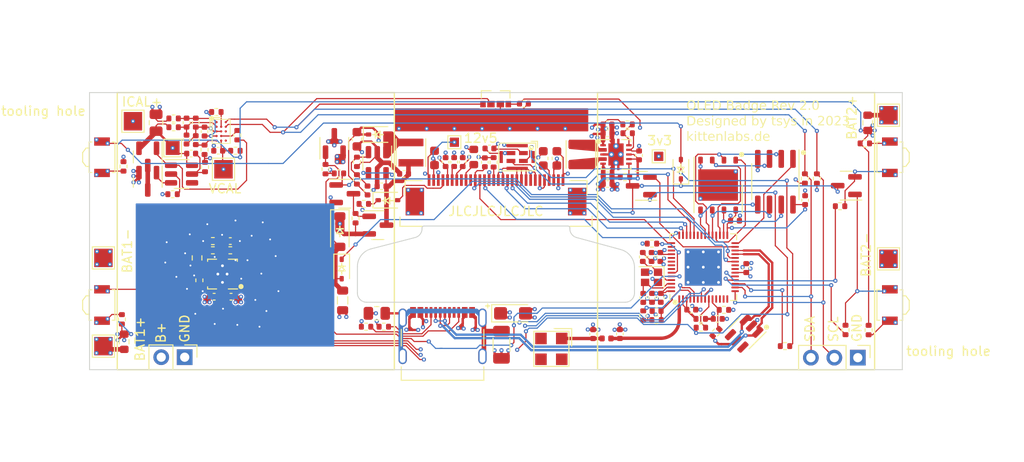
<source format=kicad_pcb>
(kicad_pcb (version 20221018) (generator pcbnew)
  (layers (0 "F.Cu" signal) (1 "In1.Cu" signal "GND") (2 "In2.Cu" signal "Power") (31 "B.Cu" signal) (34 "B.Paste" user) (35 "F.Paste" user) (36 "B.SilkS" user "B.Silkscreen") (37 "F.SilkS" user "F.Silkscreen") (38 "B.Mask" user) (39 "F.Mask" user) (44 "Edge.Cuts" user))
  (net 0 "")
  (net 1 "VCC")
  (net 4 "Net-(AE1-A)")
  (net 5 "+3V3")
  (net 6 "GND")
  (net 7 "Net-(U1-VCOMH)")
  (net 8 "Net-(U1-VDD)")
  (net 9 "/ESP32/~{RST}")
  (net 10 "Net-(U3-XTAL_N)")
  (net 11 "Net-(U3-XTAL_P)")
  (net 12 "VDD3P3")
  (net 13 "Net-(U3-LNA_IN)")
  (net 14 "Net-(J1-SHIELD)")
  (net 15 "+BATT")
  (net 16 "GND1")
  (net 17 "Net-(U10-VCC)")
  (net 18 "Net-(U10-BAT)")
  (net 19 "Net-(U10-SRP)")
  (net 20 "Net-(U10-SRN)")
  (net 21 "Net-(D1-A)")
  (net 22 "Net-(D2-A)")
  (net 23 "Net-(D3-A)")
  (net 24 "/ESP32/PWR_EN")
  (net 25 "/ESP32/PWR_ON")
  (net 26 "Net-(F2-Pad1)")
  (net 27 "Net-(F3-Pad1)")
  (net 28 "Net-(J1-CC1)")
  (net 29 "/ESP32/D+")
  (net 30 "/ESP32/D-")
  (net 32 "Net-(J1-CC2)")
  (net 34 "Net-(U11-L1)")
  (net 35 "Net-(U11-L2)")
  (net 36 "Net-(Q2-G)")
  (net 37 "/ESP32/OLED_EN")
  (net 38 "Net-(U1-BS0)")
  (net 39 "Net-(U1-IREF)")
  (net 40 "Net-(U6-FB)")
  (net 41 "/ESP32/SCL")
  (net 42 "/ESP32/SDA")
  (net 43 "Net-(U7-VM)")
  (net 44 "Net-(U8-ISET)")
  (net 45 "Net-(U8-TS)")
  (net 46 "Net-(R27-Pad2)")
  (net 47 "/ESP32/~{BTN1}")
  (net 48 "/ESP32/~{BTN2}")
  (net 49 "/ESP32/~{BTN3}")
  (net 50 "/ESP32/OLED_DATA")
  (net 51 "/ESP32/OLED_CLK")
  (net 52 "/ESP32/OLED_DC")
  (net 53 "/ESP32/OLED_CS")
  (net 54 "/ESP32/OLED_RST")
  (net 55 "Net-(U2-~{CS})")
  (net 56 "/ESP32/PDM_CLK")
  (net 57 "/ESP32/PDM_DATA")
  (net 58 "/ESP32/~{CHRG}")
  (net 59 "/ESP32/~{STAT2}")
  (net 73 "/ESP32/USB_DET")
  (net 74 "VBUS")
  (net 75 "Net-(U3-GPIO45)")
  (net 76 "Net-(U3-GPIO0)")
  (net 79 "/Power/DSG")
  (net 80 "Net-(U10-TS)")
  (net 81 "/ESP32/VDD_SPI")
  (net 82 "Net-(U12-SIO3)")
  (net 83 "Net-(U12-SCLK)")
  (net 84 "Net-(U12-SI{slash}SIO)")
  (net 85 "Net-(U12-SIO2)")
  (net 86 "Net-(U12-SO{slash}SIO)")
  (net 87 "Net-(U12-~{CE})")
  (net 88 "Net-(U11-FB)")
  (net 89 "Net-(Q4-G)")
  (net 90 "Net-(Q4-D)")
  (net 91 "Net-(Q5-G)")
  (net 92 "Net-(C42-Pad2)")
  (net 93 "Net-(D1-K)")
  (net 94 "/ESP32/CHRG_PWM")
  (net 95 "Net-(U3-GPIO4)")
  (net 96 "Net-(R39-Pad2)")
  (net 97 "Net-(R40-Pad2)")
  (net 98 "Net-(R41-Pad2)")
  (net 101 "Net-(U3-GPIO12)")
  (net 102 "Net-(U3-GPIO13)")
  (net 103 "Net-(U3-GPIO14)")
  (net 104 "/Power/PWR_ON")
  (net 106 "Net-(Q2-D)")
  (net 107 "Net-(Q4-S)")
  (net 108 "Net-(U7-VDD)")
  (net 109 "Net-(D3-K)")
  (net 110 "Net-(U10-REGIN)")
  (footprint "Button_Switch_SMD:SW_SPST_B3U-3000P-B" (layer "F.Cu") (at 21.350001 43 90)
    (fp_text reference "SW1" hide)
    (fp_text value "Power")
  )
  (footprint "Capacitor_SMD:C_0402_1005Metric" (layer "F.Cu") (at 81.8 37.8 90)
    (fp_text reference "C17" hide)
    (fp_text value "100nF")
  )
  (footprint "Diode_SMD:D_SOD-323" (layer "F.Cu") (at 84.025 28.3 90)
    (fp_text reference "D7" hide)
    (fp_text value "4148WS")
  )
  (footprint "Resistor_SMD:R_0603_1608Metric" (layer "F.Cu") (at 23.75 46.975 90)
    (fp_text reference "F2" hide)
    (fp_text value "2A")
  )
  (footprint "Capacitor_SMD:C_0402_1005Metric" (layer "F.Cu") (at 76.09 28.975 180)
    (fp_text reference "C32" hide)
    (fp_text value "10uF")
  )
  (footprint "Resistor_SMD:R_0402_1005Metric" (layer "F.Cu") (at 32.5 28.06 -90)
    (fp_text reference "R13" hide)
    (fp_text value "470R")
  )
  (footprint "Capacitor_SMD:C_0402_1005Metric" (layer "F.Cu") (at 76.095 29.9 180)
    (fp_text reference "C28" hide)
    (fp_text value "10uF")
  )
  (footprint "Capacitor_SMD:C_0402_1005Metric" (layer "F.Cu") (at 79.5 26.8 -90)
    (fp_text reference "C44" hide)
    (fp_text value "100nF")
  )
  (footprint "Resistor_SMD:R_0402_1005Metric" (layer "F.Cu") (at 48.95 27.499999 90)
    (fp_text reference "R5" hide)
    (fp_text value "5.1k")
  )
  (footprint "Resistor_SMD:R_0402_1005Metric" (layer "F.Cu") (at 33.73 22.1 180)
    (fp_text reference "R33" hide)
    (fp_text value "10k")
  )
  (footprint "Resistor_SMD:R_0805_2012Metric" (layer "F.Cu") (at 51.1 43.9)
    (fp_text reference "R18" hide)
    (fp_text value "200k")
  )
  (footprint "Capacitor_SMD:C_0402_1005Metric" (layer "F.Cu") (at 79.9 37.795 90)
    (fp_text reference "C11" hide)
    (fp_text value "10pF")
  )
  (footprint "Capacitor_SMD:C_0402_1005Metric" (layer "F.Cu") (at 54.05 28.8)
    (fp_text reference "C5" hide)
    (fp_text value "10uF")
  )
  (footprint "Capacitor_SMD:C_0603_1608Metric" (layer "F.Cu") (at 70.6 27.125 90)
    (fp_text reference "C43" hide)
    (fp_text value "10uF 25V")
  )
  (footprint "Resistor_SMD:R_0402_1005Metric" (layer "F.Cu") (at 48.8 33.6 -90)
    (fp_text reference "R11" hide)
    (fp_text value "47k")
  )
  (footprint "Package_TO_SOT_SMD:SOT-23" (layer "F.Cu") (at 46.5 25.5125 90)
    (fp_text reference "Q1" hide)
    (fp_text value "AO3401A")
  )
  (footprint "Resistor_SMD:R_0402_1005Metric" (layer "F.Cu") (at 87.825 45.975 -135)
    (fp_text reference "R28" hide)
    (fp_text value "5.1k")
  )
  (footprint "Capacitor_SMD:C_0402_1005Metric" (layer "F.Cu") (at 35.24 36.074999 180)
    (fp_text reference "C42" hide)
    (fp_text value "DNP")
  )
  (footprint "Resistor_SMD:R_0402_1005Metric" (layer "F.Cu") (at 86.17 44.5)
    (fp_text reference "R7" hide)
    (fp_text value "0R")
  )
  (footprint "Inductor_SMD:L_Taiyo-Yuden_MD-3030" (layer "F.Cu") (at 54.8 26.5 90)
    (fp_text reference "L1" hide)
    (fp_text value "10uH")
  )
  (footprint "Capacitor_SMD:C_1206_3216Metric" (layer "F.Cu") (at 64.6 47.3 90)
    (fp_text reference "C24" hide)
    (fp_text value "1nF")
  )
  (footprint "Capacitor_SMD:C_0402_1005Metric" (layer "F.Cu") (at 33.929999 26.3 180)
    (fp_text reference "C35" hide)
    (fp_text value "100nF")
  )
  (footprint "Resistor_SMD:R_0402_1005Metric" (layer "F.Cu") (at 97.45 29.3 90)
    (fp_text reference "R9" hide)
    (fp_text value "5.1k")
  )
  (footprint "Resistor_SMD:R_0402_1005Metric" (layer "F.Cu") (at 28.99 31)
    (fp_text reference "R12" hide)
    (fp_text value "1k")
  )
  (footprint "Resistor_SMD:R_0402_1005Metric" (layer "F.Cu") (at 35.24 37.074999)
    (fp_text reference "R38" hide)
    (fp_text value "DNP")
  )
  (footprint "Capacitor_SMD:C_0402_1005Metric" (layer "F.Cu") (at 89.88 33.875)
    (fp_text reference "C10" hide)
    (fp_text value "1uF")
  )
  (footprint "Capacitor_SMD:C_0402_1005Metric" (layer "F.Cu") (at 60.4 27.525 90)
    (fp_text reference "C2" hide)
    (fp_text value "100nF")
  )
  (footprint "Capacitor_SMD:C_0402_1005Metric" (layer "F.Cu") (at 91.1 39 -90)
    (fp_text reference "C16" hide)
    (fp_text value "100nF")
  )
  (footprint "ToolingHole:ToolingHole_JLCSMT" (layer "F.Cu") (at 22 22)
    (fp_text reference "H2" hide)
    (fp_text value "ToolingHole")
  )
  (footprint "Package_DSBGA:DSBGA-15_BQ27546_I2C_1.95x2.6mm_P0.5mm" (layer "F.Cu") (at 34.249999 24.200001)
    (fp_text reference "U10" hide)
    (fp_text value "BQ27546")
  )
  (footprint "Resistor_SMD:R_0402_1005Metric" (layer "F.Cu") (at 31.89 40.325 90)
    (fp_text reference "R15" hide)
    (fp_text value "10k")
  )
  (footprint "Diode_SMD:D_SOD-123" (layer "F.Cu") (at 47.1 35.05 -90)
    (fp_text reference "D3" hide)
    (fp_text value "B5819W")
  )
  (footprint "Diode_SMD:D_SOD-323" (layer "F.Cu") (at 52.3 31.65)
    (fp_text reference "D1" hide)
    (fp_text value "1N5819WS")
  )
  (footprint "Sensor_Vishay:VEML3235SL" (layer "F.Cu") (at 63.97 20.6)
    (fp_text reference "U4" hide)
    (fp_text value "~")
  )
  (footprint "Resistor_SMD:R_0402_1005Metric" (layer "F.Cu") (at 35.79 26.3 180)
    (fp_text reference "R23" hide)
    (fp_text value "100R")
  )
  (footprint "Capacitor_SMD:C_0402_1005Metric" (layer "F.Cu") (at 97.475 31.645 90)
    (fp_text reference "C40" hide)
    (fp_text value "1uF")
  )
  (footprint "Resistor_SMD:R_0603_1608Metric" (layer "F.Cu") (at 61.6 26.975 90)
    (fp_text reference "R2" hide)
    (fp_text value "680k")
  )
  (footprint "Inductor_SMD:L_0402_1005Metric" (layer "F.Cu") (at 75.97 46.62 180)
    (fp_text reference "L2" hide)
    (fp_text value "0R")
  )
  (footprint "Capacitor_SMD:C_0402_1005Metric" (layer "F.Cu") (at 77.42 46.14 -90)
    (fp_text reference "C20" hide)
    (fp_text value "DNP")
  )
  (footprint "Capacitor_SMD:C_0402_1005Metric" (layer "F.Cu") (at 31 26.6)
    (fp_text reference "C25" hide)
    (fp_text value "100nF")
  )
  (footprint "Diode_SMD:D_SOD-323" (layer "F.Cu") (at 51.25 24.5375)
    (fp_text reference "D2" hide)
    (fp_text value "1N5819WS")
  )
  (footprint "Package_LGA_ST:ST_HCLGA-4LD_3x4mm" (layer "F.Cu") (at 66.3 26.975 90)
    (fp_text reference "U5" hide)
    (fp_text value "~")
  )
  (footprint "Capacitor_SMD:C_0402_1005Metric" (layer "F.Cu") (at 74.52 46.145 -90)
    (fp_text reference "C19" hide)
    (fp_text value "DNP")
  )
  (footprint "Resistor_SMD:R_0402_1005Metric" (layer "F.Cu") (at 47 28.75 180)
    (fp_text reference "R10" hide)
    (fp_text value "47k")
  )
  (footprint "Resistor_SMD:R_0402_1005Metric" (layer "F.Cu") (at 29.099999 22.8)
    (fp_text reference "R25" hide)
    (fp_text value "100R")
  )
  (footprint "Capacitor_SMD:C_0603_1608Metric" (layer "F.Cu") (at 69.125 27.125 -90)
    (fp_text reference "C6" hide)
    (fp_text value "10uF 25V")
  )
  (footprint "TestPoint:TestPoint_Pad_2.0x2.0mm" (layer "F.Cu") (at 106.5 22.45)
    (fp_text reference "TP4" hide)
    (fp_text value "BAT+")
  )
  (footprint "Resistor_SMD:R_0402_1005Metric" (layer "F.Cu") (at 104.35 45.71 -90)
    (fp_text reference "R40" hide)
    (fp_text value "100R")
  )
  (footprint "Capacitor_SMD:C_0603_1608Metric" (layer "F.Cu") (at 48.95 25.05 -90)
    (fp_text reference "C8" hide)
    (fp_text value "10uF 25V")
  )
  (footprint "TestPoint:TestPoint_Pad_1.0x1.0mm" (layer "F.Cu") (at 81.625 26.9)
    (fp_text reference "TP8" hide)
    (fp_text value "+3v3")
  )
  (footprint "Resistor_SMD:R_0402_1005Metric" (layer "F.Cu") (at 36 24.61 90)
    (fp_text reference "R32" hide)
    (fp_text value "100R")
  )
  (footprint "Capacitor_SMD:C_0402_1005Metric" (layer "F.Cu") (at 51.62 30.15)
    (fp_text reference "C4" hide)
    (fp_text value "10uF")
  )
  (footprint "Resistor_SMD:R_0402_1005Metric" (layer "F.Cu") (at 33.349999 36.074999 180)
    (fp_text reference "R37" hide)
    (fp_text value "DNP")
  )
  (footprint "Resistor_SMD:R_0402_1005Metric" (layer "F.Cu") (at 101.85 45.7 90)
    (fp_text reference "R44" hide)
    (fp_text value "10k")
  )
  (footprint "Capacitor_SMD:C_0402_1005Metric" (layer "F.Cu") (at 88.01 44.5 180)
    (fp_text reference "C13" hide)
    (fp_text value "10uF")
  )
  (footprint "Connector_PinHeader_2.54mm:PinHeader_1x02_P2.54mm_Vertical" (layer "F.Cu") (at 30.3 48.65 -90)
    (fp_text reference "J3" hide)
    (fp_text value "LOAD")
  )
  (footprint "Resistor_SMD:R_0402_1005Metric" (layer "F.Cu") (at 80.89 36.35 180)
    (fp_text reference "R16" hide)
    (fp_text value "5.1k")
  )
  (footprint "TestPoint:TestPoint_Pad_2.0x2.0mm" (layer "F.Cu") (at 21.5 47.45)
    (fp_text reference "TP2" hide)
    (fp_text value "BAT+")
  )
  (footprint "Package_SON:WSON-8-1EP_6x5mm_P1.27mm_EP3.4x4.3mm" (layer "F.Cu") (at 88.055 30.01 -90)
    (fp_text reference "U2" hide)
    (fp_text value "W25Q128")
  )
  (footprint "ToolingHole:ToolingHole_JLCSMT" (layer "F.Cu") (at 106 48)
    (fp_text reference "H1" hide)
    (fp_text value "ToolingHole")
  )
  (footprint "Resistor_SMD:R_0402_1005Metric" (layer "F.Cu") (at 23.5 44.55 90)
    (fp_text reference "R27" hide)
    (fp_text value "100R")
  )
  (footprint "Capacitor_SMD:C_0402_1005Metric" (layer "F.Cu") (at 76.085001 24.4 180)
    (fp_text reference "C30" hide)
    (fp_text value "10uF")
  )
  (footprint "Resistor_SMD:R_0603_1608Metric" (layer "F.Cu") (at 104.25 23.275 -90)
    (fp_text reference "F3" hide)
    (fp_text value "2A")
  )
  (footprint "Resistor_SMD:R_0402_1005Metric" (layer "F.Cu") (at 45.55 28.29 -90)
    (fp_text reference "R21" hide)
    (fp_text value "1k")
  )
  (footprint "TestPoint:TestPoint_Pad_2.0x2.0mm" (layer "F.Cu") (at 21.5 37.9)
    (fp_text reference "TP3" hide)
    (fp_text value "BAT-")
  )
  (footprint "Resistor_SMD:R_0402_1005Metric" (layer "F.Cu") (at 79.95 44.14 90)
    (fp_text reference "R31" hide)
    (fp_text value "5.1k")
  )
  (footprint "TestPoint:TestPoint_Pad_2.0x2.0mm" (layer "F.Cu") (at 34.5 28.3 180)
    (fp_text reference "TP10" hide)
    (fp_text value "VCAL")
  )
  (footprint "Capacitor_SMD:C_0402_1005Metric" (layer "F.Cu") (at 80.9 42.22 90)
    (fp_text reference "C26" hide)
    (fp_text value "10uF")
  )
  (footprint "Package_TO_SOT_SMD:SOT-23" (layer "F.Cu") (at 79.737501 30.1 180)
    (fp_text reference "D4" hide)
    (fp_text value "BAV70" hide)
  )
  (footprint "Resistor_SMD:R_0402_1005Metric" (layer "F.Cu") (at 32.449999 26.19 90)
    (fp_text reference "R22" hide)
    (fp_text value "100R")
  )
  (footprint "Button_Switch_SMD:SW_SPST_B3U-3000P-B" (layer "F.Cu") (at 106.65 27 -90)
    (fp_text reference "SW4" hide)
    (fp_text value "BTN3")
  )
  (footprint "TestPoint:TestPoint_Pad_1.5x1.5mm" (layer "F.Cu") (at 29 26 180)
    (fp_text reference "TP1" hide)
    (fp_text value "ICAL-")
  )
  (footprint "Capacitor_SMD:C_0402_1005Metric" (layer "F.Cu") (at 30.499999 25.08 -90)
    (fp_text reference "C38" hide)
    (fp_text value "100nF")
  )
  (footprint "Package_TO_SOT_SMD:SOT-23" (layer "F.Cu") (at 26.3 29.6 -90)
    (fp_text reference "Q5" hide)
    (fp_text value "AO3400A")
  )
  (footprint "Resistor_SMD:R_0402_1005Metric" (layer "F.Cu") (at 103.940001 25.5)
    (fp_text reference "R41" hide)
    (fp_text value "100R")
  )
  (footprint "Capacitor_SMD:C_0402_1005Metric" (layer "F.Cu") (at 80.85 37.8 90)
    (fp_text reference "C18" hide)
    (fp_text value "10uF")
  )
  (footprint "Capacitor_SMD:C_0402_1005Metric" (layer "F.Cu") (at 79.95 42.23 90)
    (fp_text reference "C12" hide)
    (fp_text value "10pF")
  )
  (footprint "TestPoint:TestPoint_Pad_1.0x1.0mm" (layer "F.Cu") (at 59.5 25.375)
    (fp_text reference "TP7" hide)
    (fp_text value "+12v5")
  )
  (footprint "Capacitor_SMD:C_0402_1005Metric" (layer "F.Cu") (at 50.1 30.6 -90)
    (fp_text reference "C41" hide)
    (fp_text value "22pF")
  )
  (footprint "Resistor_SMD:R_0402_1005Metric" (layer "F.Cu") (at 95.3 47.45)
    (fp_text reference "R43" hide)
    (fp_text value "10k")
  )
  (footprint "Capacitor_SMD:C_0402_1005Metric" (layer "F.Cu") (at 81.85 42.22 -90)
    (fp_text reference "C15" hide)
    (fp_text value "1uF")
  )
  (footprint "Capacitor_SMD:C_0402_1005Metric" (layer "F.Cu") (at 76.07 23.45 180)
    (fp_text reference "C31" hide)
    (fp_text value "10uF")
  )
  (footprint "Capacitor_SMD:C_0402_1005Metric" (layer "F.Cu") (at 58.55 27.525 90)
    (fp_text reference "C1" hide)
    (fp_text value "1uF")
  )
  (footprint "Connector_USB:USB_C_Receptacle_Palconn_UTC16-G" (layer "F.Cu") (at 58.22 46.31)
    (fp_text reference "J1" hide)
    (fp_text value "USB_C_Receptacle_USB2.0")
  )
  (footprint "Resistor_SMD:R_0402_1005Metric" (layer "F.Cu") (at 77.969999 29.15 180)
    (fp_text reference "R17" hide)
    (fp_text value "10k")
  )
  (footprint "Inductor_SMD:L_Taiyo-Yuden_MD-3030" (layer "F.Cu") (at 73.2 26.7 90)
    (fp_text reference "L3" hide)
    (fp_text value "2.2uH")
  )
  (footprint "Capacitor_SMD:C_0402_1005Metric" (layer "F.Cu") (at 31.499998 23.25 90)
    (fp_text reference "C37" hide)
    (fp_text value "100nF")
  )
  (footprint "Resistor_SMD:R_0402_1005Metric" (layer "F.Cu") (at 88.684999 43.525)
    (fp_text reference "R30" hide)
    (fp_text value "10k")
  )
  (footprint "Connector_PinHeader_2.54mm:PinHeader_1x03_P2.54mm_Vertical" (layer "F.Cu") (at 103.18 48.7 -90)
    (fp_text reference "J2" hide)
    (fp_text value "I2C")
  )
  (footprint "FFC_HDGC:FFC_30P_TC_P0.5mm_0.5K-AS-30PWB" (layer "F.Cu") (at 64.01 31.575)
    (fp_text reference "U1" hide)
    (fp_text value "~")
  )
  (footprint "Resistor_SMD:R_0402_1005Metric" (layer "F.Cu") (at 23.675 27.990001 -90)
    (fp_text reference "R39" hide)
    (fp_text value "100R")
  )
  (footprint "Package_TO_SOT_SMD:SOT-23-5" (layer "F.Cu") (at 51.15 27.587501 -90)
    (fp_text reference "U6" hide)
    (fp_text value "TPS61040DBV")
  )
  (footprint "Resistor_SMD:R_0402_1005Metric" (layer "F.Cu") (at 63.75 27.55 -90)
    (fp_text reference "R1" hide)
    (fp_text value "100R")
  )
  (footprint "Resistor_SMD:R_0402_1005Metric" (layer "F.Cu") (at 78.25 23.45)
    (fp_text reference "R34" hide)
    (fp_text value "0R")
  )
  (footprint "Package_TO_SOT_SMD:SOT-23" (layer "F.Cu") (at 26.3 26.9625 -90)
    (fp_text reference "Q4" hide)
    (fp_text value "AO3400A")
  )
  (footprint "Package_Texas:Texas_DRC0010J_ThermalVias.3" (layer "F.Cu") (at 34.39 39.65 180)
    (fp_text reference "U8" hide)
    (fp_text value "BQ24081")
  )
  (footprint "Resistor_SMD:R_0402_1005Metric" (layer "F.Cu") (at 98.75 29.305001 90)
    (fp_text reference "R8" hide)
    (fp_text value "5.1k")
  )
  (footprint "Antenna_SMD_Molex:2065130001" (layer "F.Cu") (at 70 47.749999 90)
    (fp_text reference "AE1" hide)
    (fp_text value "Antenna_Shield")
  )
  (footprint "Capacitor_SMD:C_0402_1005Metric" (layer "F.Cu") (at 31.499998 25.15 90)
    (fp_text reference "C34" hide)
    (fp_text value "100nF")
  )
  (footprint "Capacitor_SMD:C_0402_1005Metric" (layer "F.Cu") (at 33.49 42.1 180)
    (fp_text reference "C27" hide)
    (fp_text value "100nF")
  )
  (footprint "Resistor_SMD:R_0402_1005Metric" (layer "F.Cu") (at 29.1 23.75)
    (fp_text reference "R24" hide)
    (fp_text value "100R")
  )
  (footprint "Resistor_SMD:R_0402_1005Metric" (layer "F.Cu") (at 49.94 45.35)
    (fp_text reference "R20" hide)
    (fp_text value "5.1k")
  )
  (footprint "Button_Switch_SMD:SW_SPST_B3U-3000P-B" (layer "F.Cu") (at 106.65 42.999999 -90)
    (fp_text reference "SW3" hide)
    (fp_text value "BTN2")
  )
  (footprint "Package_TO_SOT_SMD:SOT-23-6" (layer "F.Cu") (at 90.870666 46.079334 -135)
    (fp_text reference "U9" hide)
    (fp_text value "SRV05-4")
  )
  (footprint "Resistor_SMD:R_0402_1005Metric" (layer "F.Cu") (at 78.259999 24.4)
    (fp_text reference "R35" hide)
    (fp_text value "DNP")
  )
  (footprint "Package_TO_SOT_SMD:SOT-23-6" (layer "F.Cu") (at 29.9625 28.820001)
    (fp_text reference "U7" hide)
    (fp_text value "FM2113")
  )
  (footprint "Button_Switch_SMD:SW_SPST_B3U-3000P-B" (layer "F.Cu") (at 21.35 27.000001 90)
    (fp_text reference "SW2" hide)
    (fp_text value "BTN1")
  )
  (footprint "Package_Texas:Texas_DRC0010J_ThermalVias.3" (layer "F.Cu") (at 77 26.7)
    (fp_text reference "U11" hide)
    (fp_text value "TPS63001")
  )
  (footprint "Capacitor_Tantalum_SMD:CP_EIA-3216-10_Kemet-I" (layer "F.Cu") (at 65.85 43.9)
    (fp_text reference "C33" hide)
    (fp_text value "10uF")
  )
  (footprint "Resistor_SMD:R_0402_1005Metric" (layer "F.Cu") (at 81.390001 44.625)
    (fp_text reference "R6" hide)
    (fp_text value "47k")
  )
  (footprint "Capacitor_SMD:C_0603_1608Metric" (layer "F.Cu") (at 57.35 27.075 90)
    (fp_text reference "C3" hide)
    (fp_text value "10uF 25V")
  )
  (footprint "Package_QFN_ESP32:QFN-56-1EP_7x7mm_P0.4mm_EP4x4mm_ThermalVias_0.3mm" (layer "F.Cu") (at 86.45 38.9 90)
    (fp_text reference "U3" hide)
    (fp_text value "ESP32-S3")
  )
  (footprint "Capacitor_SMD:C_0402_1005Metric" (layer "F.Cu") (at 62.8 27.55 -90)
    (fp_text reference "C39" hide)
    (fp_text value "100nF")
  )
  (footprint "Package_SO:SOIC-8_3.9x4.9mm_P1.27mm" (layer "F.Cu") (at 94.255 29.65 -90)
    (fp_text reference "U12" hide)
    (fp_text value "ESP-PSRAM32")
  )
  (footprint "Resistor_SMD:R_0603_1608Metric" (layer "F.Cu") (at 31.64 37.899999 90)
    (fp_text reference "R14" hide)
    (fp_text value "2.7k")
  )
  (footprint "Capacitor_SMD:C_0402_1005Metric" (layer "F.Cu") (at 63.3 26.05)
    (fp_text reference "C22" hide)
    (fp_text value "100nF")
  )
  (footprint "Capacitor_SMD:C_0402_1005Metric" (layer "F.Cu") (at 32.449999 24.22 -90)
    (fp_text reference "C29" hide)
    (fp_text value "1uF")
  )
  (footprint "Inductor_SMD:L_0805_2012Metric" (layer "F.Cu") (at 47.4 42.5 -90)
    (fp_text reference "FB1" hide)
    (fp_text value "Bead")
  )
  (footprint "Resistor_SMD:R_0402_1005Metric" (layer "F.Cu") (at 86.190001 45.45 180)
    (fp_text reference "R29" hide)
    (fp_text value "10k" hide)
  )
  (footprint "Resistor_SMD:R_0402_1005Metric" (layer "F.Cu") (at 33.349999 37.074999 180)
    (fp_text reference "R36" hide)
    (fp_text value "DNP")
  )
  (footprint "Diode_SMD:D_SOD-323" (layer "F.Cu") (at 47.3 39.1 -90)
    (fp_text reference "D5" hide)
    (fp_text value "1N4148WS")
  )
  (footprint "Resistor_SMD:R_0402_1005Metric" (layer "F.Cu") (at 101.259999 32.3)
    (fp_text reference "R42" hide)
    (fp_text value "10k")
  )
  (footprint "TestPoint:TestPoint_Pad_2.0x2.0mm" (layer "F.Cu") (at 24.7 23.1 180)
    (fp_text reference "TP6" hide)
    (fp_text value "ICAL+")
  )
  (footprint "Package_TO_SOT_SMD:SOT-23" (layer "F.Cu") (at 47.6375 30.95)
    (fp_text reference "Q6" hide)
    (fp_text value "2N7002")
  )
  (footprint "Resistor_SMD:R_0805_2012Metric" (layer "F.Cu") (at 27.199999 23.2625 -90)
    (fp_text reference "R26" hide)
    (fp_text value "10mR")
  )
  (footprint "Capacitor_SMD:C_0402_1005Metric" (layer "F.Cu") (at 59.475 27.52 90)
    (fp_text reference "C7" hide)
    (fp_text value "1uF")
  )
  (footprint "Package_TO_SOT_SMD:SOT-23" (layer "F.Cu") (at 101.9375 30.075 180)
    (fp_text reference "D6" hide)
    (fp_text value "BAV70")
  )
  (footprint "Capacitor_SMD:C_0402_1005Metric" (layer "F.Cu") (at 30.499999 23.250001 -90)
    (fp_text reference "C36" hide)
    (fp_text value "100nF")
  )
  (footprint "Package_TO_SOT_SMD:SOT-23" (layer "F.Cu") (at 51.212499 34.35)
    (fp_text reference "Q2" hide)
    (fp_text value "AO3401A")
  )
  (footprint "Resistor_SMD:R_0402_1005Metric" (layer "F.Cu") (at 48.95 29.4 90)
    (fp_text reference "R4" hide)
    (fp_text value "47k")
  )
  (footprint "Capacitor_SMD:C_0402_1005Metric" (layer "F.Cu") (at 35.32 42.1 180)
    (fp_text reference "C23" hide)
    (fp_text value "1uF")
  )
  (footprint "Resistor_SMD:R_0402_1005Metric" (layer "F.Cu") (at 51.859999 45.35 180)
    (fp_text reference "R19" hide)
    (fp_text value "5.1k")
  )
  (footprint "TestPoint:TestPoint_Pad_2.0x2.0mm" (layer "F.Cu") (at 106.5 38)
    (fp_text reference "TP5" hide)
    (fp_text value "BAT-")
  )
  (footprint "Resistor_SMD:R_0402_1005Metric" (layer "F.Cu") (at 49.690001 32.05)
    (fp_text reference "R3" hide)
    (fp_text value "50R")
  )
  (footprint "Capacitor_SMD:C_0402_1005Metric" (layer "F.Cu") (at 67.03 21.2 180)
    (fp_text reference "C21" hide)
    (fp_text value "100nF")
  )
  (footprint "Capacitor_SMD:C_0402_1005Metric" (layer "F.Cu") (at 85.15 43.5)
    (fp_text reference "C14" hide)
    (fp_text value "100nF")
  )
  (footprint "Crystal:Crystal_SMD_2016-4Pin_2.0x1.6mm" (layer "F.Cu") (at 80.85 40 180)
    (fp_text reference "Y1" hide)
    (fp_text value "40MHz")
  )
  (footprint "Capacitor_SMD:C_0402_1005Metric" (layer "F.Cu") (at 81.395 43.65 180)
    (fp_text reference "C9" hide)
    (fp_text value "100nF")
  )
  (gr_line (start 51.45 24.549999) (end 51.8 24.55) (stroke (width 0.15)) (layer "F.SilkS"))
  (gr_line (start 84 28.6) (end 84.35 28.1) (stroke (width 0.15)) (layer "F.SilkS"))
  (gr_line (start 83.65 28.1) (end 84 28.6) (stroke (width 0.15)) (layer "F.SilkS"))
  (gr_line (start 47.1 34.75) (end 47.45 34.75) (stroke (width 0.15)) (layer "F.SilkS"))
  (gr_line (start 47.1 35.250001) (end 47.1 35.6) (stroke (width 0.15)) (layer "F.SilkS"))
  (gr_line (start 50.950001 24.2) (end 50.95 24.9) (stroke (width 0.15)) (layer "F.SilkS"))
  (gr_line (start 84.35 28.1) (end 83.65 28.1) (stroke (width 0.15)) (layer "F.SilkS"))
  (gr_line (start 50.95 24.55) (end 50.950001 24.2) (stroke (width 0.15)) (layer "F.SilkS"))
  (gr_circle (center 97.3 26.5) (end 97.5 26.5) (stroke (width 0.15)) (fill solid) (layer "F.SilkS"))
  (gr_circle (center 67.8 26) (end 68 26) (stroke (width 0.15)) (fill solid) (layer "F.SilkS"))
  (gr_line (start 47.65 38.800001) (end 46.950001 38.8) (stroke (width 0.15)) (layer "F.SilkS"))
  (gr_line (start 52 31.7) (end 52.5 32.05) (stroke (width 0.15)) (layer "F.SilkS"))
  (gr_line (start 84 28.6) (end 84 28.9) (stroke (width 0.15)) (layer "F.SilkS"))
  (gr_circle (center 33.2 22.8) (end 33.4 22.8) (stroke (width 0.15)) (fill solid) (layer "F.SilkS"))
  (gr_line (start 47.45 34.75) (end 46.75 34.75) (stroke (width 0.15)) (layer "F.SilkS"))
  (gr_line (start 46.75 35.25) (end 47.45 35.25) (stroke (width 0.15)) (layer "F.SilkS"))
  (gr_circle (center 75.1 25.3) (end 75.3 25.3) (stroke (width 0.15)) (fill solid) (layer "F.SilkS"))
  (gr_line (start 52.5 31.35) (end 52 31.7) (stroke (width 0.15)) (layer "F.SilkS"))
  (gr_line (start 63.1 42.9) (end 63.1 43.3) (stroke (width 0.15)) (layer "F.SilkS"))
  (gr_line (start 84 28.6) (end 83.65 28.599999) (stroke (width 0.15)) (layer "F.SilkS"))
  (gr_circle (center 83.4 42.7) (end 83.6 42.7) (stroke (width 0.15)) (fill solid) (layer "F.SilkS"))
  (gr_rect (start 23 20) (end 53 50) (stroke (width 0.15)) (fill none) (layer "F.SilkS"))
  (gr_line (start 50.95 24.55) (end 50.65 24.55) (stroke (width 0.15)) (layer "F.SilkS"))
  (gr_line (start 47.65 39.3) (end 47.3 38.8) (stroke (width 0.15)) (layer "F.SilkS"))
  (gr_line (start 62.9 43.1) (end 63.3 43.1) (stroke (width 0.15)) (layer "F.SilkS"))
  (gr_line (start 52 31.35) (end 52 32.05) (stroke (width 0.15)) (layer "F.SilkS"))
  (gr_line (start 52 31.7) (end 51.7 31.7) (stroke (width 0.15)) (layer "F.SilkS"))
  (gr_line (start 47.1 34.75) (end 47.1 34.45) (stroke (width 0.15)) (layer "F.SilkS"))
  (gr_line (start 52.5 32.05) (end 52.5 31.35) (stroke (width 0.15)) (layer "F.SilkS"))
  (gr_rect (start 75 20) (end 105 50) (stroke (width 0.15)) (fill none) (layer "F.SilkS"))
  (gr_circle (center 90.6 26.7) (end 90.8 26.7) (stroke (width 0.15)) (fill solid) (layer "F.SilkS"))
  (gr_line (start 51.45 24.9) (end 51.450001 24.2) (stroke (width 0.15)) (layer "F.SilkS"))
  (gr_line (start 47.3 38.8) (end 47.65 38.800001) (stroke (width 0.15)) (layer "F.SilkS"))
  (gr_line (start 52 31.7) (end 52 31.35) (stroke (width 0.15)) (layer "F.SilkS"))
  (gr_line (start 51.450001 24.2) (end 50.95 24.55) (stroke (width 0.15)) (layer "F.SilkS"))
  (gr_line (start 46.95 39.3) (end 47.65 39.3) (stroke (width 0.15)) (layer "F.SilkS"))
  (gr_line (start 47.1 34.75) (end 46.75 35.25) (stroke (width 0.15)) (layer "F.SilkS"))
  (gr_line (start 52.5 31.7) (end 52.85 31.7) (stroke (width 0.15)) (layer "F.SilkS"))
  (gr_line (start 83.65 28.599999) (end 84.349999 28.6) (stroke (width 0.15)) (layer "F.SilkS"))
  (gr_line (start 50.95 24.55) (end 51.45 24.9) (stroke (width 0.15)) (layer "F.SilkS"))
  (gr_line (start 47.3 38.8) (end 47.3 38.5) (stroke (width 0.15)) (layer "F.SilkS"))
  (gr_line (start 47.300001 39.3) (end 47.3 39.65) (stroke (width 0.15)) (layer "F.SilkS"))
  (gr_line (start 47.45 35.25) (end 47.1 34.75) (stroke (width 0.15)) (layer "F.SilkS"))
  (gr_circle (center 36.4 41) (end 36.6 41) (stroke (width 0.15)) (fill solid) (layer "F.SilkS"))
  (gr_line (start 47.3 38.8) (end 46.95 39.3) (stroke (width 0.15)) (layer "F.SilkS"))
  (gr_line (start 83.999999 28.1) (end 84 27.75) (stroke (width 0.15)) (layer "F.SilkS"))
  (gr_circle (center 93.3 45.4) (end 93.5 45.4) (stroke (width 0.15)) (fill solid) (layer "F.SilkS"))
  (gr_line (start 20 20) (end 108 20) (stroke (width 0.1)) (layer "Edge.Cuts"))
  (gr_arc (start 56 34.72324) (mid 55.789726 35.33666) (end 55.247383 35.692157) (stroke (width 0.1)) (layer "Edge.Cuts"))
  (gr_arc (start 77.524917 36.998787) (mid 78.588999 37.714144) (end 79 38.928674) (stroke (width 0.1)) (layer "Edge.Cuts"))
  (gr_arc (start 49 38.850448) (mid 49.419323 37.625059) (end 50.501519 36.913565) (stroke (width 0.1)) (layer "Edge.Cuts"))
  (gr_arc (start 50 42.7) (mid 49.292893 42.407107) (end 49 41.7) (stroke (width 0.1)) (layer "Edge.Cuts"))
  (gr_arc (start 56 34.65) (mid 56.058579 34.508579) (end 56.2 34.45) (stroke (width 0.1)) (layer "Edge.Cuts"))
  (gr_line (start 71.8 34.45) (end 56.2 34.45) (stroke (width 0.1)) (layer "Edge.Cuts"))
  (gr_line (start 72 34.731722) (end 72 34.65) (stroke (width 0.1)) (layer "Edge.Cuts"))
  (gr_line (start 56 34.65) (end 56 34.72324) (stroke (width 0.1)) (layer "Edge.Cuts"))
  (gr_line (start 79 41.7) (end 79 38.928674) (stroke (width 0.1)) (layer "Edge.Cuts"))
  (gr_line (start 20 50) (end 20 20) (stroke (width 0.1)) (layer "Edge.Cuts"))
  (gr_line (start 50 42.7) (end 78 42.7) (stroke (width 0.1)) (layer "Edge.Cuts"))
  (gr_line (start 108 50) (end 20 50) (stroke (width 0.1)) (layer "Edge.Cuts"))
  (gr_line (start 55.247383 35.692157) (end 50.501519 36.913565) (stroke (width 0.1)) (layer "Edge.Cuts"))
  (gr_arc (start 71.8 34.45) (mid 71.941421 34.508579) (end 72 34.65) (stroke (width 0.1)) (layer "Edge.Cuts"))
  (gr_line (start 108 20) (end 108 50) (stroke (width 0.1)) (layer "Edge.Cuts"))
  (gr_line (start 77.524917 36.998787) (end 72.742337 35.697957) (stroke (width 0.1)) (layer "Edge.Cuts"))
  (gr_arc (start 79 41.7) (mid 78.707107 42.407107) (end 78 42.7) (stroke (width 0.1)) (layer "Edge.Cuts"))
  (gr_line (start 49 41.7) (end 49 38.850448) (stroke (width 0.1)) (layer "Edge.Cuts"))
  (gr_arc (start 72.742337 35.697957) (mid 72.207003 35.34096) (end 72 34.731722) (stroke (width 0.1)) (layer "Edge.Cuts"))
  (gr_text "GND" (at 30.3 47.17 90) (layer "F.SilkS") (effects (font (size 1 1)) (justify left)))
  (gr_text "GND" (at 103.079999 47.1 90) (layer "F.SilkS") (effects (font (size 1 1)) (justify left)))
  (gr_text "SCL" (at 100.54 47.1 90) (layer "F.SilkS") (effects (font (size 1 1)) (justify left)))
  (gr_text "JLCJLCJLCJLC" (at 64 32.85) (layer "F.SilkS") (effects (font (size 1 1))))
  (gr_text "VCAL" (at 32.8 30.4) (layer "F.SilkS") (effects (font (size 1 1)) (justify left)))
  (gr_text "BAT2+" (at 101.95 22.7 90) (layer "F.SilkS") (effects (font (size 1 1)) (justify top)))
  (gr_text "B+" (at 27.73 47.22 90) (layer "F.SilkS") (effects (font (size 1 1)) (justify left)))
  (gr_text "BAT2-" (at 103.5 37.55 90) (layer "F.SilkS") (effects (font (size 1 1)) (justify top)))
  (gr_text "12v5" (at 60.45 24.925) (layer "F.SilkS") (effects (font (size 1 1)) (justify left)))
  (gr_text "BAT1-" (at 23.5 37.14 90) (layer "F.SilkS") (effects (font (size 1 1)) (justify top)))
  (gr_text "3v3" (at 80.3 25.2) (layer "F.SilkS") (effects (font (size 1 1)) (justify left)))
  (gr_text "ICAL+" (at 23.4 21) (layer "F.SilkS") (effects (font (size 1 1)) (justify left)))
  (gr_text "SDA" (at 98 47.1 90) (layer "F.SilkS") (effects (font (size 1 1)) (justify left)))
  (gr_text "BAT1+" (at 24.88 46.68 90) (layer "F.SilkS") (effects (font (size 1 1)) (justify top)))
  (gr_text "OLED Badge Rev 2.0\nDesigned by tsys in 2023\nkittenlabs.de" (at 84.6 25.4) (layer "F.SilkS") (effects (font (size 1 1)) (justify left bottom)))
  (segment (start 50.65 23.8) (end 51.2 24.35) (width 0.25) (layer "F.Cu") (net 1))
  (segment (start 49.9 23.8) (end 50.65 23.8) (width 0.25) (layer "F.Cu") (net 1))
  (segment (start 70.26 28.365) (end 70.7 27.925) (width 0.127) (layer "F.Cu") (net 1))
  (segment (start 57.26 27.835) (end 57.25 27.825) (width 0.127) (layer "F.Cu") (net 1))
  (segment (start 48.95 29.91) (end 48.05 29.01) (width 0.127) (layer "F.Cu") (net 1))
  (segment (start 48.95 24.275) (end 48.95 24.25) (width 0.25) (layer "F.Cu") (net 1))
  (segment (start 57.26 29.475) (end 57.26 27.835) (width 0.127) (layer "F.Cu") (net 1))
  (segment (start 70.6 27.9) (end 70.6 27.1515) (width 0.25) (layer "F.Cu") (net 1))
  (segment (start 48.05 29.01) (end 48.05 25.3) (width 0.127) (layer "F.Cu") (net 1))
  (segment (start 50.2 24.5375) (end 49.3375 24.5375) (width 0.25) (layer "F.Cu") (net 1))
  (segment (start 49.4 23.8) (end 49.9 23.8) (width 0.25) (layer "F.Cu") (net 1))
  (segment (start 48.95 24.25) (end 49.25 23.95) (width 0.25) (layer "F.Cu") (net 1))
  (segment (start 48.05 25.3) (end 49.05 24.3) (width 0.127) (layer "F.Cu") (net 1))
  (segment (start 49.3375 24.5375) (end 49 24.2) (width 0.25) (layer "F.Cu") (net 1))
  (segment (start 50.1 31.08) (end 48.92 29.9) (width 0.127) (layer "F.Cu") (net 1))
  (segment (start 57.35 27.3) (end 57.2 27.15) (width 0.25) (layer "F.Cu") (net 1))
  (segment (start 49.9 23.8) (end 50.45 23.8) (width 0.25) (layer "F.Cu") (net 1))
  (segment (start 48.92 29.9) (end 48.9 29.9) (width 0.127) (layer "F.Cu") (net 1))
  (segment (start 51.3 24.45) (end 51.3 25.2) (width 0.25) (layer "F.Cu") (net 1))
  (segment (start 57.35 27.85) (end 57.35 27.3) (width 0.25) (layer "F.Cu") (net 1))
  (segment (start 49.25 23.95) (end 49.4 23.8) (width 0.25) (layer "F.Cu") (net 1))
  (segment (start 70.26 29.475) (end 70.26 28.365) (width 0.127) (layer "F.Cu") (net 1))
  (segment (start 51.2 24.35) (end 51.3 24.45) (width 0.25) (layer "F.Cu") (net 1))
  (via (at 51.3 25.2) (size 0.45) (drill 0.2) (layers "F.Cu" "B.Cu") (net 1))
  (via (at 70.6 27.1515) (size 0.45) (drill 0.2) (layers "F.Cu" "B.Cu") (net 1))
  (via (at 57.2 27.15) (size 0.45) (drill 0.2) (layers "F.Cu" "B.Cu") (net 1))
  (via (at 59.5 25.375) (size 0.45) (drill 0.2) (layers "F.Cu" "B.Cu") (net 1))
  (segment (start 57.2 26.35) (end 57.2 27.15) (width 0.127) (layer "B.Cu") (net 1))
  (segment (start 59.5 25.375) (end 58.175 25.375) (width 0.127) (layer "B.Cu") (net 1))
  (segment (start 58.175 25.375) (end 57.2 26.35) (width 0.127) (layer "B.Cu") (net 1))
  (segment (start 71.125 46.624999) (end 74.544999 46.624999) (width 0.368) (layer "F.Cu") (net 4))
  (segment (start 75.495 46.625) (end 75.5 46.62) (width 0.368) (layer "F.Cu") (net 4))
  (segment (start 74.544999 46.624999) (end 74.55 46.63) (width 0.368) (layer "F.Cu") (net 4))
  (segment (start 74.52 46.625) (end 75.495 46.625) (width 0.368) (layer "F.Cu") (net 4))
  (segment (start 75.6 25.2) (end 75.6 23.4) (width 0.25) (layer "F.Cu") (net 5))
  (segment (start 81.35 41.75) (end 81.34 41.74) (width 0.127) (layer "F.Cu") (net 5))
  (segment (start 63.855 26.125) (end 66.35 26.125) (width 0.127) (layer "F.Cu") (net 5))
  (segment (start 66.55 21.2) (end 67.05 20.7) (width 0.127) (layer "F.Cu") (net 5))
  (segment (start 74.975 24.475) (end 74.975 24.875) (width 0.25) (layer "F.Cu") (net 5))
  (segment (start 81.27 37.32) (end 80.87 37.32) (width 0.127) (layer "F.Cu") (net 5))
  (segment (start 61 27.3) (end 61.1 27.2) (width 0.127) (layer "F.Cu") (net 5))
  (segment (start 80.44 44.65) (end 80.875 44.65) (width 0.127) (layer "F.Cu") (net 5))
  (segment (start 57.8885 27.2635) (end 57.8885 27.05) (width 0.127) (layer "F.Cu") (net 5))
  (segment (start 91.135905 39.48) (end 91.556647 39.059258) (width 0.127) (layer "F.Cu") (net 5))
  (segment (start 91.13 39.48) (end 91.55 39.9) (width 0.127) (layer "F.Cu") (net 5))
  (segment (start 91.1 39.48) (end 89.97 39.48) (width 0.127) (layer "F.Cu") (net 5))
  (segment (start 83 41.5) (end 82.5 41.5) (width 0.127) (layer "F.Cu") (net 5))
  (segment (start 82.35 41.65) (end 81.95 41.65) (width 0.127) (layer "F.Cu") (net 5))
  (segment (start 58.55 28.005) (end 58.55 27.925) (width 0.127) (layer "F.Cu") (net 5))
  (segment (start 77.225 22.925) (end 77.75 23.45) (width 0.127) (layer "F.Cu") (net 5))
  (segment (start 81.36 41.74) (end 81.35 41.75) (width 0.127) (layer "F.Cu") (net 5))
  (segment (start 81.85 41.74) (end 81.36 41.74) (width 0.127) (layer "F.Cu") (net 5))
  (segment (start 80.96 41.74) (end 80.95 41.75) (width 0.127) (layer "F.Cu") (net 5))
  (segment (start 81.8 37.52) (end 82.93 37.52) (width 0.127) (layer "F.Cu") (net 5))
  (segment (start 59.76 29.475) (end 59.76 28.74) (width 0.127) (layer "F.Cu") (net 5))
  (segment (start 75.59 25.19) (end 75.6 25.2) (width 0.5) (layer "F.Cu") (net 5))
  (segment (start 75.59 23.45) (end 74.75 23.45) (width 0.25) (layer "F.Cu") (net 5))
  (segment (start 81.8 37.32) (end 81.33 37.32) (width 0.127) (layer "F.Cu") (net 5))
  (segment (start 63.78 26.05) (end 63.78 25.98) (width 0.127) (layer "F.Cu") (net 5))
  (segment (start 67.05 20.7) (end 77.3 20.7) (width 0.127) (layer "F.Cu") (net 5))
  (segment (start 98.75 29.815001) (end 98.75 30.55) (width 0.127) (layer "F.Cu") (net 5))
  (segment (start 61.1 27.2) (end 61.1 26.975) (width 0.127) (layer "F.Cu") (net 5))
  (segment (start 81.34 41.74) (end 80.96 41.74) (width 0.127) (layer "F.Cu") (net 5))
  (segment (start 75.605001 24.475) (end 75.175 24.475) (width 0.25) (layer "F.Cu") (net 5))
  (segment (start 76.115 22.925) (end 77.225 22.925) (width 0.127) (layer "F.Cu") (net 5))
  (segment (start 81.99 41.74) (end 82.35 42.1) (width 0.127) (layer "F.Cu") (net 5))
  (segment (start 75.59 23.45) (end 76.115 22.925) (width 0.127) (layer "F.Cu") (net 5))
  (segment (start 81.3 37.35) (end 81.27 37.32) (width 0.127) (layer "F.Cu") (net 5))
  (segment (start 81.9785 37.32) (end 82.2485 37.05) (width 0.127) (layer "F.Cu") (net 5))
  (segment (start 63.78 26.05) (end 63.855 26.125) (width 0.127) (layer "F.Cu") (net 5))
  (segment (start 74.75 23.45) (end 74.4 23.8) (width 0.25) (layer "F.Cu") (net 5))
  (segment (start 87.53 44.5) (end 86.68 44.5) (width 0.25) (layer "F.Cu") (net 5))
  (segment (start 96.86 29.81) (end 96.45 29.4) (width 0.127) (layer "F.Cu") (net 5))
  (segment (start 82.93 37.52) (end 82.95 37.5) (width 0.127) (layer "F.Cu") (net 5))
  (segment (start 82.5 41.5) (end 82.35 41.65) (width 0.127) (layer "F.Cu") (net 5))
  (segment (start 66.35 26.125) (end 66.85 26.625) (width 0.127) (layer "F.Cu") (net 5))
  (segment (start 63.78 26.05) (end 63.78 25.995) (width 0.127) (layer "F.Cu") (net 5))
  (segment (start 75.59 23.45) (end 75.59 23.9) (width 0.5) (layer "F.Cu") (net 5))
  (segment (start 81.85 41.74) (end 81.99 41.74) (width 0.127) (layer "F.Cu") (net 5))
  (segment (start 77.3 20.7) (end 79.6 23) (width 0.127) (layer "F.Cu") (net 5))
  (segment (start 75.59 24) (end 75 24) (width 0.25) (layer "F.Cu") (net 5))
  (segment (start 79.6 23) (end 79.6 23.8) (width 0.127) (layer "F.Cu") (net 5))
  (segment (start 58.55 27.925) (end 58.125 27.5) (width 0.127) (layer "F.Cu") (net 5))
  (segment (start 80.87 37.32) (end 80.85 37.3) (width 0.127) (layer "F.Cu") (net 5))
  (segment (start 82.50921 41.1) (end 83.05 41.1) (width 0.127) (layer "F.Cu") (net 5))
  (segment (start 81.86921 41.74) (end 82.50921 41.1) (width 0.127) (layer "F.Cu") (net 5))
  (segment (start 80.44 44.179921) (end 80.435148 44.175069) (width 0.127) (layer "F.Cu") (net 5))
  (segment (start 80.44 44.65) (end 80.44 44.179921) (width 0.127) (layer "F.Cu") (net 5))
  (segment (start 60.4 27.9) (end 61 27.3) (width 0.127) (layer "F.Cu") (net 5))
  (segment (start 75.59 24.725) (end 75.59 25.19) (width 0.5) (layer "F.Cu") (net 5))
  (segment (start 87.53 44.5) (end 87.53 43.93) (width 0.25) (layer "F.Cu") (net 5))
  (segment (start 58.125 27.5) (end 57.8885 27.2635) (width 0.127) (layer "F.Cu") (net 5))
  (segment (start 81.85 41.74) (end 81.86921 41.74) (width 0.127) (layer "F.Cu") (net 5))
  (segment (start 58.76 27.985) (end 58.75 27.975) (width 0.127) (layer "F.Cu") (net 5))
  (segment (start 81.8 37.32) (end 81.9785 37.32) (width 0.127) (layer "F.Cu") (net 5))
  (segment (start 79.95 44.65) (end 80.44 44.65) (width 0.127) (layer "F.Cu") (net 5))
  (segment (start 97.45 29.81) (end 96.86 29.81) (width 0.127) (layer "F.Cu") (net 5))
  (segment (start 66.55 21.25) (end 66.6 21.3) (width 0.127) (layer "F.Cu") (net 5))
  (segment (start 75.59 23.9) (end 75.59 24.725) (width 0.5) (layer "F.Cu") (net 5))
  (segment (start 60.4 28.005) (end 60.4 27.9) (width 0.127) (layer "F.Cu") (net 5))
  (segment (start 75.59 23.9) (end 75.925 23.9) (width 0.25) (layer "F.Cu") (net 5))
  (segment (start 89.97 39.48) (end 89.95 39.5) (width 0.127) (layer "F.Cu") (net 5))
  (segment (start 65.34 21.25) (end 66.55 21.25) (width 0.127) (layer "F.Cu") (net 5))
  (segment (start 75.6 25.7) (end 75.6 25.2) (width 0.25) (layer "F.Cu") (net 5))
  (segment (start 91.1 39.48) (end 91.135905 39.48) (width 0.127) (layer "F.Cu") (net 5))
  (segment (start 74.6 24.475) (end 74.35 24.725) (width 0.25) (layer "F.Cu") (net 5))
  (segment (start 75.175 24.475) (end 74.975 24.475) (width 0.25) (layer "F.Cu") (net 5))
  (segment (start 59.76 28.74) (end 60.475 28.025) (width 0.127) (layer "F.Cu") (net 5))
  (segment (start 91.1 39.48) (end 91.13 39.48) (width 0.127) (layer "F.Cu") (net 5))
  (segment (start 58.76 29.475) (end 58.76 27.985) (width 0.127) (layer "F.Cu") (net 5))
  (segment (start 81.95 41.65) (end 81.9 41.6) (width 0.127) (layer "F.Cu") (net 5))
  (segment (start 81.33 37.32) (end 81.3 37.35) (width 0.127) (layer "F.Cu") (net 5))
  (segment (start 74.975 24.475) (end 74.6 24.475) (width 0.25) (layer "F.Cu") (net 5))
  (segment (start 63.78 25.995) (end 64.225 25.55) (width 0.127) (layer "F.Cu") (net 5))
  (via (at 98.75 30.55) (size 0.45) (drill 0.2) (layers "F.Cu" "B.Cu") (net 5))
  (via (at 79.6 23.8) (size 0.45) (drill 0.2) (layers "F.Cu" "B.Cu") (net 5))
  (via (at 81.625 26.9) (size 0.45) (drill 0.2) (layers "F.Cu" "B.Cu") (net 5))
  (via (at 81.3 37.35) (size 0.45) (drill 0.2) (layers "F.Cu" "B.Cu") (net 5))
  (via (at 91.55 39.9) (size 0.45) (drill 0.2) (layers "F.Cu" "B.Cu") (net 5))
  (via (at 87.53 43.93) (size 0.45) (drill 0.2) (layers "F.Cu" "B.Cu") (net 5))
  (via (at 64.225 25.55) (size 0.45) (drill 0.2) (layers "F.Cu" "B.Cu") (net 5))
  (via (at 80.435148 44.175069) (size 0.45) (drill 0.2) (layers "F.Cu" "B.Cu") (net 5))
  (via (at 81.35 41.75) (size 0.45) (drill 0.2) (layers "F.Cu" "B.Cu") (net 5))
  (via (at 96.45 29.4) (size 0.45) (drill 0.2) (layers "F.Cu" "B.Cu") (net 5))
  (via (at 74.4 23.8) (size 0.45) (drill 0.2) (layers "F.Cu" "B.Cu") (net 5))
  (via (at 91.556647 39.059258) (size 0.45) (drill 0.2) (layers "F.Cu" "B.Cu") (net 5))
  (via (at 82.2485 37.05) (size 0.45) (drill 0.2) (layers "F.Cu" "B.Cu") (net 5))
  (via (at 75.05 24) (size 0.45) (drill 0.2) (layers "F.Cu" "B.Cu") (net 5))
  (via (at 61.1 26.975) (size 0.45) (drill 0.2) (layers "F.Cu" "B.Cu") (net 5))
  (via (at 74.35 24.725) (size 0.45) (drill 0.2) (layers "F.Cu" "B.Cu") (net 5))
  (via (at 57.8885 27.05) (size 0.45) (drill 0.2) (layers "F.Cu" "B.Cu") (net 5))
  (via (at 74.975 24.875) (size 0.45) (drill 0.2) (layers "F.Cu" "B.Cu") (net 5))
  (via (at 75.925 23.9) (size 0.45) (drill 0.2) (layers "F.Cu" "B.Cu") (net 5))
  (via (at 82.35 42.1) (size 0.45) (drill 0.2) (layers "F.Cu" "B.Cu") (net 5))
  (segment (start 68.26 28.71) (end 68.15 28.6) (width 0.127) (layer "F.Cu") (net 6))
  (segment (start 80.15 39.45) (end 80.748498 39.45) (width 0.127) (layer "F.Cu") (net 6))
  (segment (start 75.085 45.665) (end 75.09 45.67) (width 0.25) (layer "F.Cu") (net 6))
  (segment (start 66.325 28.2) (end 64.775 28.2) (width 0.127) (layer "F.Cu") (net 6))
  (segment (start 64.6 48.775) (end 64.6 47.9) (width 0.25) (layer "F.Cu") (net 6))
  (segment (start 62.82 26.05) (end 63.345 26.575) (width 0.127) (layer "F.Cu") (net 6))
  (segment (start 46.05 28.75) (end 46.05 28.35) (width 0.127) (layer "F.Cu") (net 6))
  (segment (start 61.82 44.32) (end 61.5 44) (width 0.25) (layer "F.Cu") (net 6))
  (segment (start 53.57 28.72) (end 53 28.15) (width 0.5) (layer "F.Cu") (net 6))
  (segment (start 71.25 28.975) (end 71.25 29.4) (width 0.127) (layer "F.Cu") (net 6))
  (segment (start 61.82 44.85) (end 61.82 45.355) (width 0.25) (layer "F.Cu") (net 6))
  (segment (start 54.975 45.7) (end 55.575 45.7) (width 0.25) (layer "F.Cu") (net 6))
  (segment (start 76.55 25.1) (end 76.55 25.2) (width 0.25) (layer "F.Cu") (net 6))
  (segment (start 76.575 28.225) (end 76.575 27.075) (width 0.25) (layer "F.Cu") (net 6))
  (segment (start 54.63 45.355) (end 54.975 45.7) (width 0.25) (layer "F.Cu") (net 6))
  (segment (start 66.9 21.8) (end 67.5 21.2) (width 0.127) (layer "F.Cu") (net 6))
  (segment (start 74.52 45.665) (end 75.085 45.665) (width 0.25) (layer "F.Cu") (net 6))
  (segment (start 81.55 40.55) (end 81.332907 40.55) (width 0.127) (layer "F.Cu") (net 6))
  (segment (start 61.6 26.15) (end 61.05 26.15) (width 0.127) (layer "F.Cu") (net 6))
  (segment (start 63.26 28.653736) (end 63.27849 28.635246) (width 0.127) (layer "F.Cu") (net 6))
  (segment (start 61.05 26.15) (end 60.8 25.9) (width 0.127) (layer "F.Cu") (net 6))
  (segment (start 28.48 31) (end 27.9 31) (width 0.127) (layer "F.Cu") (net 6))
  (segment (start 89.194999 43.525) (end 89.7 43.525) (width 0.127) (layer "F.Cu") (net 6))
  (segment (start 66.76 29.475) (end 66.76 28.285) (width 0.127) (layer "F.Cu") (net 6))
  (segment (start 54.63 45.495) (end 54.425 45.7) (width 0.25) (layer "F.Cu") (net 6))
  (segment (start 76.87 45.66) (end 76.85 45.68) (width 0.25) (layer "F.Cu") (net 6))
  (segment (start 54.63 44.52) (end 55.05 44.1) (width 0.25) (layer "F.Cu") (net 6))
  (segment (start 68.75 30.35) (end 69.1 30.35) (width 0.127) (layer "F.Cu") (net 6))
  (segment (start 77.42 45.66) (end 76.87 45.66) (width 0.25) (layer "F.Cu") (net 6))
  (segment (start 25.35 29.05) (end 24.7625 29.05) (width 0.25) (layer "F.Cu") (net 6))
  (segment (start 61.82 44.52) (end 61.45 44.15) (width 0.25) (layer "F.Cu") (net 6))
  (segment (start 67.76 29.475) (end 67.76 28.61) (width 0.127) (layer "F.Cu") (net 6))
  (segment (start 86.15 27.31) (end 86.15 28) (width 0.127) (layer "F.Cu") (net 6))
  (segment (start 33.97 42.1) (end 33.97 41.18) (width 0.5) (layer "F.Cu") (net 6))
  (segment (start 51.14 30.15) (end 51.14 28.16) (width 0.5) (layer "F.Cu") (net 6))
  (segment (start 65 25.75) (end 64.9 25.65) (width 0.127) (layer "F.Cu") (net 6))
  (segment (start 66.26 29.475) (end 66.26 28.215) (width 0.127) (layer "F.Cu") (net 6))
  (segment (start 35.72 36.074999) (end 36.274999 36.074999) (width 0.127) (layer "F.Cu") (net 6))
  (segment (start 60.4 27.045) (end 60.4 26.5) (width 0.127) (layer "F.Cu") (net 6))
  (segment (start 91.1 38.52) (end 91.58 38.52) (width 0.127) (layer "F.Cu") (net 6))
  (segment (start 71.275 28.775) (end 71.275 29.175) (width 0.127) (layer "F.Cu") (net 6))
  (segment (start 76.565001 24.4) (end 77.1 24.4) (width 0.25) (layer "F.Cu") (net 6))
  (segment (start 70.76 29.475) (end 70.76 30.34) (width 0.127) (layer "F.Cu") (net 6))
  (segment (start 35.79 38.16) (end 35.8 38.15) (width 0.127) (layer "F.Cu") (net 6))
  (segment (start 67.2 43.45) (end 68.2 43.45) (width 0.25) (layer "F.Cu") (net 6))
  (segment (start 77.15 30.5) (end 77.15 29.9) (width 0.25) (layer "F.Cu") (net 6))
  (segment (start 64.26 28.715) (end 64.5 28.475) (width 0.127) (layer "F.Cu") (net 6))
  (segment (start 62.22 27.07) (end 62.125 26.975) (width 0.127) (layer "F.Cu") (net 6))
  (segment (start 68.525 26.975) (end 68.575 27.025) (width 0.127) (layer "F.Cu") (net 6))
  (segment (start 76.55 23.45) (end 76.55 25.1) (width 0.25) (layer "F.Cu") (net 6))
  (segment (start 49.55 32.7015) (end 49.55 32.4) (width 0.127) (layer "F.Cu") (net 6))
  (segment (start 24.784575 29.715425) (end 24.766897 29.715425) (width 0.25) (layer "F.Cu") (net 6))
  (segment (start 34.84 42.1) (end 34.84 41.16) (width 0.5) (layer "F.Cu") (net 6))
  (segment (start 77.15 29.9) (end 76.575 29.9) (width 0.25) (layer "F.Cu") (net 6))
  (segment (start 85.63 43.5) (end 85.63 43.526077) (width 0.127) (layer "F.Cu") (net 6))
  (segment (start 81.026328 42.7) (end 81.402194 42.324134) (width 0.127) (layer "F.Cu") (net 6))
  (segment (start 33.97 41.18) (end 33.97 40.58) (width 0.127) (layer "F.Cu") (net 6))
  (segment (start 25.35 29.6875) (end 25.3375 29.7) (width 0.25) (layer "F.Cu") (net 6))
  (segment (start 65.35 48.7875) (end 65.35 47.9125) (width 0.25) (layer "F.Cu") (net 6))
  (segment (start 45.55 28.8) (end 45.55 28.75) (width 0.127) (layer "F.Cu") (net 6))
  (segment (start 90.36 33.39) (end 90.425 33.325) (width 0.127) (layer "F.Cu") (net 6))
  (segment (start 56.65 28.775) (end 56.65 28.9) (width 0.127) (layer "F.Cu") (net 6))
  (segment (start 51.1 25.9) (end 51.1 26.4) (width 0.25) (layer "F.Cu") (net 6))
  (segment (start 67.76 28.61) (end 67.75 28.6) (width 0.127) (layer "F.Cu") (net 6))
  (segment (start 61.82 45) (end 61.82 44.52) (width 0.25) (layer "F.Cu") (net 6))
  (segment (start 32.300001 36.074999) (end 32.3 36.075) (width 0.127) (layer "F.Cu") (net 6))
  (segment (start 32.99 39.65) (end 31.9 39.65) (width 0.127) (layer "F.Cu") (net 6))
  (segment (start 78.8905 25.9095) (end 78.8905 24.3655) (width 0.127) (layer "F.Cu") (net 6))
  (segment (start 65.65 26.55) (end 64.975 26.55) (width 0.127) (layer "F.Cu") (net 6))
  (segment (start 70.6 26.35) (end 71.275 27.025) (width 0.127) (layer "F.Cu") (net 6))
  (segment (start 53 28.15) (end 52.45 27.6) (width 0.5) (layer "F.Cu") (net 6))
  (segment (start 25.35 29.1) (end 25.35 29.6875) (width 0.25) (layer "F.Cu") (net 6))
  (segment (start 75.6 26.7) (end 77 26.7) (width 0.25) (layer "F.Cu") (net 6))
  (segment (start 34.84 40.59) (end 34.825 40.575) (width 0.127) (layer "F.Cu") (net 6))
  (segment (start 51.14 30.15) (end 51.14 30.16) (width 0.25) (layer "F.Cu") (net 6))
  (segment (start 76.55 30.5) (end 77.15 29.9) (width 0.25) (layer "F.Cu") (net 6))
  (segment (start 33.97 40.58) (end 34 40.55) (width 0.127) (layer "F.Cu") (net 6))
  (segment (start 80.8 42.7) (end 80.4 42.3) (width 0.127) (layer "F.Cu") (net 6))
  (segment (start 74.52 45.665) (end 73.965 45.665) (width 0.25) (layer "F.Cu") (net 6))
  (segment (start 64.48 21.727) (end 64.553 21.8) (width 0.127) (layer "F.Cu") (net 6))
  (segment (start 68.76 29.475) (end 68.76 30.34) (width 0.127) (layer "F.Cu") (net 6))
  (segment (start 54.63 44.85) (end 54.63 44.52) (width 0.25) (layer "F.Cu") (net 6))
  (segment (start 85.63 43.5) (end 85.63 43.48) (width 0.127) (layer "F.Cu") (net 6))
  (segment (start 54.63 44.6) (end 54.63 44.27) (width 0.25) (layer "F.Cu") (net 6))
  (segment (start 34.84 41.16) (end 34.84 40.59) (width 0.127) (layer "F.Cu") (net 6))
  (segment (start 81.85 42.7) (end 81.77806 42.7) (width 0.127) (layer "F.Cu") (net 6))
  (segment (start 63.345 26.575) (end 64.625 26.575) (width 0.127) (layer "F.Cu") (net 6))
  (segment (start 80.92 38.28) (end 81.25 37.95) (width 0.127) (layer "F.Cu") (net 6))
  (segment (start 80.915 43.658373) (end 81.294357 44.03773) (width 0.127) (layer "F.Cu") (net 6))
  (segment (start 78.8905 24.3655) (end 78.875 24.35) (width 0.127) (layer "F.Cu") (net 6))
  (segment (start 77.42 45.66) (end 78.01 45.66) (width 0.25) (layer "F.Cu") (net 6))
  (segment (start 57.76 29.475) (end 57.76 28.649074) (width 0.127) (layer "F.Cu") (net 6))
  (segment (start 80.915 43.65) (end 80.915 43.658373) (width 0.127) (layer "F.Cu") (net 6))
  (segment (start 46.3 31.9) (end 46.1 31.7) (width 0.127) (layer "F.Cu") (net 6))
  (segment (start 76.575 30.475) (end 76.55 30.5) (width 0.25) (layer "F.Cu") (net 6))
  (segment (start 80.38 36.35) (end 79.875 36.35) (width 0.127) (layer "F.Cu") (net 6))
  (segment (start 77.459999 29.15) (end 76.55 29.15) (width 0.127) (layer "F.Cu") (net 6))
  (segment (start 54.63 44.6) (end 54.63 44.85) (width 0.25) (layer "F.Cu") (net 6))
  (segment (start 71.45 28.775) (end 71.775 28.775) (width 0.127) (layer "F.Cu") (net 6))
  (segment (start 46.1 31.7) (end 46.1 31.35) (width 0.127) (layer "F.Cu") (net 6))
  (segment (start 24.7625 28.5) (end 24.75 28.4875) (width 0.25) (layer "F.Cu") (net 6))
  (segment (start 49.180001 32.05) (end 49.180001 31.919999) (width 0.127) (layer "F.Cu") (net 6))
  (segment (start 57.76 28.649074) (end 57.753128 28.642202) (width 0.127) (layer "F.Cu") (net 6))
  (segment (start 57.35 26.3) (end 56.65 27) (width 0.127) (layer "F.Cu") (net 6))
  (segment (start 86.2 28.8) (end 86.175 28.8) (width 0.127) (layer "F.Cu") (net 6))
  (segment (start 61.82 45.495) (end 62.025 45.7) (width 0.25) (layer "F.Cu") (net 6))
  (segment (start 49.475 25.3) (end 50.5 25.3) (width 0.25) (layer "F.Cu") (net 6))
  (segment (start 46.7 31.9) (end 46.3 31.9) (width 0.127) (layer "F.Cu") (net 6))
  (segment (start 49.43 44.77) (end 49.45 44.75) (width 0.127) (layer "F.Cu") (net 6))
  (segment (start 31.34 39.815) (end 31.325 39.8) (width 0.127) (layer "F.Cu") (net 6))
  (segment (start 51.14 30.16) (end 50.75 30.55) (width 0.25) (layer "F.Cu") (net 6))
  (segment (start 76.575 29.925) (end 77.15 30.5) (width 0.25) (layer "F.Cu") (net 6))
  (segment (start 49.55 32.4) (end 49.15 32) (width 0.127) (layer "F.Cu") (net 6))
  (segment (start 67.26 29.475) (end 67.26 28.235) (width 0.127) (layer "F.Cu") (net 6))
  (segment (start 54.63 44.85) (end 54.63 45.495) (width 0.25) (layer "F.Cu") (net 6))
  (segment (start 91.1 38.52) (end 91.08 38.52) (width 0.127) (layer "F.Cu") (net 6))
  (segment (start 51.1 26.4) (end 51.2 26.5) (width 0.25) (layer "F.Cu") (net 6))
  (segment (start 71.25 29.4) (end 71.2 29.45) (width 0.127) (layer "F.Cu") (net 6))
  (segment (start 52.45 27.6) (end 51.7 27.6) (width 0.5) (layer "F.Cu") (net 6))
  (segment (start 64.6 26.55) (end 64.575 26.525) (width 0.127) (layer "F.Cu") (net 6))
  (segment (start 62.76 27.04) (end 62.725 27.075) (width 0.127) (layer "F.Cu") (net 6))
  (segment (start 25.2 29.3) (end 24.784575 29.715425) (width 0.25) (layer "F.Cu") (net 6))
  (segment (start 69.25 30.2) (end 69.25 29.65) (width 0.127) (layer "F.Cu") (net 6))
  (segment (start 86.15 28.75) (end 86.2 28.8) (width 0.127) (layer "F.Cu") (net 6))
  (segment (start 81.332907 40.55) (end 80.9515 40.168593) (width 0.127) (layer "F.Cu") (net 6))
  (segment (start 64.26 29.475) (end 64.26 28.715) (width 0.127) (layer "F.Cu") (net 6))
  (segment (start 54.63 44.85) (end 54.63 45.355) (width 0.25) (layer "F.Cu") (net 6))
  (segment (start 64.975 26.55) (end 64.6 26.55) (width 0.127) (layer "F.Cu") (net 6))
  (segment (start 54.63 45.495) (end 54.45 45.675) (width 0.25) (layer "F.Cu") (net 6))
  (segment (start 77.15 30.5) (end 76.55 30.5) (width 0.25) (layer "F.Cu") (net 6))
  (segment (start 61.82 45.355) (end 61.475 45.7) (width 0.25) (layer "F.Cu") (net 6))
  (segment (start 61.82 45) (end 61.82 45.495) (width 0.25) (layer "F.Cu") (net 6))
  (segment (start 64.76 29.475) (end 64.76 28.735) (width 0.127) (layer "F.Cu") (net 6))
  (segment (start 51.1 45.1) (end 51.1 44.75) (width 0.127) (layer "F.Cu") (net 6))
  (segment (start 71.275 27.025) (end 71.275 28.775) (width 0.127) (layer "F.Cu") (net 6))
  (segment (start 74.52 45.13) (end 74.51 45.12) (width 0.25) (layer "F.Cu") (net 6))
  (segment (start 66.3 28.2) (end 67.35 28.2) (width 0.127) (layer "F.Cu") (net 6))
  (segment (start 68.76 30.34) (end 68.75 30.35) (width 0.127) (layer "F.Cu") (net 6))
  (segment (start 36.274999 36.074999) (end 36.275 36.075) (width 0.127) (layer "F.Cu") (net 6))
  (segment (start 78.725 26.325) (end 79.5 26.325) (width 0.127) (layer "F.Cu") (net 6))
  (segment (start 50.35 27.55) (end 49.45 27.55) (width 0.127) (layer "F.Cu") (net 6))
  (segment (start 46.05 28.75) (end 45.55 28.75) (width 0.127) (layer "F.Cu") (net 6))
  (segment (start 76.55 25.65) (end 76.6 25.7) (width 0.25) (layer "F.Cu") (net 6))
  (segment (start 63.75 27.04) (end 62.76 27.04) (width 0.127) (layer "F.Cu") (net 6))
  (segment (start 31.89 39.815) (end 31.34 39.815) (width 0.127) (layer "F.Cu") (net 6))
  (segment (start 85.63 43.48) (end 85.25 43.1) (width 0.127) (layer "F.Cu") (net 6))
  (segment (start 32.05 39.15) (end 31.625 38.725) (width 0.127) (layer "F.Cu") (net 6))
  (segment (start 91.08 38.52) (end 90.7 38.9) (width 0.127) (layer "F.Cu") (net 6))
  (segment (start 76.575 29.9) (end 76.575 30.475) (width 0.25) (layer "F.Cu") (net 6))
  (segment (start 67.2 44.35) (end 68.2 44.35) (width 0.25) (layer "F.Cu") (net 6))
  (segment (start 85.63 43.5) (end 86.14 43.5) (width 0.25) (layer "F.Cu") (net 6))
  (segment (start 56.65 27) (end 56.65 28.775) (width 0.127) (layer "F.Cu") (net 6))
  (segment (start 76.55 23.45) (end 76.5 23.4) (width 0.5) (layer "F.Cu") (net 6))
  (segment (start 80.9 42.7) (end 80.8 42.7) (width 0.127) (layer "F.Cu") (net 6))
  (segment (start 59.475 27.04) (end 59.475 26.5) (width 0.127) (layer "F.Cu") (net 6))
  (segment (start 63.26 29.475) (end 63.26 28.653736) (width 0.127) (layer "F.Cu") (net 6))
  (segment (start 80.85 38.28) (end 80.92 38.28) (width 0.127) (layer "F.Cu") (net 6))
  (segment (start 79.5 26.32) (end 79.5 25.775) (width 0.127) (layer "F.Cu") (net 6))
  (segment (start 79.95 42.71) (end 79.99 42.71) (width 0.127) (layer "F.Cu") (net 6))
  (segment (start 92.35 27.175) (end 92.35 28.4) (width 0.127) (layer "F.Cu") (net 6))
  (segment (start 53.57 28.8) (end 53.57 28.72) (width 0.5) (layer "F.Cu") (net 6))
  (segment (start 81.8 38.28) (end 81.83 38.28) (width 0.127) (layer "F.Cu") (net 6))
  (segment (start 51.349999 45.35) (end 51.1 45.1) (width 0.127) (layer "F.Cu") (net 6))
  (segment (start 73.965 45.665) (end 73.95 45.65) (width 0.25) (layer "F.Cu") (net 6))
  (segment (start 32.839999 36.074999) (end 32.300001 36.074999) (width 0.127) (layer "F.Cu") (net 6))
  (segment (start 69.2 26.35) (end 69.2 26.4) (width 0.127) (layer "F.Cu") (net 6))
  (segment (start 54.63 44.27) (end 55 43.9) (width 0.25) (layer "F.Cu") (net 6))
  (segment (start 86.15 28) (end 86.15 28.75) (width 0.127) (layer "F.Cu") (net 6))
  (segment (start 50.5 25.3) (end 51.1 25.9) (width 0.25) (layer "F.Cu") (net 6))
  (segment (start 77.42 45.66) (end 77.42 45.11) (width 0.25) (layer "F.Cu") (net 6))
  (segment (start 56.65 28.775) (end 56.325 28.775) (width 0.127) (layer "F.Cu") (net 6))
  (segment (start 81.77806 42.7) (end 81.402194 42.324134) (width 0.127) (layer "F.Cu") (net 6))
  (segment (start 76.55 23.775) (end 77.1 23.775) (width 0.25) (layer "F.Cu") (net 6))
  (segment (start 68.26 29.475) (end 68.26 28.71) (width 0.127) (layer "F.Cu") (net 6))
  (segment (start 24.7625 29.05) (end 24.75 29.0375) (width 0.25) (layer "F.Cu") (net 6))
  (segment (start 76.55 25.2) (end 76.55 25.65) (width 0.25) (layer "F.Cu") (net 6))
  (segment (start 76.575 29.9) (end 76.575 28.225) (width 0.25) (layer "F.Cu") (net 6))
  (segment (start 67.35 28.2) (end 67.75 28.6) (width 0.127) (layer "F.Cu") (net 6))
  (segment (start 81.8 38.28) (end 81.87 38.28) (width 0.127) (layer "F.Cu") (net 6))
  (segment (start 77.42 45.11) (end 77.41 45.1) (width 0.25) (layer "F.Cu") (net 6))
  (segment (start 71.45 28.775) (end 71.275 28.775) (width 0.127) (layer "F.Cu") (net 6))
  (segment (start 49.43 45.35) (end 49.43 44.77) (width 0.127) (layer "F.Cu") (net 6))
  (segment (start 78.6 26.2) (end 78.8905 25.9095) (width 0.127) (layer "F.Cu") (net 6))
  (segment (start 25.35 28.5) (end 24.7625 28.5) (width 0.25) (layer "F.Cu") (net 6))
  (segment (start 76.55 23.775) (end 76.55 25.2) (width 0.5) (layer "F.Cu") (net 6))
  (segment (start 63.85 48.7875) (end 63.85 47.9125) (width 0.25) (layer "F.Cu") (net 6))
  (segment (start 62.8 27.07) (end 62.22 27.07) (width 0.127) (layer "F.Cu") (net 6))
  (segment (start 78.6 26.2) (end 78.725 26.325) (width 0.127) (layer "F.Cu") (net 6))
  (segment (start 66.26 28.215) (end 66.275 28.2) (width 0.127) (layer "F.Cu") (net 6))
  (segment (start 61.82 44.85) (end 61.82 44.32) (width 0.25) (layer "F.Cu") (net 6))
  (segment (start 49.45 27.55) (end 49 28) (width 0.127) (layer "F.Cu") (net 6))
  (segment (start 35.79 38.65) (end 35.79 38.16) (width 0.127) (layer "F.Cu") (net 6))
  (segment (start 91.675 45.275) (end 91.675 45.25) (width 0.25) (layer "F.Cu") (net 6))
  (segment (start 79.9 37.315) (end 79.9 37.35) (width 0.127) (layer "F.Cu") (net 6))
  (segment (start 69.2 26.4) (end 68.575 27.025) (width 0.127) (layer "F.Cu") (net 6))
  (segment (start 76.575 28.225) (end 76.575 29.875) (width 0.5) (layer "F.Cu") (net 6))
  (segment (start 68.15 28.6) (end 67.75 28.6) (width 0.127) (layer "F.Cu") (net 6))
  (segment (start 79.9 37.35) (end 80.8 38.25) (width 0.127) (layer "F.Cu") (net 6))
  (segment (start 97.475 31.165) (end 97.475 30.6) (width 0.127) (layer "F.Cu") (net 6))
  (segment (start 90.36 33.875) (end 90.36 33.39) (width 0.127) (layer "F.Cu") (net 6))
  (segment (start 64.76 28.735) (end 64.5 28.475) (width 0.127) (layer "F.Cu") (net 6))
  (segment (start 48.95 25.9) (end 49.5 26.45) (width 0.25) (layer "F.Cu") (net 6))
  (segment (start 35.79 40.15) (end 36.425 40.15) (width 0.127) (layer "F.Cu") (net 6))
  (segment (start 54.45 45.675) (end 54.3015 45.675) (width 0.25) (layer "F.Cu") (net 6))
  (segment (start 50.1875 43.9) (end 51 43.9) (width 0.25) (layer "F.Cu") (net 6))
  (segment (start 64.775 28.2) (end 64.5 28.475) (width 0.127) (layer "F.Cu") (net 6))
  (segment (start 70.76 30.34) (end 70.75 30.35) (width 0.127) (layer "F.Cu") (net 6))
  (segment (start 51.15 27.05) (end 51.15 26.450001) (width 0.5) (layer "F.Cu") (net 6))
  (segment (start 32.99 39.15) (end 32.05 39.15) (width 0.127) (layer "F.Cu") (net 6))
  (segment (start 46.49 28.75) (end 46.05 28.75) (width 0.127) (layer "F.Cu") (net 6))
  (segment (start 61.82 44.85) (end 61.82 45) (width 0.25) (layer "F.Cu") (net 6))
  (segment (start 76.575 29.9) (end 76.575 29.925) (width 0.25) (layer "F.Cu") (net 6))
  (segment (start 91.58 38.52) (end 91.65 38.45) (width 0.127) (layer "F.Cu") (net 6))
  (segment (start 69.1 30.35) (end 69.25 30.2) (width 0.127) (layer "F.Cu") (net 6))
  (segment (start 81.87 38.28) (end 82.2 37.95) (width 0.127) (layer "F.Cu") (net 6))
  (segment (start 48.95 25.825) (end 49.475 25.3) (width 0.25) (layer "F.Cu") (net 6))
  (segment (start 64.553 21.8) (end 66.9 21.8) (width 0.127) (layer "F.Cu") (net 6))
  (segment (start 91.675 45.25) (end 92.3 44.625) (width 0.25) (layer "F.Cu") (net 6))
  (segment (start 64.48 21.25) (end 64.48 21.727) (width 0.127) (layer "F.Cu") (net 6))
  (segment (start 74.52 45.665) (end 74.52 45.13) (width 0.25) (layer "F.Cu") (net 6))
  (segment (start 58.55 27.045) (end 58.55 26.5) (width 0.127) (layer "F.Cu") (net 6))
  (segment (start 51.14 28.16) (end 51.7 27.6) (width 0.5) (layer "F.Cu") (net 6))
  (segment (start 80.9 42.7) (end 81.026328 42.7) (width 0.127) (layer "F.Cu") (net 6))
  (segment (start 56.65 28.9) (end 56.725 28.975) (width 0.127) (layer "F.Cu") (net 6))
  (segment (start 61.475 45.7) (end 62.025 45.7) (width 0.25) (layer "F.Cu") (net 6))
  (segment (start 81.83 38.28) (end 82.15 38.6) (width 0.127) (layer "F.Cu") (net 6))
  (segment (start 51.7 27.6) (end 51.15 27.05) (width 0.5) (layer "F.Cu") (net 6))
  (segment (start 79.99 42.71) (end 80.4 42.3) (width 0.127) (layer "F.Cu") (net 6))
  (segment (start 67.26 28.235) (end 67.25 28.225) (width 0.127) (layer "F.Cu") (net 6))
  (segment (start 88.49 44.5) (end 89.01 44.5) (width 0.25) (layer "F.Cu") (net 6))
  (segment (start 81.8 38.28) (end 81.82 38.28) (width 0.127) (layer "F.Cu") (net 6))
  (segment (start 48.95 25.825) (end 48.95 25.9) (width 0.25) (layer "F.Cu") (net 6))
  (segment (start 68.05 26.975) (end 68.525 26.975) (width 0.127) (layer "F.Cu") (net 6))
  (segment (start 76.55 23.45) (end 76.55 23.775) (width 0.5) (layer "F.Cu") (net 6))
  (segment (start 78.4 26.2) (end 78.6 26.2) (width 0.127) (layer "F.Cu") (net 6))
  (segment (start 66.76 28.285) (end 66.75 28.275) (width 0.127) (layer "F.Cu") (net 6))
  (segment (start 51.15 26.450001) (end 51.15 26.75) (width 0.127) (layer "F.Cu") (net 6))
  (segment (start 31.64 38.724999) (end 30.925001 38.724999) (width 0.127) (layer "F.Cu") (net 6))
  (segment (start 66.3 25.75) (end 65 25.75) (width 0.127) (layer "F.Cu") (net 6))
  (segment (start 30.925001 38.724999) (end 30.925 38.725) (width 0.127) (layer "F.Cu") (net 6))
  (segment (start 54.975 45.7) (end 54.425 45.7) (width 0.25) (layer "F.Cu") (net 6))
  (segment (start 51.15 26.75) (end 50.35 27.55) (width 0.127) (layer "F.Cu") (net 6))
  (via (at 68.75 30.35) (size 0.45) (drill 0.2) (layers "F.Cu" "B.Cu") (net 6))
  (via (at 59.5 23.9) (size 0.45) (drill 0.2) (layers "F.Cu" "B.Cu") (net 6))
  (via (at 33.55 45.05) (size 0.45) (drill 0.2) (layers "F.Cu" "B.Cu") (net 6))
  (via (at 90.425 33.325) (size 0.45) (drill 0.2) (layers "F.Cu" "B.Cu") (net 6))
  (via (at 60.4 26.5) (size 0.45) (drill 0.2) (layers "F.Cu" "B.Cu") (net 6))
  (via (at 35.8 33.85) (size 0.45) (drill 0.2) (layers "F.Cu" "B.Cu") (net 6))
  (via (at 53.5 23.9) (size 0.45) (drill 0.2) (layers "F.Cu" "B.Cu") (net 6))
  (via (at 31.45 43.95) (size 0.45) (drill 0.2) (layers "F.Cu" "B.Cu") (net 6))
  (via (at 92.35 28.4) (size 0.45) (drill 0.2) (layers "F.Cu" "B.Cu") (net 6))
  (via (at 30.85 35.35) (size 0.45) (drill 0.2) (layers "F.Cu" "B.Cu") (net 6))
  (via (at 49.45 44.75) (size 0.45) (drill 0.2) (layers "F.Cu" "B.Cu") (net 6))
  (via (at 51.1 44.75) (size 0.45) (drill 0.2) (layers "F.Cu" "B.Cu") (net 6))
  (via (at 76.85 45.68) (size 0.45) (drill 0.2) (layers "F.Cu" "B.Cu") (net 6))
  (via (at 62.125 26.975) (size 0.45) (drill 0.2) (layers "F.Cu" "B.Cu") (net 6))
  (via (at 73.55 30.55) (size 0.45) (drill 0.2) (layers "F.Cu" "B.Cu") (net 6))
  (via (at 24.766897 29.715425) (size 0.45) (drill 0.2) (layers "F.Cu" "B.Cu") (net 6))
  (via (at 86.15 28) (size 0.45) (drill 0.2) (layers "F.Cu" "B.Cu") (net 6))
  (via (at 34.35 35.4) (size 0.45) (drill 0.2) (layers "F.Cu" "B.Cu") (net 6))
  (via (at 64.975 26.55) (size 0.45) (drill 0.2) (layers "F.Cu" "B.Cu") (net 6))
  (via (at 55.9 33.05) (size 0.45) (drill 0.2) (layers "F.Cu" "B.Cu") (net 6))
  (via (at 30.925 38.725) (size 0.45) (drill 0.2) (layers "F.Cu" "B.Cu") (net 6))
  (via (at 38.4 45.35) (size 0.45) (drill 0.2) (layers "F.Cu" "B.Cu") (net 6))
  (via (at 80.748498 39.45) (size 0.45) (drill 0.2) (layers "F.Cu" "B.Cu") (net 6))
  (via (at 31.325 39.8) (size 0.45) (drill 0.2) (layers "F.Cu" "B.Cu") (net 6))
  (via (at 38.75 34.05) (size 0.45) (drill 0.2) (layers "F.Cu" "B.Cu") (net 6))
  (via (at 39.55 35.9) (size 0.45) (drill 0.2) (layers "F.Cu" "B.Cu") (net 6))
  (via (at 77.15 29.9) (size 0.45) (drill 0.2) (layers "F.Cu" "B.Cu") (net 6))
  (via (at 62.5 23.9) (size 0.45) (drill 0.2) (layers "F.Cu" "B.Cu") (net 6))
  (via (at 77.1 24.4) (size 0.45) (drill 0.2) (layers "F.Cu" "B.Cu") (net 6))
  (via (at 32.75 34.25) (size 0.45) (drill 0.2) (layers "F.Cu" "B.Cu") (net 6))
  (via (at 81.25 37.95) (size 0.45) (drill 0.2) (layers "F.Cu" "B.Cu") (net 6))
  (via (at 74.51 45.12) (size 0.45) (drill 0.2) (layers "F.Cu" "B.Cu") (net 6))
  (via (at 27.9 31) (size 0.45) (drill 0.2) (layers "F.Cu" "B.Cu") (net 6))
  (via (at 92.3 44.625) (size 0.45) (drill 0.2) (layers "F.Cu" "B.Cu") (net 6))
  (via (at 40.45 41.5) (size 0.45) (drill 0.2) (layers "F.Cu" "B.Cu") (net 6))
  (via (at 77.41 45.1) (size 0.45) (drill 0.2) (layers "F.Cu" "B.Cu") (net 6))
  (via (at 33.55 37.8) (size 0.45) (drill 0.2) (layers "F.Cu" "B.Cu") (net 6))
  (via (at 56.325 28.775) (size 0.45) (drill 0.2) (layers "F.Cu" "B.Cu") (net 6))
  (via (at 36.425 40.15) (size 0.45) (drill 0.2) (layers "F.Cu" "B.Cu") (net 6))
  (via (at 61.475 45.7) (size 0.45) (drill 0.2) (layers "F.Cu" "B.Cu") (net 6))
  (via (at 79.875 36.35) (size 0.45) (drill 0.2) (layers "F.Cu" "B.Cu") (net 6))
  (via (at 63.27849 28.635246) (size 0.45) (drill 0.2) (layers "F.Cu" "B.Cu") (net 6))
  (via (at 28.2 38.4) (size 0.45) (drill 0.2) (layers "F.Cu" "B.Cu") (net 6))
  (via (at 82.15 38.6) (size 0.45) (drill 0.2) (layers "F.Cu" "B.Cu") (net 6))
  (via (at 71.5 23.9) (size 0.45) (drill 0.2) (layers "F.Cu" "B.Cu") (net 6))
  (via (at 75.09 45.67) (size 0.45) (drill 0.2) (layers "F.Cu" "B.Cu") (net 6))
  (via (at 58.55 26.5) (size 0.45) (drill 0.2) (layers "F.Cu" "B.Cu") (net 6))
  (via (at 24.75 29.0375) (size 0.45) (drill 0.2) (layers "F.Cu" "B.Cu") (net 6))
  (via (at 55.575 45.7) (size 0.45) (drill 0.2) (layers "F.Cu" "B.Cu") (net 6))
  (via (at 30.55 41.25) (size 0.45) (drill 0.2) (layers "F.Cu" "B.Cu") (net 6))
  (via (at 81.294357 44.03773) (size 0.45) (drill 0.2) (layers "F.Cu" "B.Cu") (net 6))
  (via (at 80.9515 40.168593) (size 0.45) (drill 0.2) (layers "F.Cu" "B.Cu") (net 6))
  (via (at 49.55 32.7015) (size 0.45) (drill 0.2) (layers "F.Cu" "B.Cu") (net 6))
  (via (at 25.35 29.725) (size 0.45) (drill 0.2) (layers "F.Cu" "B.Cu") (net 6))
  (via (at 73.95 45.65) (size 0.45) (drill 0.2) (layers "F.Cu" "B.Cu") (net 6))
  (via (at 34.45 43.4) (size 0.45) (drill 0.2) (layers "F.Cu" "B.Cu") (net 6))
  (via (at 90.7 38.9) (size 0.45) (drill 0.2) (layers "F.Cu" "B.Cu") (net 6))
  (via (at 68.2 43.45) (size 0.45) (drill 0.2) (layers "F.Cu" "B.Cu") (net 6))
  (via (at 36 45.15) (size 0.45) (drill 0.2) (layers "F.Cu" "B.Cu") (net 6))
  (via (at 89.95 28.55) (size 0.45) (drill 0.2) (layers "F.Cu" "B.Cu") (net 6))
  (via (at 97.475 30.6) (size 0.45) (drill 0.2) (layers "F.Cu" "B.Cu") (net 6))
  (via (at 46.1 31.35) (size 0.45) (drill 0.2) (layers "F.Cu" "B.Cu") (net 6))
  (via (at 38.6 39.6) (size 0.45) (drill 0.2) (layers "F.Cu" "B.Cu") (net 6))
  (via (at 72.05 30.55) (size 0.45) (drill 0.2) (layers "F.Cu" "B.Cu") (net 6))
  (via (at 36.275 36.075) (size 0.45) (drill 0.2) (layers "F.Cu" "B.Cu") (net 6))
  (via (at 32.25 41.5) (size 0.45) (drill 0.2) (layers "F.Cu" "B.Cu") (net 6))
  (via (at 89.7 43.525) (size 0.45) (drill 0.2) (layers "F.Cu" "B.Cu") (net 6))
  (via (at 86.15 31.475) (size 0.45) (drill 0.2) (layers "F.Cu" "B.Cu") (net 6))
  (via (at 32.3 36.075) (size 0.45) (drill 0.2) (layers "F.Cu" "B.Cu") (net 6))
  (via (at 54.3015 45.675) (size 0.45) (drill 0.2) (layers "F.Cu" "B.Cu") (net 6))
  (via (at 50.75 30.55) (size 0.45) (drill 0.2) (layers "F.Cu" "B.Cu") (net 6))
  (via (at 81.402194 42.324134) (size 0.45) (drill 0.2) (layers "F.Cu" "B.Cu") (net 6))
  (via (at 56.5 23.9) (size 0.45) (drill 0.2) (layers "F.Cu" "B.Cu") (net 6))
  (via (at 64.9 25.65) (size 0.45) (drill 0.2) (layers "F.Cu" "B.Cu") (net 6))
  (via (at 89.01 44.5) (size 0.45) (drill 0.2) (layers "F.Cu" "B.Cu") (net 6))
  (via (at 62.025 45.7) (size 0.45) (drill 0.2) (layers "F.Cu" "B.Cu") (net 6))
  (via (at 60.8 25.9) (size 0.45) (drill 0.2) (layers "F.Cu" "B.Cu") (net 6))
  (via (at 64.5 28.475) (size 0.45) (drill 0.2) (layers "F.Cu" "B.Cu") (net 6))
  (via (at 86.14 43.5) (size 0.45) (drill 0.2) (layers "F.Cu" "B.Cu") (net 6))
  (via (at 65.5 23.9) (size 0.45) (drill 0.2) (layers "F.Cu" "B.Cu") (net 6))
  (via (at 85.25 43.1) (size 0.45) (drill 0.2) (layers "F.Cu" "B.Cu") (net 6))
  (via (at 77.15 30.5) (size 0.45) (drill 0.2) (layers "F.Cu" "B.Cu") (net 6))
  (via (at 76.55 30.5) (size 0.45) (drill 0.2) (layers "F.Cu" "B.Cu") (net 6))
  (via (at 24.75 28.4875) (size 0.45) (drill 0.2) (layers "F.Cu" "B.Cu") (net 6))
  (via (at 55.95 30.55) (size 0.45) (drill 0.2) (layers "F.Cu" "B.Cu") (net 6))
  (via (at 64.6 47.9) (size 0.45) (drill 0.2) (layers "F.Cu" "B.Cu") (net 6))
  (via (at 30.35 37.4) (size 0.45) (drill 0.2) (layers "F.Cu" "B.Cu") (net 6))
  (via (at 35.8 38.15) (size 0.45) (drill 0.2) (layers "F.Cu" "B.Cu") (net 6))
  (via (at 54.5 30.55) (size 0.45) (drill 0.2) (layers "F.Cu" "B.Cu") (net 6))
  (via (at 91.65 38.45) (size 0.45) (drill 0.2) (layers "F.Cu" "B.Cu") (net 6))
  (via (at 63.85 47.9125) (size 0.45) (drill 0.2) (layers "F.Cu" "B.Cu") (net 6))
  (via (at 29.4 39.95) (size 0.45) (drill 0.2) (layers "F.Cu" "B.Cu") (net 6))
  (via (at 51 43.9) (size 0.45) (drill 0.2) (layers "F.Cu" "B.Cu") (net 6))
  (via (at 49.5 26.45) (size 0.45) (drill 0.2) (layers "F.Cu" "B.Cu") (net 6))
  (via (at 80.4 42.3) (size 0.45) (drill 0.2) (layers "F.Cu" "B.Cu") (net 6))
  (via (at 65.35 47.9125) (size 0.45) (drill 0.2) (layers "F.Cu" "B.Cu") (net 6))
  (via (at 67.75 28.6) (size 0.45) (drill 0.2) (layers "F.Cu" "B.Cu") (net 6))
  (via (at 37.95 42.45) (size 0.45) (drill 0.2) (layers "F.Cu" "B.Cu") (net 6))
  (via (at 68.5 23.9) (size 0.45) (drill 0.2) (layers "F.Cu" "B.Cu") (net 6))
  (via (at 28.35 36.2) (size 0.45) (drill 0.2) (layers "F.Cu" "B.Cu") (net 6))
  (via (at 46.05 28.35) (size 0.45) (drill 0.2) (layers "F.Cu" "B.Cu") (net 6))
  (via (at 82.2 37.95) (size 0.45) (drill 0.2) (layers "F.Cu" "B.Cu") (net 6))
  (via (at 37.1 38.15) (size 0.45) (drill 0.2) (layers "F.Cu" "B.Cu") (net 6))
  (via (at 59.475 26.5) (size 0.45) (drill 0.2) (layers "F.Cu" "B.Cu") (net 6))
  (via (at 37.55 35.5) (size 0.45) (drill 0.2) (layers "F.Cu" "B.Cu") (net 6))
  (via (at 78.01 45.66) (size 0.45) (drill 0.2) (layers "F.Cu" "B.Cu") (net 6))
  (via (at 72.05 33.05) (size 0.45) (drill 0.2) (layers "F.Cu" "B.Cu") (net 6))
  (via (at 40.15 37.7) (size 0.45) (drill 0.2) (layers "F.Cu" "B.Cu") (net 6))
  (via (at 79.5 25.775) (size 0.45) (drill 0.2) (layers "F.Cu" "B.Cu") (net 6))
  (via (at 77.1 23.775) (size 0.45) (drill 0.2) (layers "F.Cu" "B.Cu") (net 6))
  (via (at 73.55 33.05) (size 0.45) (drill 0.2) (layers "F.Cu" "B.Cu") (net 6))
  (via (at 57.753128 28.642202) (size 0.45) (drill 0.2) (layers "F.Cu" "B.Cu") (net 6))
  (via (at 39.15 43.65) (size 0.45) (drill 0.2) (layers "F.Cu" "B.Cu") (net 6))
  (via (at 54.5 33.05) (size 0.45) (drill 0.2) (layers "F.Cu" "B.Cu") (net 6))
  (via (at 68.575 27.025) (size 0.45) (drill 0.2) (layers "F.Cu" "B.Cu") (net 6))
  (via (at 70.75 30.35) (size 0.45) (drill 0.2) (layers "F.Cu" "B.Cu") (net 6))
  (via (at 68.2 44.35) (size 0.45) (drill 0.2) (layers "F.Cu" "B.Cu") (net 6))
  (via (at 71.775 28.775) (size 0.45) (drill 0.2) (layers "F.Cu" "B.Cu") (net 6))
  (segment (start 69.76 28.46) (end 69.175 27.875) (width 0.127) (layer "F.Cu") (net 7))
  (segment (start 69.76 29.475) (end 69.76 28.46) (width 0.127) (layer "F.Cu") (net 7))
  (segment (start 59.26 29.475) (end 59.26 28.265) (width 0.127) (layer "F.Cu") (net 8))
  (segment (start 59.26 28.265) (end 59.5 28.025) (width 0.127) (layer "F.Cu") (net 8))
  (segment (start 81.9 43.7) (end 81.85 43.7) (width 0.127) (layer "F.Cu") (net 9))
  (segment (start 83.1 42.425) (end 83.1 42.175) (width 0.127) (layer "F.Cu") (net 9))
  (segment (start 85.05 41.65) (end 84.8 41.4) (width 0.127) (layer "F.Cu") (net 9))
  (segment (start 82.375 43.15) (end 83.1 42.425) (width 0.127) (layer "F.Cu") (net 9))
  (segment (start 82.375 43.15) (end 82.375 43.075) (width 0.127) (layer "F.Cu") (net 9))
  (segment (start 84.8 41.4) (end 83.875 41.4) (width 0.127) (layer "F.Cu") (net 9))
  (segment (start 81.875 43.65) (end 82.375 43.15) (width 0.127) (layer "F.Cu") (net 9))
  (segment (start 85.05 42.35) (end 85.05 41.65) (width 0.127) (layer "F.Cu") (net 9))
  (segment (start 81.900001 43.660001) (end 81.89 43.65) (width 0.127) (layer "F.Cu") (net 9))
  (segment (start 83.875 41.4) (end 83.1 42.175) (width 0.127) (layer "F.Cu") (net 9))
  (segment (start 81.900001 44.625) (end 81.900001 43.660001) (width 0.127) (layer "F.Cu") (net 9))
  (segment (start 80.85 38.8) (end 81.5 39.45) (width 0.127) (layer "F.Cu") (net 10))
  (segment (start 82.45 40.3) (end 81.55 39.4) (width 0.127) (layer "F.Cu") (net 10))
  (segment (start 83 40.3) (end 82.45 40.3) (width 0.127) (layer "F.Cu") (net 10))
  (segment (start 79.9 38.275) (end 80.425 38.8) (width 0.127) (layer "F.Cu") (net 10))
  (segment (start 81.5 39.45) (end 81.55 39.45) (width 0.127) (layer "F.Cu") (net 10))
  (segment (start 80.425 38.8) (end 80.85 38.8) (width 0.127) (layer "F.Cu") (net 10))
  (segment (start 82.1 41.15) (end 80.85 41.15) (width 0.127) (layer "F.Cu") (net 11))
  (segment (start 83 40.7) (end 82.55 40.7) (width 0.127) (layer "F.Cu") (net 11))
  (segment (start 80.85 41.15) (end 80.2 40.5) (width 0.127) (layer "F.Cu") (net 11))
  (segment (start 82.55 40.7) (end 82.1 41.15) (width 0.127) (layer "F.Cu") (net 11))
  (segment (start 79.95 41.75) (end 79.95 40.5) (width 0.127) (layer "F.Cu") (net 11))
  (segment (start 84.25 42.35) (end 84.25 43) (width 0.127) (layer "F.Cu") (net 12))
  (segment (start 85.66 44.5) (end 84.66 43.5) (width 0.25) (layer "F.Cu") (net 12))
  (segment (start 84.25 43) (end 84.6 43.35) (width 0.127) (layer "F.Cu") (net 12))
  (segment (start 84.64 43.485) (end 84.65 43.475) (width 0.127) (layer "F.Cu") (net 12))
  (segment (start 84.65 42.35) (end 84.65 43.5) (width 0.127) (layer "F.Cu") (net 12))
  (segment (start 84.66 43.5) (end 84.66 43.49) (width 0.25) (layer "F.Cu") (net 12))
  (segment (start 76.455 46.62) (end 77.44 46.62) (width 0.368) (layer "F.Cu") (net 13))
  (segment (start 83.85 43.11) (end 83.85 44.6) (width 0.368) (layer "F.Cu") (net 13))
  (segment (start 81.85 46.6) (end 77.41 46.6) (width 0.368) (layer "F.Cu") (net 13))
  (segment (start 83.85 42.35) (end 83.85 43.11) (width 0.127) (layer "F.Cu") (net 13))
  (arc (start 81.85 46.6) (mid 83.264214 46.014214) (end 83.85 44.6) (width 0.368) (layer "F.Cu") (net 13))
  (segment (start 52.0125 43.9) (end 53.95 43.9) (width 0.25) (layer "F.Cu") (net 14))
  (segment (start 62.7 48.55) (end 62.6 48.65) (width 0.5) (layer "F.Cu") (net 14))
  (segment (start 62.7 44.54) (end 62.7 45.8) (width 0.5) (layer "F.Cu") (net 14))
  (segment (start 62.725 45.825) (end 62.7 45.8) (width 0.5) (layer "F.Cu") (net 14))
  (segment (start 62.7 45.8) (end 62.7 48.55) (width 0.5) (layer "F.Cu") (net 14))
  (segment (start 62.54 44.38) (end 62.7 44.54) (width 0.5) (layer "F.Cu") (net 14))
  (segment (start 64.6 45.825) (end 62.725 45.825) (width 0.5) (layer "F.Cu") (net 14))
  (segment (start 61.9 43.65) (end 62.6 44.35) (width 0.5) (layer "B.Cu") (net 14))
  (segment (start 54.63 43.65) (end 61.9 43.65) (width 0.5) (layer "B.Cu") (net 14))
  (segment (start 53.9 44.38) (end 53.7 44.58) (width 0.5) (layer "B.Cu") (net 14))
  (segment (start 53.7 44.58) (end 53.7 48.55) (width 0.5) (layer "B.Cu") (net 14))
  (segment (start 53.7 48.55) (end 53.85 48.7) (width 0.5) (layer "B.Cu") (net 14))
  (segment (start 53.9 44.38) (end 54.63 43.65) (width 0.5) (layer "B.Cu") (net 14))
  (segment (start 33.01 42.1) (end 33.01 41.16) (width 0.5) (layer "F.Cu") (net 15))
  (segment (start 32.449999 26.7) (end 32.449999 27.125) (width 0.127) (layer "F.Cu") (net 15))
  (segment (start 104.25 24.675) (end 103.45 25.475) (width 0.127) (layer "F.Cu") (net 15))
  (segment (start 104.25 24.1) (end 104.8 23.55) (width 0.25) (layer "F.Cu") (net 15))
  (segment (start 46.5 24.575) (end 46.5 25.7) (width 0.5) (layer "F.Cu") (net 15))
  (segment (start 23.75 46.15) (end 23.025 46.15) (width 0.25) (layer "F.Cu") (net 15))
  (segment (start 32.99 41.14) (end 33.01 41.16) (width 0.127) (layer "F.Cu") (net 15))
  (segment (start 104.25 24.1) (end 105 24.1) (width 0.25) (layer "F.Cu") (net 15))
  (segment (start 32.449999 27.125) (end 33.025 27.125) (width 0.127) (layer "F.Cu") (net 15))
  (segment (start 23.75 46.15) (end 24.5 46.15) (width 0.127) (layer "F.Cu") (net 15))
  (segment (start 23.675 27.480001) (end 23.675 26.95) (width 0.127) (layer "F.Cu") (net 15))
  (segment (start 33 42.25) (end 32.95 42.2) (width 0.25) (layer "F.Cu") (net 15))
  (segment (start 104.35 26.425) (end 103.975 26.05) (width 0.127) (layer "F.Cu") (net 15))
  (segment (start 32.99 40.65) (end 32.99 41.14) (width 0.127) (layer "F.Cu") (net 15))
  (segment (start 33.01 42.1) (end 33.01 42.14) (width 0.127) (layer "F.Cu") (net 15))
  (segment (start 32.449999 27.549999) (end 32.45 27.55) (width 0.127) (layer "F.Cu") (net 15))
  (segment (start 32.449999 27.125) (end 32.449999 27.549999) (width 0.127) (layer "F.Cu") (net 15))
  (segment (start 33.01 42.1) (end 32.45 42.1) (width 0.25) (layer "F.Cu") (net 15))
  (segment (start 103.975 26.05) (end 103.425 25.5) (width 0.127) (layer "F.Cu") (net 15))
  (segment (start 46.8 25.3) (end 46.6 25.1) (width 0.5) (layer "F.Cu") (net 15))
  (segment (start 23.7 46.15) (end 23.05 46.8) (width 0.25) (layer "F.Cu") (net 15))
  (segment (start 104.35 45.2) (end 104.35 26.425) (width 0.127) (layer "F.Cu") (net 15))
  (segment (start 32.45 42.7) (end 33 42.15) (width 0.25) (layer "F.Cu") (net 15))
  (segment (start 32.45 42.7) (end 33 42.7) (width 0.25) (layer "F.Cu") (net 15))
  (segment (start 23.75 46.15) (end 23.75 46.8) (width 0.25) (layer "F.Cu") (net 15))
  (segment (start 33.01 42.69) (end 33 42.7) (width 0.127) (layer "F.Cu") (net 15))
  (segment (start 23.5 46.1) (end 23.525 46.125) (width 0.127) (layer "F.Cu") (net 15))
  (segment (start 33 42.65) (end 32.45 42.1) (width 0.25) (layer "F.Cu") (net 15))
  (segment (start 33 42.7) (end 33 42.65) (width 0.25) (layer "F.Cu") (net 15))
  (segment (start 46.2 25.3) (end 46.45 25.05) (width 0.5) (layer "F.Cu") (net 15))
  (segment (start 33.01 42.1) (end 33.01 42.69) (width 0.127) (layer "F.Cu") (net 15))
  (segment (start 104.25 24.1) (end 104.25 24.675) (width 0.127) (layer "F.Cu") (net 15))
  (segment (start 32.45 42.7) (end 32.45 42.1) (width 0.25) (layer "F.Cu") (net 15))
  (segment (start 33 42.7) (end 33 42.25) (width 0.25) (layer "F.Cu") (net 15))
  (segment (start 33.025 27.125) (end 33.05 27.1) (width 0.127) (layer "F.Cu") (net 15))
  (segment (start 47.15 25.3) (end 46.8 25.3) (width 0.5) (layer "F.Cu") (net 15))
  (segment (start 23.5 45.06) (end 23.5 46.1) (width 0.127) (layer "F.Cu") (net 15))
  (segment (start 45.85 25.3) (end 46.2 25.3) (width 0.5) (layer "F.Cu") (net 15))
  (segment (start 104.25 24.1) (end 104.8 24.65) (width 0.25) (layer "F.Cu") (net 15))
  (segment (start 36.3 26.3) (end 36.3 27) (width 0.127) (layer "F.Cu") (net 15))
  (segment (start 23.75 46.15) (end 23.7 46.15) (width 0.25) (layer "F.Cu") (net 15))
  (segment (start 104.25 24.1) (end 103.5 24.1) (width 0.127) (layer "F.Cu") (net 15))
  (via (at 103.5 24.1) (size 0.45) (drill 0.2) (layers "F.Cu" "B.Cu") (net 15))
  (via (at 24.5 46.15) (size 0.45) (drill 0.2) (layers "F.Cu" "B.Cu") (net 15))
  (via (at 33 42.7) (size 0.45) (drill 0.2) (layers "F.Cu" "B.Cu") (net 15))
  (via (at 32.45 42.1) (size 0.45) (drill 0.2) (layers "F.Cu" "B.Cu") (net 15))
  (via (at 33.05 27.1) (size 0.45) (drill 0.2) (layers "F.Cu" "B.Cu") (net 15))
  (via (at 23.675 26.95) (size 0.45) (drill 0.2) (layers "F.Cu" "B.Cu") (net 15))
  (via (at 32.45 42.7) (size 0.45) (drill 0.2) (layers "F.Cu" "B.Cu") (net 15))
  (via (at 105 24.1) (size 0.45) (drill 0.2) (layers "F.Cu" "B.Cu") (net 15))
  (via (at 36.3 27) (size 0.45) (drill 0.2) (layers "F.Cu" "B.Cu") (net 15))
  (via (at 46.5 25.7) (size 0.45) (drill 0.2) (layers "F.Cu" "B.Cu") (net 15))
  (via (at 23.025 46.15) (size 0.45) (drill 0.2) (layers "F.Cu" "B.Cu") (net 15))
  (via (at 104.8 23.55) (size 0.45) (drill 0.2) (layers "F.Cu" "B.Cu") (net 15))
  (via (at 23.75 46.8) (size 0.45) (drill 0.2) (layers "F.Cu" "B.Cu") (net 15))
  (via (at 23.05 46.8) (size 0.45) (drill 0.2) (layers "F.Cu" "B.Cu") (net 15))
  (via (at 47.15 25.3) (size 0.45) (drill 0.2) (layers "F.Cu" "B.Cu") (net 15))
  (via (at 104.8 24.65) (size 0.45) (drill 0.2) (layers "F.Cu" "B.Cu") (net 15))
  (via (at 45.85 25.3) (size 0.45) (drill 0.2) (layers "F.Cu" "B.Cu") (net 15))
  (segment (start 102.35 21) (end 37 21) (width 0.127) (layer "B.Cu") (net 15))
  (segment (start 33.775 25.15) (end 23.525 25.15) (width 0.127) (layer "B.Cu") (net 15))
  (segment (start 23.525 25.15) (end 23 25.675) (width 0.127) (layer "B.Cu") (net 15))
  (segment (start 23 25.675) (end 23 44.65) (width 0.127) (layer "B.Cu") (net 15))
  (segment (start 35.625 27) (end 33.775 25.15) (width 0.127) (layer "B.Cu") (net 15))
  (segment (start 36.3 21.7) (end 36.3 27) (width 0.127) (layer "B.Cu") (net 15))
  (segment (start 37 21) (end 36.3 21.7) (width 0.127) (layer "B.Cu") (net 15))
  (segment (start 103.5 24.1) (end 103.5 22.15) (width 0.127) (layer "B.Cu") (net 15))
  (segment (start 23 44.65) (end 24.5 46.15) (width 0.127) (layer "B.Cu") (net 15))
  (segment (start 103.5 22.15) (end 102.35 21) (width 0.127) (layer "B.Cu") (net 15))
  (segment (start 36.3 27) (end 35.625 27) (width 0.127) (layer "B.Cu") (net 15))
  (segment (start 31.499998 23.73) (end 31.499998 24.650002) (width 0.127) (layer "F.Cu") (net 16))
  (segment (start 33.449999 25.750001) (end 33.45 25.75) (width 0.127) (layer "F.Cu") (net 16))
  (segment (start 31.499998 24.650002) (end 31.45 24.7) (width 0.127) (layer "F.Cu") (net 16))
  (segment (start 26.8 21.550001) (end 26.800001 21.55) (width 0.25) (layer "F.Cu") (net 16))
  (segment (start 31.499998 24.67) (end 31.43 24.67) (width 0.127) (layer "F.Cu") (net 16))
  (segment (start 27.199999 22.899999) (end 27.4 23.1) (width 0.127) (layer "F.Cu") (net 16))
  (segment (start 33 23.75) (end 32.45 23.75) (width 0.127) (layer "F.Cu") (net 16))
  (segment (start 33.450001 24.200001) (end 33 23.75) (width 0.127) (layer "F.Cu") (net 16))
  (segment (start 33.449999 26.3) (end 33.449999 25.750001) (width 0.127) (layer "F.Cu") (net 16))
  (segment (start 28.3 23.1) (end 28.6 22.8) (width 0.127) (layer "F.Cu") (net 16))
  (segment (start 27.6 21.550001) (end 27.600001 21.55) (width 0.25) (layer "F.Cu") (net 16))
  (segment (start 27.199999 22.35) (end 27.199999 22.899999) (width 0.127) (layer "F.Cu") (net 16))
  (segment (start 31.49 23.74) (end 31.45 23.7) (width 0.127) (layer "F.Cu") (net 16))
  (segment (start 26.8 22.4) (end 26.8 21.550001) (width 0.25) (layer "F.Cu") (net 16))
  (segment (start 27.4 23.1) (end 28.3 23.1) (width 0.127) (layer "F.Cu") (net 16))
  (segment (start 31.43 24.67) (end 30.45 25.65) (width 0.127) (layer "F.Cu") (net 16))
  (segment (start 27.6 22.4) (end 27.6 21.550001) (width 0.25) (layer "F.Cu") (net 16))
  (segment (start 32.449999 23.74) (end 31.49 23.74) (width 0.127) (layer "F.Cu") (net 16))
  (segment (start 34.249999 24.200001) (end 33.450001 24.200001) (width 0.127) (layer "F.Cu") (net 16))
  (via (at 105.8 37.3) (size 0.45) (drill 0.2) (layers "F.Cu" "B.Cu") (net 16))
  (via (at 107.2 37.3) (size 0.45) (drill 0.2) (layers "F.Cu" "B.Cu") (net 16))
  (via (at 105.8 38.7) (size 0.45) (drill 0.2) (layers "F.Cu" "B.Cu") (net 16))
  (via (at 33.45 25.75) (size 0.45) (drill 0.2) (layers "F.Cu" "B.Cu") (net 16))
  (via (at 24.7 23.1) (size 0.45) (drill 0.2) (layers "F.Cu" "B.Cu") (net 16))
  (via (at 26.800001 21.55) (size 0.45) (drill 0.2) (layers "F.Cu" "B.Cu") (net 16))
  (via (at 20.8 37.2) (size 0.45) (drill 0.2) (layers "F.Cu" "B.Cu") (net 16))
  (via (at 22.2 38.6) (size 0.45) (drill 0.2) (layers "F.Cu" "B.Cu") (net 16))
  (via (at 20.8 38.6) (size 0.45) (drill 0.2) (layers "F.Cu" "B.Cu") (net 16))
  (via (at 107.2 38.7) (size 0.45) (drill 0.2) (layers "F.Cu" "B.Cu") (net 16))
  (via (at 33.125 23.875) (size 0.45) (drill 0.2) (layers "F.Cu" "B.Cu") (net 16))
  (via (at 22.2 37.2) (size 0.45) (drill 0.2) (layers "F.Cu" "B.Cu") (net 16))
  (via (at 27.600001 21.55) (size 0.45) (drill 0.2) (layers "F.Cu" "B.Cu") (net 16))
  (segment (start 33.2 24.7) (end 32.4 24.7) (width 0.127) (layer "F.Cu") (net 17))
  (segment (start 33.749999 24.700001) (end 33.2 24.7) (width 0.127) (layer "F.Cu") (net 17))
  (segment (start 33.2 24.7) (end 33.15 24.7) (width 0.127) (layer "F.Cu") (net 17))
  (segment (start 33.22 22.1) (end 32.65 22.1) (width 0.127) (layer "F.Cu") (net 17))
  (via (at 33.15 24.7) (size 0.45) (drill 0.2) (layers "F.Cu" "B.Cu") (net 17))
  (via (at 32.65 22.1) (size 0.45) (drill 0.2) (layers "F.Cu" "B.Cu") (net 17))
  (segment (start 33.6 24.25) (end 33.6 23.05) (width 0.127) (layer "B.Cu") (net 17))
  (segment (start 33.15 24.7) (end 33.6 24.25) (width 0.127) (layer "B.Cu") (net 17))
  (segment (start 33.6 23.05) (end 32.65 22.1) (width 0.127) (layer "B.Cu") (net 17))
  (segment (start 34.249999 25.200001) (end 34.25 26.325) (width 0.127) (layer "F.Cu") (net 18))
  (segment (start 34.409999 26.3) (end 34.409999 27.640001) (width 0.127) (layer "F.Cu") (net 18))
  (segment (start 35.28 26.3) (end 34.375 26.3) (width 0.127) (layer "F.Cu") (net 18))
  (segment (start 34.409999 27.640001) (end 34.4 27.65) (width 0.127) (layer "F.Cu") (net 18))
  (via (at 34.5 28.3) (size 0.45) (drill 0.2) (layers "F.Cu" "B.Cu") (net 18))
  (segment (start 33.749999 23.200001) (end 33.349998 22.8) (width 0.127) (layer "F.Cu") (net 19))
  (segment (start 33.349998 22.8) (end 31.45 22.8) (width 0.127) (layer "F.Cu") (net 19))
  (segment (start 29.609999 22.8) (end 31.6 22.8) (width 0.127) (layer "F.Cu") (net 19))
  (segment (start 33.299998 23.25) (end 31 23.25) (width 0.127) (layer "F.Cu") (net 20))
  (segment (start 29.61 23.75) (end 30.5 23.75) (width 0.127) (layer "F.Cu") (net 20))
  (segment (start 33.749999 23.700001) (end 33.299998 23.25) (width 0.127) (layer "F.Cu") (net 20))
  (segment (start 31 23.25) (end 30.5 23.75) (width 0.127) (layer "F.Cu") (net 20))
  (segment (start 30.499999 24.699999) (end 30.5 24.7) (width 0.127) (layer "F.Cu") (net 20))
  (segment (start 30.499999 23.730001) (end 30.499999 24.699999) (width 0.127) (layer "F.Cu") (net 20))
  (segment (start 53.45 31.65) (end 53.9 31.2) (width 0.127) (layer "F.Cu") (net 21))
  (segment (start 54.85 30.05) (end 54.15 30.05) (width 0.127) (layer "F.Cu") (net 21))
  (segment (start 57.2 30.35) (end 56.55 30.35) (width 0.127) (layer "F.Cu") (net 21))
  (segment (start 53.9 30.3) (end 54.075 30.125) (width 0.127) (layer "F.Cu") (net 21))
  (segment (start 56.55 30.35) (end 56.45 30.25) (width 0.127) (layer "F.Cu") (net 21))
  (segment (start 56.25 30.05) (end 54.85 30.05) (width 0.127) (layer "F.Cu") (net 21))
  (segment (start 58.26 29.475) (end 58.26 30.09) (width 0.127) (layer "F.Cu") (net 21))
  (segment (start 58.26 30.09) (end 58.1 30.25) (width 0.127) (layer "F.Cu") (net 21))
  (segment (start 53.9 31.2) (end 53.9 30.3) (width 0.127) (layer "F.Cu") (net 21))
  (segment (start 53.35 31.65) (end 53.45 31.65) (width 0.127) (layer "F.Cu") (net 21))
  (segment (start 58 30.35) (end 57.2 30.35) (width 0.127) (layer "F.Cu") (net 21))
  (segment (start 56.45 30.25) (end 56.25 30.05) (width 0.127) (layer "F.Cu") (net 21))
  (segment (start 54.15 30.05) (end 54.075 30.125) (width 0.127) (layer "F.Cu") (net 21))
  (segment (start 58.1 30.25) (end 58 30.35) (width 0.127) (layer "F.Cu") (net 21))
  (segment (start 46.6 40.2) (end 46.6 40.7) (width 0.5) (layer "F.Cu") (net 23))
  (segment (start 47.3 40.15) (end 46.65 40.15) (width 0.127) (layer "F.Cu") (net 23))
  (segment (start 46.65 40.15) (end 46.6 40.2) (width 0.127) (layer "F.Cu") (net 23))
  (segment (start 46.55 27.9) (end 45.5 27.9) (width 0.127) (layer "F.Cu") (net 23))
  (segment (start 47.1 36.7) (end 46.6 37.2) (width 0.5) (layer "F.Cu") (net 23))
  (segment (start 47 29.1) (end 47 28.35) (width 0.127) (layer "F.Cu") (net 23))
  (segment (start 45.6 35.2) (end 45.6 29.65) (width 0.127) (layer "F.Cu") (net 23))
  (segment (start 47.1 36.7) (end 45.6 35.2) (width 0.127) (layer "F.Cu") (net 23))
  (segment (start 46.6 40.7) (end 47.35 41.45) (width 0.5) (layer "F.Cu") (net 23))
  (segment (start 45.55 26.45) (end 45.55 27.8) (width 0.127) (layer "F.Cu") (net 23))
  (segment (start 47 28.35) (end 46.55 27.9) (width 0.127) (layer "F.Cu") (net 23))
  (segment (start 45.9 29.35) (end 46.75 29.35) (width 0.127) (layer "F.Cu") (net 23))
  (segment (start 46.75 29.35) (end 47 29.1) (width 0.127) (layer "F.Cu") (net 23))
  (segment (start 45.6 29.65) (end 45.9 29.35) (width 0.127) (layer "F.Cu") (net 23))
  (segment (start 46.6 37.2) (end 46.6 40.2) (width 0.5) (layer "F.Cu") (net 23))
  (segment (start 83.3875 35.8125) (end 81.75 34.175) (width 0.127) (layer "F.Cu") (net 24))
  (segment (start 81.75 29.775) (end 81.15 29.175) (width 0.127) (layer "F.Cu") (net 24))
  (segment (start 81.75 34.175) (end 81.75 29.775) (width 0.127) (layer "F.Cu") (net 24))
  (segment (start 89.9 36.7) (end 84.275 36.7) (width 0.127) (layer "F.Cu") (net 24))
  (segment (start 81.15 29.175) (end 80.75 29.175) (width 0.127) (layer "F.Cu") (net 24))
  (segment (start 84.275 36.7) (end 83.3875 35.8125) (width 0.127) (layer "F.Cu") (net 24))
  (segment (start 26.825 41.3) (end 25.375 41.3) (width 0.127) (layer "F.Cu") (net 25))
  (segment (start 80.675001 31.05) (end 80.675001 31.599999) (width 0.127) (layer "F.Cu") (net 25))
  (segment (start 53.6 47.391) (end 54 47.391) (width 0.127) (layer "F.Cu") (net 25))
  (segment (start 54.241 47.391) (end 54.75 47.9) (width 0.127) (layer "F.Cu") (net 25))
  (segment (start 53.6 47.391) (end 54.241 47.391) (width 0.127) (layer "F.Cu") (net 25))
  (segment (start 32.916 47.391) (end 26.825 41.3) (width 0.127) (layer "F.Cu") (net 25))
  (segment (start 54 47.391) (end 54.091 47.391) (width 0.127) (layer "F.Cu") (net 25))
  (segment (start 85.680001 46.019999) (end 85.675 46.025) (width 0.127) (layer "F.Cu") (net 25))
  (segment (start 54.75 47.9) (end 55.75 48.9) (width 0.127) (layer "F.Cu") (net 25))
  (segment (start 67.25 46.9) (end 67.25 45.85) (width 0.127) (layer "F.Cu") (net 25))
  (segment (start 53.6 47.391) (end 32.916 47.391) (width 0.127) (layer "F.Cu") (net 25))
  (segment (start 80.675001 31.599999) (end 80.675 31.6) (width 0.127) (layer "F.Cu") (net 25))
  (segment (start 85.680001 45.45) (end 85.680001 46.019999) (width 0.127) (layer "F.Cu") (net 25))
  (segment (start 55.75 48.9) (end 56.2 48.9) (width 0.127) (layer "F.Cu") (net 25))
  (segment (start 66.3 47.85) (end 67.25 46.9) (width 0.127) (layer "F.Cu") (net 25))
  (segment (start 95.55 37.875) (end 95.55 44) (width 0.127) (layer "F.Cu") (net 25))
  (segment (start 94.25 30.825) (end 94.25 36.575) (width 0.127) (layer "F.Cu") (net 25))
  (segment (start 94.25 36.575) (end 95.55 37.875) (width 0.127) (layer "F.Cu") (net 25))
  (segment (start 21.350001 41.3) (end 25.375 41.3) (width 0.127) (layer "F.Cu") (net 25))
  (via (at 66.3 47.85) (size 0.45) (drill 0.2) (layers "F.Cu" "B.Cu") (net 25))
  (via (at 80.675 31.6) (size 0.45) (drill 0.2) (layers "F.Cu" "B.Cu") (net 25))
  (via (at 56.2 48.9) (size 0.45) (drill 0.2) (layers "F.Cu" "B.Cu") (net 25))
  (via (at 21.95 41.5) (size 0.45) (drill 0.2) (layers "F.Cu" "B.Cu") (net 25))
  (via (at 85.675 46.025) (size 0.45) (drill 0.2) (layers "F.Cu" "B.Cu") (net 25))
  (via (at 94.25 30.825) (size 0.45) (drill 0.2) (layers "F.Cu" "B.Cu") (net 25))
  (via (at 95.55 44) (size 0.45) (drill 0.2) (layers "F.Cu" "B.Cu") (net 25))
  (via (at 67.25 45.85) (size 0.45) (drill 0.2) (layers "F.Cu" "B.Cu") (net 25))
  (via (at 20.75 41.1) (size 0.45) (drill 0.2) (layers "F.Cu" "B.Cu") (net 25))
  (segment (start 95.45 44) (end 95.55 44) (width 0.127) (layer "B.Cu") (net 25))
  (segment (start 85.675 46.025) (end 88.55 46.025) (width 0.127) (layer "B.Cu") (net 25))
  (segment (start 90.075 44.5) (end 90.575 44) (width 0.127) (layer "B.Cu") (net 25))
  (segment (start 88.55 46.025) (end 90.075 44.5) (width 0.127) (layer "B.Cu") (net 25))
  (segment (start 67.596 45.504) (end 68.46442 45.504) (width 0.127) (layer "B.Cu") (net 25))
  (segment (start 67.25 45.85) (end 67.596 45.504) (width 0.127) (layer "B.Cu") (net 25))
  (segment (start 79.98958 45.108) (end 84.758 45.108) (width 0.127) (layer "B.Cu") (net 25))
  (segment (start 84.758 45.108) (end 85.675 46.025) (width 0.127) (layer "B.Cu") (net 25))
  (segment (start 87 30.825) (end 94.25 30.825) (width 0.127) (layer "B.Cu") (net 25))
  (segment (start 69.56042 44.408) (end 79.28958 44.408) (width 0.127) (layer "B.Cu") (net 25))
  (segment (start 90.575 44) (end 95.45 44) (width 0.127) (layer "B.Cu") (net 25))
  (segment (start 80.675 31.6) (end 81.45 30.825) (width 0.127) (layer "B.Cu") (net 25))
  (segment (start 79.28958 44.408) (end 79.98958 45.108) (width 0.127) (layer "B.Cu") (net 25))
  (segment (start 68.46442 45.504) (end 69.56042 44.408) (width 0.127) (layer "B.Cu") (net 25))
  (segment (start 81.45 30.825) (end 87 30.825) (width 0.127) (layer "B.Cu") (net 25))
  (segment (start 23.75 47.8) (end 21.725 47.8) (width 0.5) (layer "F.Cu") (net 26))
  (segment (start 21.85 47.8) (end 21.825 47.8) (width 0.5) (layer "F.Cu") (net 26))
  (segment (start 22.25 48.2) (end 21.85 47.8) (width 0.5) (layer "F.Cu") (net 26))
  (segment (start 21.725 47.8) (end 21.35 47.425) (width 0.5) (layer "F.Cu") (net 26))
  (via (at 22.25 48.2) (size 0.45) (drill 0.2) (layers "F.Cu" "B.Cu") (net 26))
  (via (at 20.75 46.7) (size 0.45) (drill 0.2) (layers "F.Cu" "B.Cu") (net 26))
  (via (at 22.25 46.7) (size 0.45) (drill 0.2) (layers "F.Cu" "B.Cu") (net 26))
  (via (at 20.75 48.2) (size 0.45) (drill 0.2) (layers "F.Cu" "B.Cu") (net 26))
  (segment (start 104.25 22.45) (end 106.625 22.45) (width 0.5) (layer "F.Cu") (net 27))
  (via (at 107.25 21.7) (size 0.45) (drill 0.2) (layers "F.Cu" "B.Cu") (net 27))
  (via (at 105.75 23.2) (size 0.45) (drill 0.2) (layers "F.Cu" "B.Cu") (net 27))
  (via (at 105.75 21.7) (size 0.45) (drill 0.2) (layers "F.Cu" "B.Cu") (net 27))
  (via (at 107.25 23.2) (size 0.45) (drill 0.2) (layers "F.Cu" "B.Cu") (net 27))
  (segment (start 56.97 45.13) (end 55.9845 46.1155) (width 0.127) (layer "F.Cu") (net 28))
  (segment (start 53.15 45.35) (end 52.4 45.35) (width 0.127) (layer "F.Cu") (net 28))
  (segment (start 55.9845 46.1155) (end 53.9155 46.1155) (width 0.127) (layer "F.Cu") (net 28))
  (segment (start 53.9155 46.1155) (end 53.15 45.35) (width 0.127) (layer "F.Cu") (net 28))
  (segment (start 56.97 43.8) (end 56.97 45.13) (width 0.127) (layer "F.Cu") (net 28))
  (segment (start 93.9135 38.42192) (end 92.59158 37.1) (width 0.25) (layer "F.Cu") (net 29))
  (segment (start 92.346751 45.946751) (end 91.989501 46.304001) (width 0.25) (layer "F.Cu") (net 29))
  (segment (start 58.695 45.225) (end 58.975 44.945) (width 0.127) (layer "F.Cu") (net 29))
  (segment (start 57.97 44.945) (end 57.97 45.245) (width 0.127) (layer "F.Cu") (net 29))
  (segment (start 92.777 44.43958) (end 93.9135 43.30308) (width 0.25) (layer "F.Cu") (net 29))
  (segment (start 92.59158 37.1) (end 90.825 37.1) (width 0.25) (layer "F.Cu") (net 29))
  (segment (start 58.975 44.945) (end 58.975 43.8) (width 0.127) (layer "F.Cu") (net 29))
  (segment (start 58.25 45.225) (end 58.695 45.225) (width 0.127) (layer "F.Cu") (net 29))
  (segment (start 58.25 45.225) (end 57.97 44.945) (width 0.127) (layer "F.Cu") (net 29))
  (segment (start 92.777 44.953646) (end 92.777 44.43958) (width 0.25) (layer "F.Cu") (net 29))
  (segment (start 93.9135 43.30308) (end 93.9135 38.42192) (width 0.25) (layer "F.Cu") (net 29))
  (segment (start 92.346751 45.383895) (end 92.777 44.953646) (width 0.25) (layer "F.Cu") (net 29))
  (segment (start 91.989501 46.304001) (end 91.029001 46.304001) (width 0.25) (layer "F.Cu") (net 29))
  (segment (start 57.97 45.245) (end 57.975 45.25) (width 0.127) (layer "F.Cu") (net 29))
  (segment (start 89.9 37.1) (end 90.825 37.1) (width 0.127) (layer "F.Cu") (net 29))
  (segment (start 57.97 44.945) (end 57.97 43.8) (width 0.127) (layer "F.Cu") (net 29))
  (segment (start 92.346751 45.946751) (end 92.346751 45.383895) (width 0.25) (layer "F.Cu") (net 29))
  (via (at 57.975 45.25) (size 0.45) (drill 0.2) (layers "F.Cu" "B.Cu") (net 29))
  (via (at 91.029001 46.304001) (size 0.45) (drill 0.2) (layers "F.Cu" "B.Cu") (net 29))
  (segment (start 67.82192 47.8885) (end 89.30308 47.8885) (width 0.25) (layer "B.Cu") (net 29))
  (segment (start 66.52192 46.5885) (end 67.82192 47.8885) (width 0.25) (layer "B.Cu") (net 29))
  (segment (start 58.20842 45.25) (end 59.54692 46.5885) (width 0.25) (layer "B.Cu") (net 29))
  (segment (start 59.54692 46.5885) (end 66.52192 46.5885) (width 0.25) (layer "B.Cu") (net 29))
  (segment (start 57.975 45.25) (end 58.20842 45.25) (width 0.25) (layer "B.Cu") (net 29))
  (segment (start 89.30308 47.8885) (end 90.887579 46.304001) (width 0.25) (layer "B.Cu") (net 29))
  (segment (start 90.887579 46.304001) (end 91.029001 46.304001) (width 0.25) (layer "B.Cu") (net 29))
  (segment (start 93.5365 38.57808) (end 92.45842 37.5) (width 0.25) (layer "F.Cu") (net 30))
  (segment (start 91.003249 44.603249) (end 91.566105 44.603249) (width 0.25) (layer "F.Cu") (net 30))
  (segment (start 92.53542 44.148) (end 93.5365 43.14692) (width 0.25) (layer "F.Cu") (net 30))
  (segment (start 57.47 43.8) (end 57.47 44.72) (width 0.127) (layer "F.Cu") (net 30))
  (segment (start 92.45842 37.5) (end 90.825 37.5) (width 0.25) (layer "F.Cu") (net 30))
  (segment (start 58.47 44.72) (end 58.475 44.725) (width 0.127) (layer "F.Cu") (net 30))
  (segment (start 57.47 44.72) (end 57.475 44.725) (width 0.127) (layer "F.Cu") (net 30))
  (segment (start 89.9 37.5) (end 90.825 37.5) (width 0.127) (layer "F.Cu") (net 30))
  (segment (start 92.021354 44.148) (end 92.53542 44.148) (width 0.25) (layer "F.Cu") (net 30))
  (segment (start 93.5365 43.14692) (end 93.5365 38.57808) (width 0.25) (layer "F.Cu") (net 30))
  (segment (start 91.566105 44.603249) (end 92.021354 44.148) (width 0.25) (layer "F.Cu") (net 30))
  (segment (start 91.003249 44.603249) (end 90.620999 44.985499) (width 0.25) (layer "F.Cu") (net 30))
  (segment (start 90.620999 44.985499) (end 90.620999 45.895999) (width 0.25) (layer "F.Cu") (net 30))
  (segment (start 58.47 43.8) (end 58.47 44.72) (width 0.127) (layer "F.Cu") (net 30))
  (via (at 57.475 44.725) (size 0.45) (drill 0.2) (layers "F.Cu" "B.Cu") (net 30))
  (via (at 58.475 44.725) (size 0.45) (drill 0.2) (layers "F.Cu" "B.Cu") (net 30))
  (via (at 90.620999 45.895999) (size 0.45) (drill 0.2) (layers "F.Cu" "B.Cu") (net 30))
  (segment (start 67.97808 47.5115) (end 89.14692 47.5115) (width 0.25) (layer "B.Cu") (net 30))
  (segment (start 58.475 44.98342) (end 59.70308 46.2115) (width 0.25) (layer "B.Cu") (net 30))
  (segment (start 89.14692 47.5115) (end 90.620999 46.037421) (width 0.25) (layer "B.Cu") (net 30))
  (segment (start 90.620999 46.037421) (end 90.620999 45.895999) (width 0.25) (layer "B.Cu") (net 30))
  (segment (start 58.475 44.725) (end 58.475 44.98342) (width 0.25) (layer "B.Cu") (net 30))
  (segment (start 66.67808 46.2115) (end 67.97808 47.5115) (width 0.25) (layer "B.Cu") (net 30))
  (segment (start 57.475 44.725) (end 58.475 44.725) (width 0.127) (layer "B.Cu") (net 30))
  (segment (start 59.70308 46.2115) (end 66.67808 46.2115) (width 0.25) (layer "B.Cu") (net 30))
  (segment (start 56.675 45.8) (end 56.1 46.375) (width 0.127) (layer "F.Cu") (net 32))
  (segment (start 59.97 44.805) (end 58.975 45.8) (width 0.127) (layer "F.Cu") (net 32))
  (segment (start 56.1 46.375) (end 53.81579 46.375) (width 0.127) (layer "F.Cu") (net 32))
  (segment (start 53.34079 45.9) (end 51 45.9) (width 0.127) (layer "F.Cu") (net 32))
  (segment (start 59.97 43.8) (end 59.97 44.805) (width 0.127) (layer "F.Cu") (net 32))
  (segment (start 51 45.9) (end 50.425 45.325) (width 0.127) (layer "F.Cu") (net 32))
  (segment (start 53.81579 46.375) (end 53.34079 45.9) (width 0.127) (layer "F.Cu") (net 32))
  (segment (start 58.975 45.8) (end 56.675 45.8) (width 0.127) (layer "F.Cu") (net 32))
  (segment (start 49.1 33.4) (end 48.8 33.1) (width 0.127) (layer "F.Cu") (net 36))
  (segment (start 48.575 33.075) (end 48.6 33.1) (width 0.127) (layer "F.Cu") (net 36))
  (segment (start 50.274999 33.4) (end 49.1 33.4) (width 0.127) (layer "F.Cu") (net 36))
  (segment (start 48.575 30.95) (end 48.575 33.075) (width 0.127) (layer "F.Cu") (net 36))
  (segment (start 89.25 37.8) (end 89.1 37.65) (width 0.127) (layer "F.Cu") (net 37))
  (segment (start 89.1 37.65) (end 89.1 37.15) (width 0.127) (layer "F.Cu") (net 37))
  (segment (start 89.9 37.9) (end 89.35 37.9) (width 0.127) (layer "F.Cu") (net 37))
  (segment (start 47.51 28.75) (end 47.35 28.91) (width 0.127) (layer "F.Cu") (net 37))
  (segment (start 47.35 28.91) (end 47.35 30.1) (width 0.127) (layer "F.Cu") (net 37))
  (segment (start 46.7 30) (end 48.1 30) (width 0.127) (layer "F.Cu") (net 37))
  (segment (start 89.35 37.9) (end 89.25 37.8) (width 0.127) (layer "F.Cu") (net 37))
  (via (at 89.1 37.15) (size 0.45) (drill 0.2) (layers "F.Cu" "B.Cu") (net 37))
  (via (at 48.1 30) (size 0.45) (drill 0.2) (layers "F.Cu" "B.Cu") (net 37))
  (segment (start 84.14371 32.5845) (end 76.50292 32.5845) (width 0.127) (layer "B.Cu") (net 37))
  (segment (start 88.6 36.175) (end 87.73421 36.175) (width 0.127) (layer "B.Cu") (net 37))
  (segment (start 67.86042 31.042) (end 66.16042 29.342) (width 0.127) (layer "B.Cu") (net 37))
  (segment (start 89.1 37.15) (end 89.1 36.675) (width 0.127) (layer "B.Cu") (net 37))
  (segment (start 76.50292 32.5845) (end 74.96042 31.042) (width 0.127) (layer "B.Cu") (net 37))
  (segment (start 89.1 36.675) (end 88.6 36.175) (width 0.127) (layer "B.Cu") (net 37))
  (segment (start 66.16042 29.342) (end 48.758 29.342) (width 0.127) (layer "B.Cu") (net 37))
  (segment (start 87.73421 36.175) (end 84.14371 32.5845) (width 0.127) (layer "B.Cu") (net 37))
  (segment (start 48.758 29.342) (end 48.1 30) (width 0.127) (layer "B.Cu") (net 37))
  (segment (start 74.96042 31.042) (end 67.86042 31.042) (width 0.127) (layer "B.Cu") (net 37))
  (segment (start 63.76 28.01) (end 63.75 28) (width 0.127) (layer "F.Cu") (net 38))
  (segment (start 63.76 29.475) (end 63.76 28.01) (width 0.127) (layer "F.Cu") (net 38))
  (segment (start 60.76 28.69) (end 61.675 27.775) (width 0.127) (layer "F.Cu") (net 39))
  (segment (start 60.76 29.475) (end 60.76 28.69) (width 0.127) (layer "F.Cu") (net 39))
  (segment (start 48.9 28.9) (end 48.95 28.9) (width 0.127) (layer "F.Cu") (net 40))
  (segment (start 48.35 28.35) (end 48.9 28.9) (width 0.127) (layer "F.Cu") (net 40))
  (segment (start 50.1 30.05) (end 48.95 28.9) (width 0.127) (layer "F.Cu") (net 40))
  (segment (start 50.010001 26.989999) (end 50.2 26.8) (width 0.127) (layer "F.Cu") (net 40))
  (segment (start 48.95 26.989999) (end 50.010001 26.989999) (width 0.127) (layer "F.Cu") (net 40))
  (segment (start 48.95 26.989999) (end 48.35 27.589999) (width 0.127) (layer "F.Cu") (net 40))
  (segment (start 50.1 30.12) (end 50.1 30.05) (width 0.127) (layer "F.Cu") (net 40))
  (segment (start 48.35 27.589999) (end 48.35 28.35) (width 0.127) (layer "F.Cu") (net 40))
  (segment (start 98.75 28.795001) (end 99.45 29.495001) (width 0.127) (layer "F.Cu") (net 41))
  (segment (start 99.45 29.495001) (end 99.45 42.725) (width 0.127) (layer "F.Cu") (net 41))
  (segment (start 34.749999 23.200001) (end 35.075 22.875) (width 0.127) (layer "F.Cu") (net 41))
  (segment (start 44.9 21.25) (end 62.7 21.25) (width 0.127) (layer "F.Cu") (net 41))
  (segment (start 35.7 22.875) (end 39.175 22.875) (width 0.127) (layer "F.Cu") (net 41))
  (segment (start 99.45 42.725) (end 99.45 47.525) (width 0.127) (layer "F.Cu") (net 41))
  (segment (start 42.4 23.75) (end 44.9 21.25) (width 0.127) (layer "F.Cu") (net 41))
  (segment (start 89.9 41.5) (end 89.9 42.725) (width 0.127) (layer "F.Cu") (net 41))
  (segment (start 35.075 22.875) (end 35.7 22.875) (width 0.127) (layer "F.Cu") (net 41))
  (segment (start 39.175 22.875) (end 40.05 23.75) (width 0.127) (layer "F.Cu") (net 41))
  (segment (start 98.75 28.795001) (end 98.75 24.15) (width 0.127) (layer "F.Cu") (net 41))
  (segment (start 99.45 47.525) (end 100.6 48.675) (width 0.127) (layer "F.Cu") (net 41))
  (via (at 89.9 42.725) (size 0.45) (drill 0.2) (layers "F.Cu" "B.Cu") (net 41))
  (via (at 98.75 24.15) (size 0.45) (drill 0.2) (layers "F.Cu" "B.Cu") (net 41))
  (via (at 42.4 23.75) (size 0.45) (drill 0.2) (layers "F.Cu" "B.Cu") (net 41))
  (via (at 40.05 23.75) (size 0.45) (drill 0.2) (layers "F.Cu" "B.Cu") (net 41))
  (via (at 99.45 42.725) (size 0.45) (drill 0.2) (layers "F.Cu" "B.Cu") (net 41))
  (segment (start 42.4 23.75) (end 44.35 21.8) (width 0.127) (layer "B.Cu") (net 41))
  (segment (start 98.75 24.15) (end 96.4 21.8) (width 0.127) (layer "B.Cu") (net 41))
  (segment (start 89.9 42.725) (end 99.45 42.725) (width 0.127) (layer "B.Cu") (net 41))
  (segment (start 78.6 21.8) (end 95.425 21.8) (width 0.127) (layer "B.Cu") (net 41))
  (segment (start 40.05 23.75) (end 42.4 23.75) (width 0.127) (layer "B.Cu") (net 41))
  (segment (start 96.4 21.8) (end 95.425 21.8) (width 0.127) (layer "B.Cu") (net 41))
  (segment (start 44.35 21.8) (end 78.6 21.8) (width 0.127) (layer "B.Cu") (net 41))
  (segment (start 38.7 23.45) (end 39.55 24.3) (width 0.127) (layer "F.Cu") (net 42))
  (segment (start 40.95 24.3) (end 44.6 20.65) (width 0.127) (layer "F.Cu") (net 42))
  (segment (start 34.749999 23.700001) (end 35 23.45) (width 0.127) (layer "F.Cu") (net 42))
  (segment (start 97.45 28.83) (end 97.45 24.15) (width 0.127) (layer "F.Cu") (net 42))
  (segment (start 35 23.45) (end 38.7 23.45) (width 0.127) (layer "F.Cu") (net 42))
  (segment (start 63.05 20.65) (end 63.2 20.8) (width 0.127) (layer "F.Cu") (net 42))
  (segment (start 90.975 41.425) (end 90.975 42.075) (width 0.127) (layer "F.Cu") (net 42))
  (segment (start 44.6 20.65) (end 63.05 20.65) (width 0.127) (layer "F.Cu") (net 42))
  (segment (start 39.55 24.3) (end 40.95 24.3) (width 0.127) (layer "F.Cu") (net 42))
  (segment (start 98.125 42.075) (end 98.125 48.725) (width 0.127) (layer "F.Cu") (net 42))
  (segment (start 90.65 41.1) (end 90.9 41.35) (width 0.127) (layer "F.Cu") (net 42))
  (segment (start 90.9 41.35) (end 90.975 41.425) (width 0.127) (layer "F.Cu") (net 42))
  (segment (start 98.125 29.465) (end 98.125 42.075) (width 0.127) (layer "F.Cu") (net 42))
  (segment (start 97.45 28.79) (end 98.125 29.465) (width 0.127) (layer "F.Cu") (net 42))
  (segment (start 89.9 41.1) (end 90.65 41.1) (width 0.127) (layer "F.Cu") (net 42))
  (segment (start 98.125 48.725) (end 98.1 48.75) (width 0.127) (layer "F.Cu") (net 42))
  (segment (start 63.2 20.8) (end 63.2 21.2) (width 0.127) (layer "F.Cu") (net 42))
  (via (at 97.45 24.15) (size 0.45) (drill 0.2) (layers "F.Cu" "B.Cu") (net 42))
  (via (at 98.125 42.075) (size 0.45) (drill 0.2) (layers "F.Cu" "B.Cu") (net 42))
  (via (at 90.975 42.075) (size 0.45) (drill 0.2) (layers "F.Cu" "B.Cu") (net 42))
  (via (at 40.95 24.3) (size 0.45) (drill 0.2) (layers "F.Cu" "B.Cu") (net 42))
  (segment (start 42.85 24.3) (end 44.75 22.4) (width 0.127) (layer "B.Cu") (net 42))
  (segment (start 97.45 24.15) (end 95.7 22.4) (width 0.127) (layer "B.Cu") (net 42))
  (segment (start 44.75 22.4) (end 78.6 22.4) (width 0.127) (layer "B.Cu") (net 42))
  (segment (start 90.975 42.075) (end 98.125 42.075) (width 0.127) (layer "B.Cu") (net 42))
  (segment (start 78.6 22.4) (end 95.325 22.4) (width 0.127) (layer "B.Cu") (net 42))
  (segment (start 95.7 22.4) (end 95.325 22.4) (width 0.127) (layer "B.Cu") (net 42))
  (segment (start 40.95 24.3) (end 42.85 24.3) (width 0.127) (layer "B.Cu") (net 42))
  (segment (start 29.75 29.4) (end 29.75 30.75) (width 0.127) (layer "F.Cu") (net 43))
  (segment (start 29.75 30.75) (end 29.5 31) (width 0.127) (layer "F.Cu") (net 43))
  (segment (start 29.170001 28.820001) (end 29.75 29.4) (width 0.127) (layer "F.Cu") (net 43))
  (segment (start 28.825 28.820001) (end 29.170001 28.820001) (width 0.127) (layer "F.Cu") (net 43))
  (segment (start 31.64 37.074999) (end 32.899999 37.074999) (width 0.127) (layer "F.Cu") (net 44))
  (segment (start 32.899999 37.074999) (end 32.9 37.075) (width 0.127) (layer "F.Cu") (net 44))
  (segment (start 32.839999 38.639999) (end 32.85 38.65) (width 0.127) (layer "F.Cu") (net 44))
  (segment (start 32.839999 37.074999) (end 32.839999 38.639999) (width 0.127) (layer "F.Cu") (net 44))
  (segment (start 32.6 40.15) (end 31.875 40.875) (width 0.127) (layer "F.Cu") (net 45))
  (segment (start 32.99 40.15) (end 32.6 40.15) (width 0.127) (layer "F.Cu") (net 45))
  (segment (start 21.95 44.5) (end 22.425 44.025) (width 0.127) (layer "F.Cu") (net 46))
  (segment (start 22.425 44.025) (end 23.5 44.025) (width 0.127) (layer "F.Cu") (net 46))
  (via (at 21.95 44.5) (size 0.45) (drill 0.2) (layers "F.Cu" "B.Cu") (net 46))
  (via (at 20.75 44.9) (size 0.45) (drill 0.2) (layers "F.Cu" "B.Cu") (net 46))
  (segment (start 84.025 23.65) (end 84.025 27.475) (width 0.127) (layer "F.Cu") (net 47))
  (segment (start 21.95 25.5) (end 23.45 25.5) (width 0.127) (layer "F.Cu") (net 47))
  (segment (start 23.45 25.5) (end 24.15 26.2) (width 0.127) (layer "F.Cu") (net 47))
  (segment (start 95.5 29.525) (end 95.5 36.825) (width 0.127) (layer "F.Cu") (net 47))
  (segment (start 96.125 37.45) (end 96.125 47.175) (width 0.127) (layer "F.Cu") (net 47))
  (segment (start 84.025 27.25) (end 84.025 28.65) (width 0.127) (layer "F.Cu") (net 47))
  (segment (start 95.5 36.825) (end 96.125 37.45) (width 0.127) (layer "F.Cu") (net 47))
  (segment (start 96.125 47.175) (end 95.75 47.55) (width 0.127) (layer "F.Cu") (net 47))
  (via (at 84.025 28.65) (size 0.45) (drill 0.2) (layers "F.Cu" "B.Cu") (net 47))
  (via (at 95.5 29.525) (size 0.45) (drill 0.2) (layers "F.Cu" "B.Cu") (net 47))
  (via (at 20.75 25.1) (size 0.45) (drill 0.2) (layers "F.Cu" "B.Cu") (net 47))
  (via (at 84.025 23.65) (size 0.45) (drill 0.2) (layers "F.Cu" "B.Cu") (net 47))
  (via (at 21.95 25.5) (size 0.45) (drill 0.2) (layers "F.Cu" "B.Cu") (net 47))
  (via (at 24.15 26.2) (size 0.45) (drill 0.2) (layers "F.Cu" "B.Cu") (net 47))
  (segment (start 44.7 23.925) (end 45.325 23.3) (width 0.127) (layer "B.Cu") (net 47))
  (segment (start 45.325 23.3) (end 56.375 23.3) (width 0.127) (layer "B.Cu") (net 47))
  (segment (start 84.025 28.65) (end 84.9 29.525) (width 0.127) (layer "B.Cu") (net 47))
  (segment (start 25.625 27.675) (end 36.35 27.675) (width 0.127) (layer "B.Cu") (net 47))
  (segment (start 36.35 27.675) (end 39.375 27.675) (width 0.127) (layer "B.Cu") (net 47))
  (segment (start 56.375 23.3) (end 83.675 23.3) (width 0.127) (layer "B.Cu") (net 47))
  (segment (start 83.675 23.3) (end 84.025 23.65) (width 0.127) (layer "B.Cu") (net 47))
  (segment (start 84.9 29.525) (end 95.5 29.525) (width 0.127) (layer "B.Cu") (net 47))
  (segment (start 39.375 27.675) (end 40.95 27.675) (width 0.127) (layer "B.Cu") (net 47))
  (segment (start 24.15 26.2) (end 25.625 27.675) (width 0.127) (layer "B.Cu") (net 47))
  (segment (start 40.95 27.675) (end 44.7 23.925) (width 0.127) (layer "B.Cu") (net 47))
  (segment (start 103.125 31.025) (end 103.15 31) (width 0.127) (layer "F.Cu") (net 48))
  (segment (start 101.85 42.775) (end 103.125 41.5) (width 0.127) (layer "F.Cu") (net 48))
  (segment (start 103.125 41.5) (end 103.125 31.025) (width 0.127) (layer "F.Cu") (net 48))
  (segment (start 101.85 45.19) (end 101.85 42.775) (width 0.127) (layer "F.Cu") (net 48))
  (via (at 107.25 41.1) (size 0.45) (drill 0.2) (layers "F.Cu" "B.Cu") (net 48))
  (via (at 103.125 41.5) (size 0.45) (drill 0.2) (layers "F.Cu" "B.Cu") (net 48))
  (via (at 106.05 41.5) (size 0.45) (drill 0.2) (layers "F.Cu" "B.Cu") (net 48))
  (segment (start 103.7 41.5) (end 106.05 41.5) (width 0.127) (layer "B.Cu") (net 48))
  (segment (start 103.7 41.5) (end 103.125 41.5) (width 0.127) (layer "B.Cu") (net 48))
  (segment (start 102.875 29.125) (end 102.875 28.55) (width 0.127) (layer "F.Cu") (net 49))
  (segment (start 102.825 29.6) (end 102.825 29.125) (width 0.127) (layer "F.Cu") (net 49))
  (segment (start 101.8 32.24) (end 101.8 30.625) (width 0.127) (layer "F.Cu") (net 49))
  (segment (start 101.8 30.625) (end 102.825 29.6) (width 0.127) (layer "F.Cu") (net 49))
  (via (at 107.25 28.9) (size 0.45) (drill 0.2) (layers "F.Cu" "B.Cu") (net 49))
  (via (at 106.1 28.5) (size 0.45) (drill 0.2) (layers "F.Cu" "B.Cu") (net 49))
  (via (at 102.875 28.55) (size 0.45) (drill 0.2) (layers "F.Cu" "B.Cu") (net 49))
  (segment (start 106.05 28.55) (end 106.1 28.5) (width 0.127) (layer "B.Cu") (net 49))
  (segment (start 102.875 28.55) (end 106.05 28.55) (width 0.127) (layer "B.Cu") (net 49))
  (segment (start 84.65 34.425) (end 84.475 34.25) (width 0.127) (layer "F.Cu") (net 50))
  (segment (start 65.76 30.31) (end 65.8 30.35) (width 0.127) (layer "F.Cu") (net 50))
  (segment (start 84.65 35.45) (end 84.65 34.425) (width 0.127) (layer "F.Cu") (net 50))
  (segment (start 65.76 29.475) (end 65.76 30.31) (width 0.127) (layer "F.Cu") (net 50))
  (via (at 84.475 34.25) (size 0.45) (drill 0.2) (layers "F.Cu" "B.Cu") (net 50))
  (via (at 65.8 30.35) (size 0.45) (drill 0.2) (layers "F.Cu" "B.Cu") (net 50))
  (segment (start 76.3 34.025) (end 74.25 31.975) (width 0.127) (layer "B.Cu") (net 50))
  (segment (start 84.475 34.25) (end 84.25 34.025) (width 0.127) (layer "B.Cu") (net 50))
  (segment (start 67.425 31.975) (end 65.8 30.35) (width 0.127) (layer "B.Cu") (net 50))
  (segment (start 84.25 34.025) (end 83.075 34.025) (width 0.127) (layer "B.Cu") (net 50))
  (segment (start 74.25 31.975) (end 67.425 31.975) (width 0.127) (layer "B.Cu") (net 50))
  (segment (start 83.075 34.025) (end 76.3 34.025) (width 0.127) (layer "B.Cu") (net 50))
  (segment (start 84.25 35.45) (end 84.25 34.9) (width 0.127) (layer "F.Cu") (net 51))
  (segment (start 65.26 30.246995) (end 65.153426 30.353569) (width 0.127) (layer "F.Cu") (net 51))
  (segment (start 65.26 29.475) (end 65.26 30.246995) (width 0.127) (layer "F.Cu") (net 51))
  (segment (start 84.25 34.9) (end 84.025 34.675) (width 0.127) (layer "F.Cu") (net 51))
  (via (at 84.025 34.675) (size 0.45) (drill 0.2) (layers "F.Cu" "B.Cu") (net 51))
  (via (at 65.153426 30.353569) (size 0.45) (drill 0.2) (layers "F.Cu" "B.Cu") (net 51))
  (segment (start 65.153426 30.603426) (end 67.125 32.575) (width 0.127) (layer "B.Cu") (net 51))
  (segment (start 76.05 34.675) (end 73.95 32.575) (width 0.127) (layer "B.Cu") (net 51))
  (segment (start 73.95 32.575) (end 67.125 32.575) (width 0.127) (layer "B.Cu") (net 51))
  (segment (start 84.025 34.675) (end 76.05 34.675) (width 0.127) (layer "B.Cu") (net 51))
  (segment (start 65.153426 30.353569) (end 65.153426 30.603426) (width 0.127) (layer "B.Cu") (net 51))
  (segment (start 62.76 30.26) (end 62.85 30.35) (width 0.127) (layer "F.Cu") (net 52))
  (segment (start 83.85 35.2) (end 83.5 35.2) (width 0.127) (layer "F.Cu") (net 52))
  (segment (start 62.76 29.475) (end 62.76 30.26) (width 0.127) (layer "F.Cu") (net 52))
  (via (at 62.85 30.35) (size 0.45) (drill 0.2) (layers "F.Cu" "B.Cu") (net 52))
  (via (at 83.5 35.2) (size 0.45) (drill 0.2) (layers "F.Cu" "B.Cu") (net 52))
  (segment (start 75.55 35.7) (end 73.575 33.725) (width 0.127) (layer "B.Cu") (net 52))
  (segment (start 82.2 35.7) (end 83 35.7) (width 0.127) (layer "B.Cu") (net 52))
  (segment (start 73.575 33.725) (end 66.225 33.725) (width 0.127) (layer "B.Cu") (net 52))
  (segment (start 83 35.7) (end 83.5 35.2) (width 0.127) (layer "B.Cu") (net 52))
  (segment (start 66.225 33.725) (end 62.85 30.35) (width 0.127) (layer "B.Cu") (net 52))
  (segment (start 82.2 35.7) (end 75.55 35.7) (width 0.127) (layer "B.Cu") (net 52))
  (segment (start 83 36.3) (end 82.625 36.3) (width 0.127) (layer "F.Cu") (net 53))
  (segment (start 82.625 36.3) (end 80.075 33.75) (width 0.127) (layer "F.Cu") (net 53))
  (segment (start 64.525 33.75) (end 62.26 31.485) (width 0.127) (layer "F.Cu") (net 53))
  (segment (start 80.075 33.75) (end 64.525 33.75) (width 0.127) (layer "F.Cu") (net 53))
  (segment (start 62.26 31.485) (end 62.26 29.475) (width 0.127) (layer "F.Cu") (net 53))
  (segment (start 61.76 29.475) (end 61.76 30.246995) (width 0.127) (layer "F.Cu") (net 54))
  (segment (start 61.975 28.45) (end 62.575 28.45) (width 0.127) (layer "F.Cu") (net 54))
  (segment (start 61.76 29.475) (end 61.76 28.665) (width 0.127) (layer "F.Cu") (net 54))
  (segment (start 61.76 28.665) (end 61.975 28.45) (width 0.127) (layer "F.Cu") (net 54))
  (segment (start 62.575 28.45) (end 63 28.025) (width 0.127) (layer "F.Cu") (net 54))
  (segment (start 61.76 30.246995) (end 61.653426 30.353569) (width 0.127) (layer "F.Cu") (net 54))
  (segment (start 89.1 38.3) (end 88.9 38.1) (width 0.127) (layer "F.Cu") (net 54))
  (segment (start 89.9 38.3) (end 89.1 38.3) (width 0.127) (layer "F.Cu") (net 54))
  (via (at 61.653426 30.353569) (size 0.45) (drill 0.2) (layers "F.Cu" "B.Cu") (net 54))
  (via (at 88.9 38.1) (size 0.45) (drill 0.2) (layers "F.Cu" "B.Cu") (net 54))
  (segment (start 67.65 31.55) (end 65.95 29.85) (width 0.127) (layer "B.Cu") (net 54))
  (segment (start 62.156995 29.85) (end 61.653426 30.353569) (width 0.127) (layer "B.Cu") (net 54))
  (segment (start 65.95 29.85) (end 62.156995 29.85) (width 0.127) (layer "B.Cu") (net 54))
  (segment (start 88.9 38.1) (end 88.8 38.1) (width 0.127) (layer "B.Cu") (net 54))
  (segment (start 74.75 31.55) (end 67.65 31.55) (width 0.127) (layer "B.Cu") (net 54))
  (segment (start 88.675 37.975) (end 88.675 36.744) (width 0.127) (layer "B.Cu") (net 54))
  (segment (start 84.7 33.5) (end 76.7 33.5) (width 0.127) (layer "B.Cu") (net 54))
  (segment (start 88.8 38.1) (end 88.675 37.975) (width 0.127) (layer "B.Cu") (net 54))
  (segment (start 88.675 36.744) (end 88.456 36.525) (width 0.127) (layer "B.Cu") (net 54))
  (segment (start 88.456 36.525) (end 87.725 36.525) (width 0.127) (layer "B.Cu") (net 54))
  (segment (start 87.725 36.525) (end 84.7 33.5) (width 0.127) (layer "B.Cu") (net 54))
  (segment (start 76.7 33.5) (end 74.75 31.55) (width 0.127) (layer "B.Cu") (net 54))
  (segment (start 89.175 36.175) (end 91 34.35) (width 0.127) (layer "F.Cu") (net 55))
  (segment (start 90.55 27.3) (end 89.975 27.3) (width 0.127) (layer "F.Cu") (net 55))
  (segment (start 87.85 35.45) (end 87.85 35.95) (width 0.127) (layer "F.Cu") (net 55))
  (segment (start 91 34.35) (end 91 27.75) (width 0.127) (layer "F.Cu") (net 55))
  (segment (start 91 27.75) (end 90.55 27.3) (width 0.127) (layer "F.Cu") (net 55))
  (segment (start 88.075 36.175) (end 89.175 36.175) (width 0.127) (layer "F.Cu") (net 55))
  (segment (start 87.85 35.95) (end 88.075 36.175) (width 0.127) (layer "F.Cu") (net 55))
  (segment (start 66.0405 27.8155) (end 66.95 27.8155) (width 0.127) (layer "F.Cu") (net 56))
  (segment (start 85.05 34.025) (end 84.525 33.5) (width 0.127) (layer "F.Cu") (net 56))
  (segment (start 85.05 35.45) (end 85.05 34.025) (width 0.127) (layer "F.Cu") (net 56))
  (segment (start 68.05 28.15) (end 68.2 28.15) (width 0.127) (layer "F.Cu") (net 56))
  (segment (start 65.625 27.4) (end 66.0405 27.8155) (width 0.127) (layer "F.Cu") (net 56))
  (segment (start 67.75 27.85) (end 68.05 28.15) (width 0.127) (layer "F.Cu") (net 56))
  (segment (start 67.7155 27.8155) (end 67.75 27.85) (width 0.127) (layer "F.Cu") (net 56))
  (segment (start 66.95 27.8155) (end 67.7155 27.8155) (width 0.127) (layer "F.Cu") (net 56))
  (segment (start 82.625 31.6) (end 82.625 28.85) (width 0.127) (layer "F.Cu") (net 56))
  (segment (start 84.525 33.5) (end 82.625 31.6) (width 0.127) (layer "F.Cu") (net 56))
  (via (at 82.625 28.85) (size 0.45) (drill 0.2) (layers "F.Cu" "B.Cu") (net 56))
  (via (at 68.2 28.15) (size 0.45) (drill 0.2) (layers "F.Cu" "B.Cu") (net 56))
  (segment (start 74.05 29.9) (end 75.1 28.85) (width 0.127) (layer "B.Cu") (net 56))
  (segment (start 75.1 28.85) (end 82.625 28.85) (width 0.127) (layer "B.Cu") (net 56))
  (segment (start 68.2 28.15) (end 69.95 29.9) (width 0.127) (layer "B.Cu") (net 56))
  (segment (start 69.95 29.9) (end 74.05 29.9) (width 0.127) (layer "B.Cu") (net 56))
  (segment (start 85.125 33.325) (end 83.225 31.425) (width 0.127) (layer "F.Cu") (net 57))
  (segment (start 67.65 26.95) (end 67.65 26.1) (width 0.127) (layer "F.Cu") (net 57))
  (segment (start 83.225 31.425) (end 83.225 29.6) (width 0.127) (layer "F.Cu") (net 57))
  (segment (start 83.225 29.6) (end 83.225 28.25) (width 0.127) (layer "F.Cu") (net 57))
  (segment (start 85.45 35.45) (end 85.45 33.65) (width 0.127) (layer "F.Cu") (net 57))
  (segment (start 85.45 33.65) (end 85.125 33.325) (width 0.127) (layer "F.Cu") (net 57))
  (segment (start 67.65 26.1) (end 67.85 25.9) (width 0.127) (layer "F.Cu") (net 57))
  (segment (start 67.2 27.4) (end 67.65 26.95) (width 0.127) (layer "F.Cu") (net 57))
  (segment (start 66.975 27.4) (end 67.2 27.4) (width 0.127) (layer "F.Cu") (net 57))
  (via (at 83.225 28.25) (size 0.45) (drill 0.2) (layers "F.Cu" "B.Cu") (net 57))
  (via (at 67.85 25.9) (size 0.45) (drill 0.2) (layers "F.Cu" "B.Cu") (net 57))
  (segment (start 68.375 27.575) (end 70 29.2) (width 0.127) (layer "B.Cu") (net 57))
  (segment (start 70 29.2) (end 73.75 29.2) (width 0.127) (layer "B.Cu") (net 57))
  (segment (start 68.375 27.575) (end 67.85 27.05) (width 0.127) (layer "B.Cu") (net 57))
  (segment (start 83.225 28.25) (end 74.7 28.25) (width 0.127) (layer "B.Cu") (net 57))
  (segment (start 67.85 27.05) (end 67.85 25.9) (width 0.127) (layer "B.Cu") (net 57))
  (segment (start 73.75 29.2) (end 74.7 28.25) (width 0.127) (layer "B.Cu") (net 57))
  (segment (start 87.15 41.35) (end 87.3 41.35) (width 0.127) (layer "F.Cu") (net 58))
  (segment (start 54.34621 47.137) (end 55.60921 48.4) (width 0.127) (layer "F.Cu") (net 58))
  (segment (start 86.9 41.6) (end 87.15 41.35) (width 0.127) (layer "F.Cu") (net 58))
  (segment (start 46.40279 47.137) (end 44.112 47.137) (width 0.127) (layer "F.Cu") (net 58))
  (segment (start 46.40279 47.137) (end 53.4 47.137) (width 0.127) (layer "F.Cu") (net 58))
  (segment (start 44.112 47.137) (end 36.625 39.65) (width 0.127) (layer "F.Cu") (net 58))
  (segment (start 54.25 47.137) (end 54.34621 47.137) (width 0.127) (layer "F.Cu") (net 58))
  (segment (start 86.65 41.85) (end 86.9 41.6) (width 0.127) (layer "F.Cu") (net 58))
  (segment (start 53.4 47.137) (end 54.25 47.137) (width 0.127) (layer "F.Cu") (net 58))
  (segment (start 36.625 39.65) (end 35.775 39.65) (width 0.127) (layer "F.Cu") (net 58))
  (segment (start 55.60921 48.4) (end 55.85 48.4) (width 0.127) (layer "F.Cu") (net 58))
  (segment (start 86.65 42.35) (end 86.65 41.85) (width 0.127) (layer "F.Cu") (net 58))
  (via (at 67.15 45.25) (size 0.45) (drill 0.2) (layers "F.Cu" "B.Cu") (net 58))
  (via (at 55.85 48.4) (size 0.45) (drill 0.2) (layers "F.Cu" "B.Cu") (net 58))
  (via (at 87.3 41.35) (size 0.45) (drill 0.2) (layers "F.Cu" "B.Cu") (net 58))
  (segment (start 86.646 42.004) (end 85.05521 42.004) (width 0.127) (layer "B.Cu") (net 58))
  (segment (start 79.39479 44.154) (end 69.45521 44.154) (width 0.127) (layer "B.Cu") (net 58))
  (segment (start 85.05521 42.004) (end 82.20521 44.854) (width 0.127) (layer "B.Cu") (net 58))
  (segment (start 68.35921 45.25) (end 67.15 45.25) (width 0.127) (layer "B.Cu") (net 58))
  (segment (start 82.20521 44.854) (end 80.09479 44.854) (width 0.127) (layer "B.Cu") (net 58))
  (segment (start 87.3 41.35) (end 86.646 42.004) (width 0.127) (layer "B.Cu") (net 58))
  (segment (start 69.45521 44.154) (end 68.35921 45.25) (width 0.127) (layer "B.Cu") (net 58))
  (segment (start 80.09479 44.854) (end 79.39479 44.154) (width 0.127) (layer "B.Cu") (net 58))
  (segment (start 54.05 46.883) (end 54.458 46.883) (width 0.127) (layer "F.Cu") (net 59))
  (segment (start 54.458 46.883) (end 55.375 47.8) (width 0.127) (layer "F.Cu") (net 59))
  (segment (start 86.25 42.35) (end 86.25 41.55) (width 0.127) (layer "F.Cu") (net 59))
  (segment (start 54.05 46.883) (end 54.1 46.883) (width 0.127) (layer "F.Cu") (net 59))
  (segment (start 44.21721 46.883) (end 46.508 46.883) (width 0.127) (layer "F.Cu") (net 59))
  (segment (start 35.79 39.15) (end 36.48421 39.15) (width 0.127) (layer "F.Cu") (net 59))
  (segment (start 55.375 47.8) (end 55.85 47.8) (width 0.127) (layer "F.Cu") (net 59))
  (segment (start 86.25 41.55) (end 86.5 41.3) (width 0.127) (layer "F.Cu") (net 59))
  (segment (start 36.48421 39.15) (end 44.21721 46.883) (width 0.127) (layer "F.Cu") (net 59))
  (segment (start 46.508 46.883) (end 54.05 46.883) (width 0.127) (layer "F.Cu") (net 59))
  (via (at 55.85 47.8) (size 0.45) (drill 0.2) (layers "F.Cu" "B.Cu") (net 59))
  (via (at 86.5 41.3) (size 0.45) (drill 0.2) (layers "F.Cu" "B.Cu") (net 59))
  (via (at 66.55 44.9) (size 0.45) (drill 0.2) (layers "F.Cu" "B.Cu") (net 59))
  (segment (start 84.95 41.75) (end 82.1 44.6) (width 0.127) (layer "B.Cu") (net 59))
  (segment (start 66.65 44.8) (end 66.55 44.9) (width 0.127) (layer "B.Cu") (net 59))
  (segment (start 68.45 44.8) (end 69.35 43.9) (width 0.127) (layer "B.Cu") (net 59))
  (segment (start 68.65 44.6) (end 68.45 44.8) (width 0.127) (layer "B.Cu") (net 59))
  (segment (start 86.05 41.75) (end 84.95 41.75) (width 0.127) (layer "B.Cu") (net 59))
  (segment (start 86.5 41.3) (end 86.05 41.75) (width 0.127) (layer "B.Cu") (net 59))
  (segment (start 79.5 43.9) (end 80.2 44.6) (width 0.127) (layer "B.Cu") (net 59))
  (segment (start 68.45 44.8) (end 66.65 44.8) (width 0.127) (layer "B.Cu") (net 59))
  (segment (start 69.35 43.9) (end 79.5 43.9) (width 0.127) (layer "B.Cu") (net 59))
  (segment (start 82.1 44.6) (end 80.2 44.6) (width 0.127) (layer "B.Cu") (net 59))
  (segment (start 88.174999 43.525) (end 88.0195 43.680499) (width 0.127) (layer "F.Cu") (net 73))
  (segment (start 87.45 42.35) (end 87.45 42.775) (width 0.127) (layer "F.Cu") (net 73))
  (segment (start 88.0195 45.3195) (end 88.225 45.525) (width 0.127) (layer "F.Cu") (net 73))
  (segment (start 88.0195 43.680499) (end 88.0195 45.3195) (width 0.127) (layer "F.Cu") (net 73))
  (segment (start 87.45 42.775) (end 88.025 43.35) (width 0.127) (layer "F.Cu") (net 73))
  (segment (start 60.4 45.25) (end 60.4 45.45) (width 0.25) (layer "F.Cu") (net 74))
  (segment (start 55.82 44.27) (end 56 44.45) (width 0.25) (layer "F.Cu") (net 74))
  (segment (start 56.3 44.75) (end 56.5 44.75) (width 0.25) (layer "F.Cu") (net 74))
  (segment (start 35.8 42.1) (end 35.8 42.7) (width 0.25) (layer "F.Cu") (net 74))
  (segment (start 60.4 45) (end 59.9 45.5) (width 0.25) (layer "F.Cu") (net 74))
  (segment (start 35.79 40.65) (end 35.79 41.14) (width 0.127) (layer "F.Cu") (net 74))
  (segment (start 87.75 46.875) (end 87.75 46.725) (width 0.127) (layer "F.Cu") (net 74))
  (segment (start 89.725 47.225) (end 88.425 47.225) (width 0.25) (layer "F.Cu") (net 74))
  (segment (start 60.4 45.45) (end 60.5 45.55) (width 0.25) (layer "F.Cu") (net 74))
  (segment (start 60.4 44.5) (end 60.4 45) (width 0.25) (layer "F.Cu") (net 74))
  (segment (start 60.62 43.8) (end 60.62 44.28) (width 0.25) (layer "F.Cu") (net 74))
  (segment (start 55.82 43.8) (end 55.82 44.27) (width 0.25) (layer "F.Cu") (net 74))
  (segment (start 56.15 44.6) (end 56.3 44.75) (width 0.25) (layer "F.Cu") (net 74))
  (segment (start 64.5 44.35) (end 65.5 44.35) (width 0.25) (layer "F.Cu") (net 74))
  (segment (start 60.5 45.55) (end 59.95 45.55) (width 0.25) (layer "F.Cu") (net 74))
  (segment (start 64.5 43.8) (end 65.5 43.8) (width 0.25) (layer "F.Cu") (net 74))
  (segment (start 56 44.45) (end 56.1 44.55) (width 0.25) (layer "F.Cu") (net 74))
  (segment (start 36.4 42.7) (end 35.8 42.7) (width 0.25) (layer "F.Cu") (net 74))
  (segment (start 60.4 44.5) (end 60.4 44.9) (width 0.25) (layer "F.Cu") (net 74))
  (segment (start 87.75 46.725) (end 87.35 46.325) (width 0.127) (layer "F.Cu") (net 74))
  (segment (start 88.1 47.225) (end 87.75 46.875) (width 0.25) (layer "F.Cu") (net 74))
  (segment (start 59.95 45.55) (end 59.9 45.5) (width 0.25) (layer "F.Cu") (net 74))
  (segment (start 59.9 45.5) (end 60.15 45.5) (width 0.25) (layer "F.Cu") (net 74))
  (segment (start 35.8 42.1) (end 36.4 42.7) (width 0.25) (layer "F.Cu") (net 74))
  (segment (start 35.8 42.1) (end 36.4 42.1) (width 0.25) (layer "F.Cu") (net 74))
  (segment (start 47.8 43.55) (end 47.8 44.2875) (width 0.25) (layer "F.Cu") (net 74))
  (segment (start 60.4 44.9) (end 60.4 45.25) (width 0.25) (layer "F.Cu") (net 74))
  (segment (start 56 44.45) (end 56.15 44.6) (width 0.25) (layer "F.Cu") (net 74))
  (segment (start 56.1 44.55) (end 56.1 45.4) (width 0.25) (layer "F.Cu") (net 74))
  (segment (start 60.62 44.28) (end 60.4 44.5) (width 0.25) (layer "F.Cu") (net 74))
  (segment (start 47.05 43.5625) (end 47.05 44.3) (width 0.25) (layer "F.Cu") (net 74))
  (segment (start 35.8 42.7) (end 36.4 42.1) (width 0.25) (layer "F.Cu") (net 74))
  (segment (start 90.066332 46.883668) (end 89.725 47.225) (width 0.25) (layer "F.Cu") (net 74))
  (segment (start 35.79 41.14) (end 35.8 41.15) (width 0.127) (layer "F.Cu") (net 74))
  (segment (start 88.425 47.225) (end 88.1 47.225) (width 0.25) (layer "F.Cu") (net 74))
  (segment (start 60.15 45.5) (end 60.4 45.25) (width 0.25) (layer "F.Cu") (net 74))
  (segment (start 35.8 42.1) (end 35.8 41.15) (width 0.5) (layer "F.Cu") (net 74))
  (segment (start 36.4 42.7) (end 36.4 42.1) (width 0.25) (layer "F.Cu") (net 74))
  (via (at 36.4 42.1) (size 0.45) (drill 0.2) (layers "F.Cu" "B.Cu") (net 74))
  (via (at 65.5 43.8) (size 0.45) (drill 0.2) (layers "F.Cu" "B.Cu") (net 74))
  (via (at 35.8 42.7) (size 0.45) (drill 0.2) (layers "F.Cu" "B.Cu") (net 74))
  (via (at 59.9 45.5) (size 0.45) (drill 0.2) (layers "F.Cu" "B.Cu") (net 74))
  (via (at 47.05 44.3) (size 0.45) (drill 0.2) (layers "F.Cu" "B.Cu") (net 74))
  (via (at 36.4 42.7) (size 0.45) (drill 0.2) (layers "F.Cu" "B.Cu") (net 74))
  (via (at 47.8 44.2875) (size 0.45) (drill 0.2) (layers "F.Cu" "B.Cu") (net 74))
  (via (at 60.5 45.55) (size 0.45) (drill 0.2) (layers "F.Cu" "B.Cu") (net 74))
  (via (at 87.75 46.875) (size 0.45) (drill 0.2) (layers "F.Cu" "B.Cu") (net 74))
  (via (at 65.5 44.35) (size 0.45) (drill 0.2) (layers "F.Cu" "B.Cu") (net 74))
  (via (at 56.45 44.75) (size 0.45) (drill 0.2) (layers "F.Cu" "B.Cu") (net 74))
  (via (at 56.1 45.4) (size 0.45) (drill 0.2) (layers "F.Cu" "B.Cu") (net 74))
  (segment (start 83.45 39.5) (end 83.6 39.35) (width 0.127) (layer "F.Cu") (net 75))
  (segment (start 81.95 36.35) (end 82 36.4) (width 0.127) (layer "F.Cu") (net 75))
  (segment (start 83.65 38.65) (end 83.65 37.45) (width 0.127) (layer "F.Cu") (net 75))
  (segment (start 81.4 36.35) (end 81.95 36.35) (width 0.127) (layer "F.Cu") (net 75))
  (segment (start 83.65 39.3) (end 83.65 38.65) (width 0.127) (layer "F.Cu") (net 75))
  (segment (start 83 39.5) (end 83.45 39.5) (width 0.127) (layer "F.Cu") (net 75))
  (segment (start 83.6 39.35) (end 83.65 39.3) (width 0.127) (layer "F.Cu") (net 75))
  (segment (start 83.65 37.45) (end 83.8 37.3) (width 0.127) (layer "F.Cu") (net 75))
  (via (at 82 36.4) (size 0.45) (drill 0.2) (layers "F.Cu" "B.Cu") (net 75))
  (via (at 83.8 37.3) (size 0.45) (drill 0.2) (layers "F.Cu" "B.Cu") (net 75))
  (segment (start 83.8 37.3) (end 82.9 36.4) (width 0.127) (layer "B.Cu") (net 75))
  (segment (start 82 36.4) (end 82.9 36.4) (width 0.127) (layer "B.Cu") (net 75))
  (segment (start 84.4 41.125) (end 84.2 41.125) (width 0.127) (layer "F.Cu") (net 76))
  (segment (start 84.975 41.125) (end 84.4 41.125) (width 0.127) (layer "F.Cu") (net 76))
  (segment (start 85.45 42.35) (end 85.45 41.6) (width 0.127) (layer "F.Cu") (net 76))
  (segment (start 85.075 41.225) (end 84.975 41.125) (width 0.127) (layer "F.Cu") (net 76))
  (segment (start 85.45 41.6) (end 85.075 41.225) (width 0.127) (layer "F.Cu") (net 76))
  (segment (start 79.984264 43.63) (end 80.311682 43.302582) (width 0.127) (layer "F.Cu") (net 76))
  (segment (start 84.2 41.125) (end 83.95 40.875) (width 0.127) (layer "F.Cu") (net 76))
  (segment (start 79.95 43.63) (end 79.984264 43.63) (width 0.127) (layer "F.Cu") (net 76))
  (via (at 80.311682 43.302582) (size 0.45) (drill 0.2) (layers "F.Cu" "B.Cu") (net 76))
  (via (at 83.95 40.875) (size 0.45) (drill 0.2) (layers "F.Cu" "B.Cu") (net 76))
  (segment (start 83.95 41.375) (end 82.022418 43.302582) (width 0.127) (layer "B.Cu") (net 76))
  (segment (start 82.022418 43.302582) (end 80.311682 43.302582) (width 0.127) (layer "B.Cu") (net 76))
  (segment (start 83.95 40.875) (end 83.95 41.375) (width 0.127) (layer "B.Cu") (net 76))
  (segment (start 34.249999 24.700001) (end 35.399999 24.700001) (width 0.127) (layer "F.Cu") (net 79))
  (segment (start 35.399999 24.700001) (end 36 24.1) (width 0.127) (layer "F.Cu") (net 79))
  (segment (start 34.249999 23.700001) (end 34.25 22.1) (width 0.127) (layer "F.Cu") (net 80))
  (segment (start 97.475 32.125) (end 97.475 32.65) (width 0.127) (layer "F.Cu") (net 81))
  (segment (start 97.475 32.125) (end 96.175 32.125) (width 0.127) (layer "F.Cu") (net 81))
  (segment (start 89.55 34.65) (end 89.05 34.65) (width 0.127) (layer "F.Cu") (net 81))
  (segment (start 89.05 34.225) (end 89.4 33.875) (width 0.127) (layer "F.Cu") (net 81))
  (segment (start 89.05 34.65) (end 89.05 34.225) (width 0.127) (layer "F.Cu") (net 81))
  (segment (start 89.05 35.45) (end 89.05 34.65) (width 0.127) (layer "F.Cu") (net 81))
  (segment (start 89.4 33.875) (end 89.4 33.325) (width 0.127) (layer "F.Cu") (net 81))
  (segment (start 89.96 32.71) (end 89.96 33.29) (width 0.127) (layer "F.Cu") (net 81))
  (segment (start 89.935 32.71) (end 89.925 32.7) (width 0.127) (layer "F.Cu") (net 81))
  (segment (start 89.96 33.29) (end 89.35 33.9) (width 0.127) (layer "F.Cu") (net 81))
  (via (at 89.4 33.325) (size 0.45) (drill 0.2) (layers "F.Cu" "B.Cu") (net 81))
  (via (at 97.475 32.65) (size 0.45) (drill 0.2) (layers "F.Cu" "B.Cu") (net 81))
  (via (at 89.55 34.65) (size 0.45) (drill 0.2) (layers "F.Cu" "B.Cu") (net 81))
  (segment (start 95.475 34.65) (end 89.55 34.65) (width 0.127) (layer "B.Cu") (net 81))
  (segment (start 97.475 32.65) (end 95.475 34.65) (width 0.127) (layer "B.Cu") (net 81))
  (segment (start 94.89 33.335) (end 94.875 33.35) (width 0.127) (layer "F.Cu") (net 82))
  (segment (start 94.89 32.125) (end 94.89 33.335) (width 0.127) (layer "F.Cu") (net 82))
  (segment (start 88.65 33.95) (end 88.65 32.725) (width 0.127) (layer "F.Cu") (net 82))
  (segment (start 88.65 35.45) (end 88.65 33.95) (width 0.127) (layer "F.Cu") (net 82))
  (via (at 88.65 33.95) (size 0.45) (drill 0.2) (layers "F.Cu" "B.Cu") (net 82))
  (via (at 94.875 33.35) (size 0.45) (drill 0.2) (layers "F.Cu" "B.Cu") (net 82))
  (segment (start 94.275 33.95) (end 94.875 33.35) (width 0.127) (layer "B.Cu") (net 82))
  (segment (start 88.65 33.95) (end 94.275 33.95) (width 0.127) (layer "B.Cu") (net 82))
  (segment (start 87.45 35.45) (end 87.45 33.325) (width 0.127) (layer "F.Cu") (net 83))
  (segment (start 87.45 33.325) (end 87.45 32.675) (width 0.127) (layer "F.Cu") (net 83))
  (segment (start 93.62 33.345) (end 93.625 33.35) (width 0.127) (layer "F.Cu") (net 83))
  (segment (start 93.62 32.125) (end 93.62 33.345) (width 0.127) (layer "F.Cu") (net 83))
  (via (at 87.45 33.325) (size 0.45) (drill 0.2) (layers "F.Cu" "B.Cu") (net 83))
  (via (at 93.625 33.35) (size 0.45) (drill 0.2) (layers "F.Cu" "B.Cu") (net 83))
  (segment (start 92.2 32.875) (end 92.325 32.875) (width 0.127) (layer "B.Cu") (net 83))
  (segment (start 90.95 32.875) (end 92.2 32.875) (width 0.127) (layer "B.Cu") (net 83))
  (segment (start 92.2 32.875) (end 93.15 32.875) (width 0.127) (layer "B.Cu") (net 83))
  (segment (start 90.95 32.875) (end 87.9 32.875) (width 0.127) (layer "B.Cu") (net 83))
  (segment (start 93.15 32.875) (end 93.625 33.35) (width 0.127) (layer "B.Cu") (net 83))
  (segment (start 87.9 32.875) (end 87.45 33.325) (width 0.127) (layer "B.Cu") (net 83))
  (segment (start 86.15 32.71) (end 86.15 33.325) (width 0.127) (layer "F.Cu") (net 84))
  (segment (start 86.15 34.3) (end 86.65 34.8) (width 0.127) (layer "F.Cu") (net 84))
  (segment (start 92.35 32.125) (end 91.8 32.125) (width 0.127) (layer "F.Cu") (net 84))
  (segment (start 86.15 33.325) (end 86.15 34.3) (width 0.127) (layer "F.Cu") (net 84))
  (segment (start 86.65 34.8) (end 86.65 35.525) (width 0.127) (layer "F.Cu") (net 84))
  (via (at 86.15 33.325) (size 0.45) (drill 0.2) (layers "F.Cu" "B.Cu") (net 84))
  (via (at 91.8 32.125) (size 0.45) (drill 0.2) (layers "F.Cu" "B.Cu") (net 84))
  (segment (start 87.35 32.125) (end 86.15 33.325) (width 0.127) (layer "B.Cu") (net 84))
  (segment (start 91.8 32.125) (end 87.35 32.125) (width 0.127) (layer "B.Cu") (net 84))
  (segment (start 90.175 27.975) (end 87.95 27.975) (width 0.127) (layer "F.Cu") (net 85))
  (segment (start 90.475 31.75) (end 90.475 28.275) (width 0.127) (layer "F.Cu") (net 85))
  (segment (start 88.45 32.025) (end 90.2 32.025) (width 0.127) (layer "F.Cu") (net 85))
  (segment (start 88.25 35.45) (end 88.25 34.675) (width 0.127) (layer "F.Cu") (net 85))
  (segment (start 88.05 32.425) (end 88.45 32.025) (width 0.127) (layer "F.Cu") (net 85))
  (segment (start 87.95 27.975) (end 87.425 27.45) (width 0.127) (layer "F.Cu") (net 85))
  (segment (start 90.475 28.275) (end 90.175 27.975) (width 0.127) (layer "F.Cu") (net 85))
  (segment (start 88.05 34.475) (end 88.05 32.425) (width 0.127) (layer "F.Cu") (net 85))
  (segment (start 90.2 32.025) (end 90.475 31.75) (width 0.127) (layer "F.Cu") (net 85))
  (segment (start 88.25 34.675) (end 88.05 34.475) (width 0.127) (layer "F.Cu") (net 85))
  (segment (start 93.62 27.925) (end 93.075 27.925) (width 0.127) (layer "F.Cu") (net 85))
  (via (at 93.075 27.925) (size 0.45) (drill 0.2) (layers "F.Cu" "B.Cu") (net 85))
  (via (at 87.825 27.85) (size 0.45) (drill 0.2) (layers "F.Cu" "B.Cu") (net 85))
  (segment (start 87.9 27.925) (end 87.825 27.85) (width 0.127) (layer "B.Cu") (net 85))
  (segment (start 93.075 27.925) (end 87.9 27.925) (width 0.127) (layer "B.Cu") (net 85))
  (segment (start 87.05 34.375) (end 86.775 34.1) (width 0.127) (layer "F.Cu") (net 86))
  (segment (start 88.675 27.15) (end 88.675 27.25) (width 0.127) (layer "F.Cu") (net 86))
  (segment (start 86.425 32.05) (end 85.925 32.05) (width 0.127) (layer "F.Cu") (net 86))
  (segment (start 86.775 32.4) (end 86.425 32.05) (width 0.127) (layer "F.Cu") (net 86))
  (segment (start 94.89 26.675) (end 94.35 26.675) (width 0.127) (layer "F.Cu") (net 86))
  (segment (start 87.05 35.45) (end 87.05 34.375) (width 0.127) (layer "F.Cu") (net 86))
  (segment (start 85.625 26.925) (end 85.875 26.675) (width 0.127) (layer "F.Cu") (net 86))
  (segment (start 88.2 26.675) (end 88.675 27.15) (width 0.127) (layer "F.Cu") (net 86))
  (segment (start 85.625 31.75) (end 85.625 26.925) (width 0.127) (layer "F.Cu") (net 86))
  (segment (start 86.775 34.1) (end 86.775 32.4) (width 0.127) (layer "F.Cu") (net 86))
  (segment (start 85.925 32.05) (end 85.625 31.75) (width 0.127) (layer "F.Cu") (net 86))
  (segment (start 85.875 26.675) (end 88.15 26.675) (width 0.127) (layer "F.Cu") (net 86))
  (segment (start 88.175 26.7) (end 88.2 26.675) (width 0.127) (layer "F.Cu") (net 86))
  (segment (start 88.675 27.25) (end 88.7 27.275) (width 0.127) (layer "F.Cu") (net 86))
  (segment (start 88.15 26.675) (end 88.175 26.7) (width 0.127) (layer "F.Cu") (net 86))
  (via (at 94.35 26.675) (size 0.45) (drill 0.2) (layers "F.Cu" "B.Cu") (net 86))
  (via (at 88.175 26.7) (size 0.45) (drill 0.2) (layers "F.Cu" "B.Cu") (net 86))
  (segment (start 88.2 26.675) (end 88.175 26.7) (width 0.127) (layer "B.Cu") (net 86))
  (segment (start 94.35 26.675) (end 88.2 26.675) (width 0.127) (layer "B.Cu") (net 86))
  (segment (start 93 33.575) (end 93 31.025) (width 0.127) (layer "F.Cu") (net 87))
  (segment (start 90.275 36.3) (end 93 33.575) (width 0.127) (layer "F.Cu") (net 87))
  (segment (start 89.9 36.3) (end 90.275 36.3) (width 0.127) (layer "F.Cu") (net 87))
  (segment (start 93 31.025) (end 96.175 27.85) (width 0.127) (layer "F.Cu") (net 87))
  (segment (start 96.175 27.85) (end 96.175 27.175) (width 0.127) (layer "F.Cu") (net 87))
  (segment (start 78.749999 23.4) (end 78.775 23.4) (width 0.127) (layer "F.Cu") (net 88))
  (segment (start 78.4 25.7) (end 78.4 25.05) (width 0.127) (layer "F.Cu") (net 88))
  (segment (start 77.749999 24.4) (end 78.749999 23.4) (width 0.127) (layer "F.Cu") (net 88))
  (segment (start 78.4 25.05) (end 77.75 24.4) (width 0.127) (layer "F.Cu") (net 88))
  (segment (start 36.7 25.15) (end 36.05 25.15) (width 0.127) (layer "F.Cu") (net 89))
  (segment (start 30.3 30.45) (end 36.05 30.45) (width 0.127) (layer "F.Cu") (net 89))
  (segment (start 30.05 30.2) (end 30.3 30.45) (width 0.127) (layer "F.Cu") (net 89))
  (segment (start 30.05 28.25) (end 30.05 30.2) (width 0.127) (layer "F.Cu") (net 89))
  (segment (start 37 29.5) (end 37 25.45) (width 0.127) (layer "F.Cu") (net 89))
  (segment (start 36.05 30.45) (end 37 29.5) (width 0.127) (layer "F.Cu") (net 89))
  (segment (start 28.5 27.9) (end 28.9 27.9) (width 0.127) (layer "F.Cu") (net 89))
  (segment (start 29.670001 27.870001) (end 30.05 28.25) (width 0.127) (layer "F.Cu") (net 89))
  (segment (start 27.25 26.65) (end 28.5 27.9) (width 0.127) (layer "F.Cu") (net 89))
  (segment (start 28.825 27.870001) (end 29.670001 27.870001) (width 0.127) (layer "F.Cu") (net 89))
  (segment (start 27.25 26.025) (end 27.25 26.65) (width 0.127) (layer "F.Cu") (net 89))
  (segment (start 37 25.45) (end 36.7 25.15) (width 0.127) (layer "F.Cu") (net 89))
  (segment (start 26.3 30.5375) (end 26.3 27.9) (width 0.5) (layer "F.Cu") (net 90))
  (segment (start 27.920001 29.770001) (end 27.2 29.05) (width 0.127) (layer "F.Cu") (net 91))
  (segment (start 27.2 29.05) (end 27.2 28.6) (width 0.127) (layer "F.Cu") (net 91))
  (segment (start 28.825 29.770001) (end 27.920001 29.770001) (width 0.127) (layer "F.Cu") (net 91))
  (segment (start 34.724999 37.074999) (end 34.725 37.075) (width 0.127) (layer "F.Cu") (net 92))
  (segment (start 34.76 36.074999) (end 33.850001 36.074999) (width 0.127) (layer "F.Cu") (net 92))
  (segment (start 33.850001 36.074999) (end 33.85 36.075) (width 0.127) (layer "F.Cu") (net 92))
  (segment (start 33.859999 36.984999) (end 33.925 37.05) (width 0.127) (layer "F.Cu") (net 92))
  (segment (start 33.859999 36.074999) (end 33.859999 36.984999) (width 0.127) (layer "F.Cu") (net 92))
  (segment (start 33.859999 37.074999) (end 34.724999 37.074999) (width 0.127) (layer "F.Cu") (net 92))
  (segment (start 50.200001 32.05) (end 50.8 32.05) (width 0.127) (layer "F.Cu") (net 93))
  (segment (start 50.8 32.05) (end 51.15 31.7) (width 0.127) (layer "F.Cu") (net 93))
  (segment (start 54.225 46.629) (end 54.829 46.629) (width 0.127) (layer "F.Cu") (net 94))
  (segment (start 54.225 46.629) (end 53.704 46.629) (width 0.127) (layer "F.Cu") (net 94))
  (segment (start 54.829 46.629) (end 55.15 46.95) (width 0.127) (layer "F.Cu") (net 94))
  (segment (start 53.704 46.629) (end 53.229 46.154) (width 0.127) (layer "F.Cu") (net 94))
  (segment (start 53.229 46.154) (end 46.729 46.154) (width 0.127) (layer "F.Cu") (net 94))
  (segment (start 46.729 46.154) (end 37.65 37.075) (width 0.127) (layer "F.Cu") (net 94))
  (segment (start 54.225 46.629) (end 54.5 46.629) (width 0.127) (layer "F.Cu") (net 94))
  (segment (start 65.65 47.35) (end 65.95 47.05) (width 0.127) (layer "F.Cu") (net 94))
  (segment (start 83 39.9) (end 83.875 39.9) (width 0.127) (layer "F.Cu") (net 94))
  (segment (start 55.15 46.95) (end 56.725 46.95) (width 0.127) (layer "F.Cu") (net 94))
  (segment (start 65.95 47.05) (end 65.95 45.2) (width 0.127) (layer "F.Cu") (net 94))
  (segment (start 37.65 37.075) (end 35.75 37.075) (width 0.127) (layer "F.Cu") (net 94))
  (via (at 65.65 47.35) (size 0.45) (drill 0.2) (layers "F.Cu" "B.Cu") (net 94))
  (via (at 65.95 45.2) (size 0.45) (drill 0.2) (layers "F.Cu" "B.Cu") (net 94))
  (via (at 56.725 46.95) (size 0.45) (drill 0.2) (layers "F.Cu" "B.Cu") (net 94))
  (via (at 83.875 39.9) (size 0.45) (drill 0.2) (layers "F.Cu" "B.Cu") (net 94))
  (segment (start 66.35 43.9) (end 66.962394 43.9) (width 0.127) (layer "B.Cu") (net 94))
  (segment (start 65.95 45.2) (end 65.95 44.3) (width 0.127) (layer "B.Cu") (net 94))
  (segment (start 68.45 43.9) (end 69.025 43.325) (width 0.127) (layer "B.Cu") (net 94))
  (segment (start 82.05 39.9) (end 78.625 43.325) (width 0.127) (layer "B.Cu") (net 94))
  (segment (start 62.9 47.35) (end 62.95 47.35) (width 0.127) (layer "B.Cu") (net 94))
  (segment (start 62.95 47.35) (end 65.475 47.35) (width 0.127) (layer "B.Cu") (net 94))
  (segment (start 62.25 47.35) (end 62.9 47.35) (width 0.127) (layer "B.Cu") (net 94))
  (segment (start 65.475 47.35) (end 65.65 47.35) (width 0.127) (layer "B.Cu") (net 94))
  (segment (start 83.875 39.9) (end 82.05 39.9) (width 0.127) (layer "B.Cu") (net 94))
  (segment (start 58.175 47.7) (end 57.475 47.7) (width 0.127) (layer "B.Cu") (net 94))
  (segment (start 65.95 44.3) (end 66.35 43.9) (width 0.127) (layer "B.Cu") (net 94))
  (segment (start 66.962394 43.9) (end 68.125 43.9) (width 0.127) (layer "B.Cu") (net 94))
  (segment (start 57.475 47.7) (end 56.725 46.95) (width 0.127) (layer "B.Cu") (net 94))
  (segment (start 69.025 43.325) (end 78.125 43.325) (width 0.127) (layer "B.Cu") (net 94))
  (segment (start 57.925 47.7) (end 58.175 47.7) (width 0.127) (layer "B.Cu") (net 94))
  (segment (start 58.175 47.7) (end 61.9 47.7) (width 0.127) (layer "B.Cu") (net 94))
  (segment (start 78.625 43.325) (end 78.125 43.325) (width 0.127) (layer "B.Cu") (net 94))
  (segment (start 68.6 43.75) (end 68.45 43.9) (width 0.127) (layer "B.Cu") (net 94))
  (segment (start 61.9 47.7) (end 62.25 47.35) (width 0.127) (layer "B.Cu") (net 94))
  (segment (start 68.125 43.9) (end 68.45 43.9) (width 0.127) (layer "B.Cu") (net 94))
  (segment (start 65.95 45.2) (end 65.95 44.912394) (width 0.127) (layer "B.Cu") (net 94))
  (segment (start 86.175 44.9) (end 86.725 45.45) (width 0.127) (layer "F.Cu") (net 95))
  (segment (start 86.175 44.075) (end 86.175 44.9) (width 0.127) (layer "F.Cu") (net 95))
  (segment (start 87.05 43.2) (end 86.175 44.075) (width 0.127) (layer "F.Cu") (net 95))
  (segment (start 87.05 42.35) (end 87.05 43.2) (width 0.127) (layer "F.Cu") (net 95))
  (segment (start 23.675 28.500001) (end 21.950001 28.500001) (width 0.127) (layer "F.Cu") (net 96))
  (segment (start 21.950001 28.500001) (end 21.95 28.5) (width 0.127) (layer "F.Cu") (net 96))
  (via (at 20.75 28.9) (size 0.45) (drill 0.2) (layers "F.Cu" "B.Cu") (net 96))
  (via (at 21.95 28.5) (size 0.45) (drill 0.2) (layers "F.Cu" "B.Cu") (net 96))
  (segment (start 104.35 46.22) (end 104.78 46.22) (width 0.127) (layer "F.Cu") (net 97))
  (segment (start 104.78 46.22) (end 106.05 44.95) (width 0.127) (layer "F.Cu") (net 97))
  (segment (start 106.04 44.51) (end 106.05 44.5) (width 0.127) (layer "F.Cu") (net 97))
  (via (at 107.25 44.9) (size 0.45) (drill 0.2) (layers "F.Cu" "B.Cu") (net 97))
  (via (at 106.05 44.5) (size 0.45) (drill 0.2) (layers "F.Cu" "B.Cu") (net 97))
  (segment (start 106.05 25.5) (end 104.45 25.5) (width 0.127) (layer "F.Cu") (net 98))
  (via (at 106.05 25.5) (size 0.45) (drill 0.2) (layers "F.Cu" "B.Cu") (net 98))
  (via (at 107.25 25.1) (size 0.45) (drill 0.2) (layers "F.Cu" "B.Cu") (net 98))
  (segment (start 95 47.15) (end 94.75 47.4) (width 0.127) (layer "F.Cu") (net 101))
  (segment (start 90.925 40.7) (end 91.625 41.4) (width 0.127) (layer "F.Cu") (net 101))
  (segment (start 89.9 40.7) (end 90.925 40.7) (width 0.127) (layer "F.Cu") (net 101))
  (segment (start 95 41.4) (end 95 47.15) (width 0.127) (layer "F.Cu") (net 101))
  (via (at 95 41.4) (size 0.45) (drill 0.2) (layers "F.Cu" "B.Cu") (net 101))
  (via (at 91.625 41.4) (size 0.45) (drill 0.2) (layers "F.Cu" "B.Cu") (net 101))
  (segment (start 95 41.4) (end 95.05 41.4) (width 0.127) (layer "B.Cu") (net 101))
  (segment (start 94.775 41.4) (end 95 41.4) (width 0.127) (layer "B.Cu") (net 101))
  (segment (start 94.775 41.4) (end 91.625 41.4) (width 0.127) (layer "B.Cu") (net 101))
  (segment (start 100.3 40.85) (end 100.3 44.65) (width 0.127) (layer "F.Cu") (net 102))
  (segment (start 100.3 44.65) (end 101.9 46.25) (width 0.127) (layer "F.Cu") (net 102))
  (segment (start 89.9 40.3) (end 89.025 40.3) (width 0.127) (layer "F.Cu") (net 102))
  (segment (start 89.025 40.3) (end 88.875 40.15) (width 0.127) (layer "F.Cu") (net 102))
  (via (at 100.3 40.85) (size 0.45) (drill 0.2) (layers "F.Cu" "B.Cu") (net 102))
  (via (at 88.875 40.15) (size 0.45) (drill 0.2) (layers "F.Cu" "B.Cu") (net 102))
  (segment (start 88.875 40.15) (end 89.575 40.85) (width 0.127) (layer "B.Cu") (net 102))
  (segment (start 95.525 40.85) (end 100.3 40.85) (width 0.127) (layer "B.Cu") (net 102))
  (segment (start 89.575 40.85) (end 95.525 40.85) (width 0.127) (layer "B.Cu") (net 102))
  (segment (start 100.749999 32.3) (end 100.749999 40.374999) (width 0.127) (layer "F.Cu") (net 103))
  (segment (start 100.749999 40.374999) (end 100.75 40.375) (width 0.127) (layer "F.Cu") (net 103))
  (segment (start 89.35 39.9) (end 88.95 39.5) (width 0.127) (layer "F.Cu") (net 103))
  (segment (start 89.9 39.9) (end 89.35 39.9) (width 0.127) (layer "F.Cu") (net 103))
  (via (at 100.75 40.375) (size 0.45) (drill 0.2) (layers "F.Cu" "B.Cu") (net 103))
  (via (at 88.95 39.5) (size 0.45) (drill 0.2) (layers "F.Cu" "B.Cu") (net 103))
  (segment (start 88.95 39.5) (end 89.825 40.375) (width 0.127) (layer "B.Cu") (net 103))
  (segment (start 89.825 40.375) (end 100.75 40.375) (width 0.127) (layer "B.Cu") (net 103))
  (segment (start 48.8 36.45) (end 47.25 38) (width 0.127) (layer "F.Cu") (net 104))
  (segment (start 101 30.725) (end 101 30.075) (width 0.127) (layer "F.Cu") (net 104))
  (segment (start 47.25 38) (end 47.25 38.15) (width 0.127) (layer "F.Cu") (net 104))
  (segment (start 78.479999 29.15) (end 78.479999 30.029999) (width 0.127) (layer "F.Cu") (net 104))
  (segment (start 78.800001 30.1) (end 78.800001 32.999999) (width 0.127) (layer "F.Cu") (net 104))
  (segment (start 84.025 29.35) (end 84.025 30.1) (width 0.127) (layer "F.Cu") (net 104))
  (segment (start 78.479999 30.029999) (end 78.5 30.05) (width 0.127) (layer "F.Cu") (net 104))
  (segment (start 78.800001 30.1) (end 79.8 30.1) (width 0.127) (layer "F.Cu") (net 104))
  (segment (start 78.4 27.7) (end 78.4 29.15) (width 0.127) (layer "F.Cu") (net 104))
  (segment (start 78.800001 32.999999) (end 78.8 33) (width 0.127) (layer "F.Cu") (net 104))
  (via (at 48.8 36.45) (size 0.45) (drill 0.2) (layers "F.Cu" "B.Cu") (net 104))
  (via (at 84.025 30.1) (size 0.45) (drill 0.2) (layers "F.Cu" "B.Cu") (net 104))
  (via (at 79.8 30.1) (size 0.45) (drill 0.2) (layers "F.Cu" "B.Cu") (net 104))
  (via (at 78.8 33) (size 0.45) (drill 0.2) (layers "F.Cu" "B.Cu") (net 104))
  (via (at 101 30.725) (size 0.45) (drill 0.2) (layers "F.Cu" "B.Cu") (net 104))
  (segment (start 57.3 33.75) (end 55.45 33.75) (width 0.127) (layer "B.Cu") (net 104))
  (segment (start 51.5 33.75) (end 48.8 36.45) (width 0.127) (layer "B.Cu") (net 104))
  (segment (start 100.225 30.1) (end 100.375 30.1) (width 0.127) (layer "B.Cu") (net 104))
  (segment (start 78.8 33) (end 76.55921 33) (width 0.127) (layer "B.Cu") (net 104))
  (segment (start 64.75 29.596) (end 61.454 29.596) (width 0.127) (layer "B.Cu") (net 104))
  (segment (start 79.8 30.1) (end 84.025 30.1) (width 0.127) (layer "B.Cu") (net 104))
  (segment (start 67.75521 31.296) (end 66.629605 30.170395) (width 0.127) (layer "B.Cu") (net 104))
  (segment (start 66.629605 30.170395) (end 66.05521 29.596) (width 0.127) (layer "B.Cu") (net 104))
  (segment (start 100.375 30.1) (end 101 30.725) (width 0.127) (layer "B.Cu") (net 104))
  (segment (start 55.45 33.75) (end 51.5 33.75) (width 0.127) (layer "B.Cu") (net 104))
  (segment (start 75.054605 31.495395) (end 74.85521 31.296) (width 0.127) (layer "B.Cu") (net 104))
  (segment (start 59.15 31.9) (end 57.3 33.75) (width 0.127) (layer "B.Cu") (net 104))
  (segment (start 74.85521 31.296) (end 73.65 31.296) (width 0.127) (layer "B.Cu") (net 104))
  (segment (start 73.65 31.296) (end 67.75521 31.296) (width 0.127) (layer "B.Cu") (net 104))
  (segment (start 61.454 29.596) (end 59.15 31.9) (width 0.127) (layer "B.Cu") (net 104))
  (segment (start 66.05521 29.596) (end 64.75 29.596) (width 0.127) (layer "B.Cu") (net 104))
  (segment (start 84.025 30.1) (end 100.225 30.1) (width 0.127) (layer "B.Cu") (net 104))
  (segment (start 76.55921 33) (end 75.054605 31.495395) (width 0.127) (layer "B.Cu") (net 104))
  (segment (start 54.55 28.861148) (end 54.55 28.8) (width 0.5) (layer "F.Cu") (net 106))
  (segment (start 54.53 28.8) (end 54.53 27.73) (width 0.5) (layer "F.Cu") (net 106))
  (segment (start 52.149999 34.35) (end 52.149999 30.100001) (width 0.5) (layer "F.Cu") (net 106))
  (segment (start 54.53 27.73) (end 54.5 27.7) (width 0.5) (layer "F.Cu") (net 106))
  (segment (start 52.575001 28.725001) (end 52.75 28.9) (width 0.127) (layer "F.Cu") (net 106))
  (segment (start 49.675001 28.725001) (end 49.65 28.7) (width 0.127) (layer "F.Cu") (net 106))
  (segment (start 53.861148 29.55) (end 54.55 28.861148) (width 0.5) (layer "F.Cu") (net 106))
  (segment (start 52.149999 30.100001) (end 52.15 30.1) (width 0.5) (layer "F.Cu") (net 106))
  (segment (start 52.1 28.725001) (end 52.575001 28.725001) (width 0.127) (layer "F.Cu") (net 106))
  (segment (start 52.1 30.15) (end 52.4 30.15) (width 0.5) (layer "F.Cu") (net 106))
  (segment (start 50.2 28.725001) (end 49.675001 28.725001) (width 0.127) (layer "F.Cu") (net 106))
  (segment (start 52.1 30.15) (end 52.1 28.65) (width 0.127) (layer "F.Cu") (net 106))
  (segment (start 52.4 30.15) (end 53 29.55) (width 0.5) (layer "F.Cu") (net 106))
  (segment (start 53 29.55) (end 53.861148 29.55) (width 0.5) (layer "F.Cu") (net 106))
  (via (at 52.75 28.9) (size 0.45) (drill 0.2) (layers "F.Cu" "B.Cu") (net 106))
  (via (at 49.65 28.7) (size 0.45) (drill 0.2) (layers "F.Cu" "B.Cu") (net 106))
  (segment (start 52.55 28.7) (end 52.75 28.9) (width 0.127) (layer "B.Cu") (net 106))
  (segment (start 49.65 28.7) (end 52.55 28.7) (width 0.127) (layer "B.Cu") (net 106))
  (segment (start 27.075 24.175) (end 25.8 25.45) (width 0.25) (layer "F.Cu") (net 107))
  (segment (start 27.275 24.175) (end 28.55 25.45) (width 0.25) (layer "F.Cu") (net 107))
  (segment (start 30.52 26.6) (end 29.15 26.6) (width 0.127) (layer "F.Cu") (net 107))
  (segment (start 30.52 27.92) (end 30.55 27.95) (width 0.127) (layer "F.Cu") (net 107))
  (segment (start 25.625 26.025) (end 26.8 24.85) (width 0.25) (layer "F.Cu") (net 107))
  (segment (start 29.15 26.6) (end 29.1 26.55) (width 0.127) (layer "F.Cu") (net 107))
  (segment (start 27.199999 24.175) (end 27.075 24.175) (width 0.25) (layer "F.Cu") (net 107))
  (segment (start 27.199999 24.175) (end 27.275 24.175) (width 0.25) (layer "F.Cu") (net 107))
  (segment (start 25.8 25.45) (end 25.25 25.45) (width 0.25) (layer "F.Cu") (net 107))
  (segment (start 30.52 26.6) (end 30.52 27.92) (width 0.127) (layer "F.Cu") (net 107))
  (segment (start 27.199999 24.175) (end 27.199999 24.250001) (width 0.25) (layer "F.Cu") (net 107))
  (segment (start 28.25 23.4) (end 28.65 23.8) (width 0.127) (layer "F.Cu") (net 107))
  (segment (start 26.8 24.85) (end 27.05 24.6) (width 0.25) (layer "F.Cu") (net 107))
  (segment (start 27.199999 23.600001) (end 27.4 23.4) (width 0.127) (layer "F.Cu") (net 107))
  (segment (start 25.35 26.025) (end 25.625 26.025) (width 0.25) (layer "F.Cu") (net 107))
  (segment (start 25.75 25.7) (end 25.3 25.7) (width 0.25) (layer "F.Cu") (net 107))
  (segment (start 27.05 24.6) (end 27.05 24.5) (width 0.25) (layer "F.Cu") (net 107))
  (segment (start 26.8 24.85) (end 26.8 24.25) (width 0.25) (layer "F.Cu") (net 107))
  (segment (start 27.199999 24.250001) (end 25.75 25.7) (width 0.25) (layer "F.Cu") (net 107))
  (segment (start 27.4 23.4) (end 28.25 23.4) (width 0.127) (layer "F.Cu") (net 107))
  (segment (start 27.199999 24.175) (end 27.199999 23.600001) (width 0.127) (layer "F.Cu") (net 107))
  (via (at 29 26) (size 0.45) (drill 0.2) (layers "F.Cu" "B.Cu") (net 107))
  (segment (start 32.5 28.57) (end 32.42 28.65) (width 0.127) (layer "F.Cu") (net 108))
  (segment (start 31.953 27.073) (end 31.953 28.247) (width 0.127) (layer "F.Cu") (net 108))
  (segment (start 32.42 28.65) (end 30.9 28.65) (width 0.127) (layer "F.Cu") (net 108))
  (segment (start 31.953 28.247) (end 31.4 28.8) (width 0.127) (layer "F.Cu") (net 108))
  (segment (start 31.48 26.6) (end 31.953 27.073) (width 0.127) (layer "F.Cu") (net 108))
  (segment (start 47.1 34.2) (end 47.1 34.85) (width 1) (layer "F.Cu") (net 109))
  (segment (start 75.615 30.485) (end 75.6 30.5) (width 0.25) (layer "F.Cu") (net 109))
  (segment (start 75.615 29.9) (end 75.615 29.935) (width 0.25) (layer "F.Cu") (net 109))
  (segment (start 75.615 28.2) (end 75.615 27.735) (width 0.25) (layer "F.Cu") (net 109))
  (segment (start 75.05 30.5) (end 75.6 30.5) (width 0.25) (layer "F.Cu") (net 109))
  (segment (start 47.45 26.45) (end 47.45 27.5) (width 0.5) (layer "F.Cu") (net 109))
  (segment (start 75.615 29.9) (end 75.05 29.9) (width 0.25) (layer "F.Cu") (net 109))
  (segment (start 75.615 29.9) (end 75.615 30.485) (width 0.25) (layer "F.Cu") (net 109))
  (segment (start 75.6 30.45) (end 75.05 29.9) (width 0.25) (layer "F.Cu") (net 109))
  (segment (start 75.615 29.935) (end 75.05 30.5) (width 0.25) (layer "F.Cu") (net 109))
  (segment (start 48.8 34.11) (end 48.8 35.3) (width 0.127) (layer "F.Cu") (net 109))
  (segment (start 75.615 29.9) (end 75.615 28.2) (width 0.25) (layer "F.Cu") (net 109))
  (segment (start 75.05 29.9) (end 75.05 30.5) (width 0.25) (layer "F.Cu") (net 109))
  (segment (start 78.4 27.2) (end 79.325 27.2) (width 0.127) (layer "F.Cu") (net 109))
  (segment (start 75.615 29.89) (end 75.625 29.9) (width 0.5) (layer "F.Cu") (net 109))
  (segment (start 79.35 27.28) (end 79.35 29.3) (width 0.25) (layer "F.Cu") (net 109))
  (segment (start 75.615 27.735) (end 75.625 27.725) (width 0.25) (layer "F.Cu") (net 109))
  (segment (start 47.55 35.3) (end 47.1 34.85) (width 0.5) (layer "F.Cu") (net 109))
  (segment (start 47.1 34.2) (end 47.1 33.5) (width 1) (layer "F.Cu") (net 109))
  (segment (start 46.8 27.5) (end 46.8 26.9) (width 0.5) (layer "F.Cu") (net 109))
  (segment (start 78.925 26.7) (end 79.5 27.275) (width 0.127) (layer "F.Cu") (net 109))
  (segment (start 48.8 35.3) (end 47.55 35.3) (width 0.5) (layer "F.Cu") (net 109))
  (segment (start 75.615 28.2) (end 75.615 29.89) (width 0.5) (layer "F.Cu") (net 109))
  (segment (start 47.45 27.5) (end 46.8 27.5) (width 0.5) (layer "F.Cu") (net 109))
  (segment (start 47.45 26.45) (end 47.45 26.9) (width 0.5) (layer "F.Cu") (net 109))
  (segment (start 75.6 30.5) (end 75.6 30.45) (width 0.25) (layer "F.Cu") (net 109))
  (segment (start 46.8 26.9) (end 47.45 26.9) (width 0.5) (layer "F.Cu") (net 109))
  (segment (start 50.274999 35.3) (end 48.8 35.3) (width 0.5) (layer "F.Cu") (net 109))
  (segment (start 46.8 27.5) (end 47.5 26.8) (width 0.5) (layer "F.Cu") (net 109))
  (segment (start 78.4 26.7) (end 78.925 26.7) (width 0.127) (layer "F.Cu") (net 109))
  (via (at 47.45 27.5) (size 0.45) (drill 0.2) (layers "F.Cu" "B.Cu") (net 109))
  (via (at 47.1 34.85) (size 0.45) (drill 0.2) (layers "F.Cu" "B.Cu") (net 109))
  (via (at 46.8 27.5) (size 0.45) (drill 0.2) (layers "F.Cu" "B.Cu") (net 109))
  (via (at 75.05 30.5) (size 0.45) (drill 0.2) (layers "F.Cu" "B.Cu") (net 109))
  (via (at 79.35 29.3) (size 0.45) (drill 0.2) (layers "F.Cu" "B.Cu") (net 109))
  (via (at 47.1 34.2) (size 0.45) (drill 0.2) (layers "F.Cu" "B.Cu") (net 109))
  (via (at 75.6 30.5) (size 0.45) (drill 0.2) (layers "F.Cu" "B.Cu") (net 109))
  (via (at 46.8 26.9) (size 0.45) (drill 0.2) (layers "F.Cu" "B.Cu") (net 109))
  (via (at 75.05 29.9) (size 0.45) (drill 0.2) (layers "F.Cu" "B.Cu") (net 109))
  (segment (start 75.65 29.3) (end 75.05 29.9) (width 0.25) (layer "B.Cu") (net 109))
  (segment (start 79.35 29.3) (end 75.65 29.3) (width 0.25) (layer "B.Cu") (net 109))
  (segment (start 32.449999 25.68) (end 31.505 25.68) (width 0.127) (layer "F.Cu") (net 110))
  (segment (start 32.899999 25.200001) (end 32.425 25.675) (width 0.127) (layer "F.Cu") (net 110))
  (segment (start 31.505 25.68) (end 31.5 25.675) (width 0.127) (layer "F.Cu") (net 110))
  (segment (start 33.749999 25.200001) (end 32.899999 25.200001) (width 0.127) (layer "F.Cu") (net 110))
  (zone (net 34) (net_name "Net-(U11-L1)") (layer "F.Cu") (priority 100) (connect_pads thru_hole_only (clearance 0.127)) (min_thickness 0.127) (fill yes (thermal_gap 0.5) (thermal_bridge_width 0.5))
    (polygon (pts (xy 75.2 27) (xy 71.9 27.3) (xy 71.9 28.3) (xy 74.7 28.3) (xy 75.2 27.4) (xy 76 27.4) (xy 76 27)))
  )
  (zone (net 35) (net_name "Net-(U11-L2)") (layer "F.Cu") (priority 100) (connect_pads thru_hole_only (clearance 0.127)) (min_thickness 0.127) (fill yes (thermal_gap 0.5) (thermal_bridge_width 0.5))
    (polygon (pts (xy 75.2 26) (xy 74.7 25.1) (xy 71.9 25.1) (xy 71.9 26.1) (xy 75.2 26.4) (xy 76 26.4) (xy 76 26)))
  )
  (zone (net 6) (net_name "GND") (layer "F.Cu") (priority 100) (connect_pads no (clearance 0.127)) (min_thickness 0.127) (fill yes (thermal_gap 0.5) (thermal_bridge_width 0.5))
    (polygon (pts (xy 53 21.7) (xy 74 21.7) (xy 74 24.2) (xy 53 24.2)))
  )
  (zone (net 22) (net_name "Net-(D2-A)") (layer "F.Cu") (priority 10) (connect_pads thru_hole_only (clearance 0.127)) (min_thickness 0.127) (fill yes (thermal_gap 0.5) (thermal_bridge_width 0.5))
    (polygon (pts (xy 56.1 25.8) (xy 53.5 25.8) (xy 52.4 27.1) (xy 51.8 27.1) (xy 51.8 24.2) (xy 52.8 24.2) (xy 53.5 25) (xy 56.1 25)))
  )
  (zone (net 0) (net_name "") (layer "F.Cu") (connect_pads (clearance 0)) (min_thickness 0.254)
    (keepout (tracks allowed) (vias allowed) (pads allowed) (copperpour not_allowed) (footprints allowed))
    (fill (thermal_gap 0.508) (thermal_bridge_width 0.508))
    (polygon (pts (xy 67.500001 50) (xy 67.5 45) (xy 72.499999 45.000001) (xy 72.5 50)))
  )
  (zone (net 0) (net_name "") (layers "F.Cu" "In1.Cu" "In2.Cu" "B.Cu") (connect_pads (clearance 0)) (min_thickness 0.25)
    (keepout (tracks allowed) (vias allowed) (pads allowed) (copperpour not_allowed) (footprints allowed))
    (fill (thermal_gap 0.5) (thermal_bridge_width 0.5))
    (polygon (pts (xy 35.8 26.5) (xy 36.8 26.5) (xy 36.8 27.5) (xy 35.8 27.5)))
  )
  (zone (net 6) (net_name "GND") (layer "B.Cu") (priority 3) (connect_pads yes (clearance 0.127)) (min_thickness 0.127) (fill yes (thermal_gap 0.5) (thermal_bridge_width 0.5))
    (polygon (pts (xy 25 32) (xy 46.5 32) (xy 46.5 47.5) (xy 25 47.5)))
  )
)
</source>
